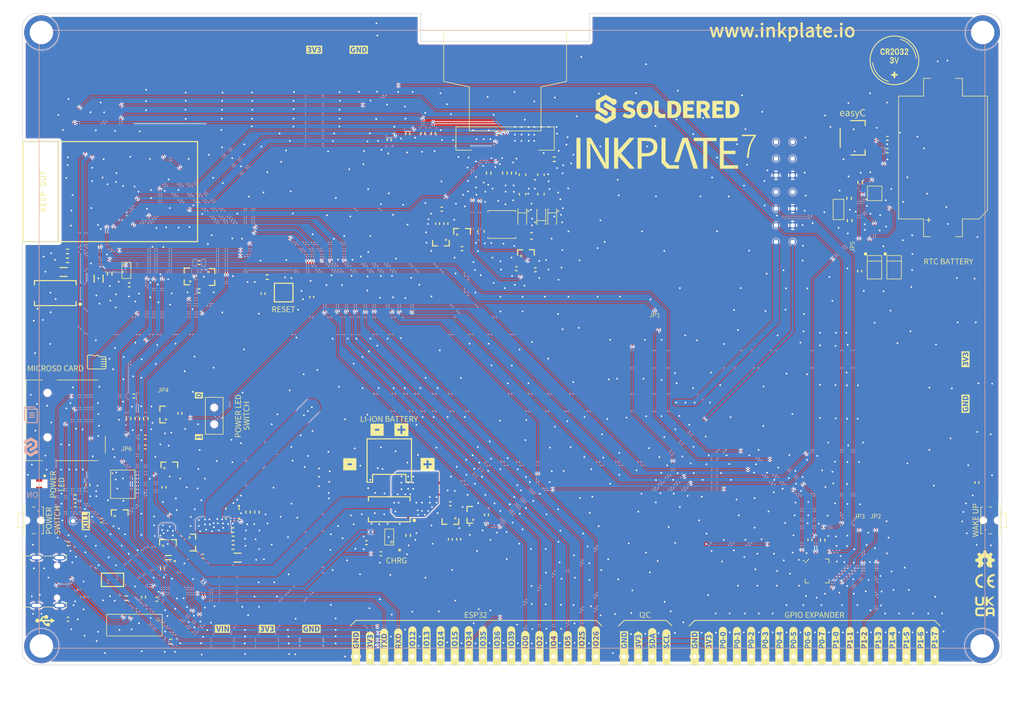
<source format=kicad_pcb>
(kicad_pcb (version 20211014) (generator pcbnew)
  (title_block (title "Soldered Inkplate 7") (date "2023-11-02") (rev "V1.1.0.") (company "SOLDERED") (comment 1 "333259"))
  (layers (0 "F.Cu" signal) (31 "B.Cu" signal) (34 "B.Paste" user) (35 "F.Paste" user) (36 "B.SilkS" user "B.Silkscreen") (37 "F.SilkS" user "F.Silkscreen") (38 "B.Mask" user) (39 "F.Mask" user) (44 "Edge.Cuts" user))
  (net 0 "")
  (net 1 "GND")
  (net 2 "VCOM")
  (net 3 "VSL")
  (net 4 "VSH")
  (net 5 "VDD")
  (net 6 "3V3_EINK")
  (net 7 "VGH")
  (net 8 "PREVGL")
  (net 9 "Net-(C8-Pad1)")
  (net 10 "Net-(C8-Pad2)")
  (net 11 "PREVGH")
  (net 12 "3V3")
  (net 13 "VUSB")
  (net 14 "Net-(C18-Pad2)")
  (net 15 "VBAT")
  (net 16 "MANUAL_RST")
  (net 17 "VIN")
  (net 18 "Net-(C28-Pad2)")
  (net 19 "/SD & RTC/X1")
  (net 20 "/SD & RTC/X2")
  (net 21 "3V3_RTC")
  (net 22 "3V3_MICROSD")
  (net 23 "Net-(D4-Pad1)")
  (net 24 "Net-(D4-Pad2)")
  (net 25 "Net-(D5-Pad1)")
  (net 26 "SW_IN")
  (net 27 "Net-(D8-Pad1)")
  (net 28 "Net-(F1-Pad2)")
  (net 29 "/MCU/INT")
  (net 30 "IO34")
  (net 31 "SD_ENABLE")
  (net 32 "Net-(JP2-Pad2)")
  (net 33 "Net-(JP2-Pad3)")
  (net 34 "V_BAT_MOS")
  (net 35 "Net-(JP3-Pad2)")
  (net 36 "Net-(JP3-Pad3)")
  (net 37 "Net-(JP5-Pad1)")
  (net 38 "GPIO_39")
  (net 39 "/SD & RTC/CLKOUT_RTC")
  (net 40 "Net-(JP6-Pad1)")
  (net 41 "SPI_CS")
  (net 42 "GPIO15")
  (net 44 "SDI")
  (net 45 "SCLK")
  (net 46 "CS")
  (net 47 "D{slash}C")
  (net 48 "EPD_RST")
  (net 49 "BUSY")
  (net 53 "RESE")
  (net 54 "GDR")
  (net 56 "Net-(K11-Pad1)")
  (net 57 "Net-(K12-Pad1)")
  (net 58 "Net-(K13-Pad1)")
  (net 59 "Net-(K18-Pad1)")
  (net 60 "Net-(K7-Pad1)")
  (net 61 "Net-(K8-Pad1)")
  (net 62 "Net-(K9-Pad1)")
  (net 63 "Net-(K10-Pad1)")
  (net 64 "V_BAT")
  (net 65 "TXD")
  (net 66 "RXD")
  (net 67 "Net-(K14-Pad1)")
  (net 68 "Net-(K23-Pad1)")
  (net 69 "SPI_SCK")
  (net 70 "SPI_MISO")
  (net 71 "SPI_MOSI")
  (net 72 "Net-(K19-Pad1)")
  (net 73 "Net-(K24-Pad1)")
  (net 74 "GPIO_0")
  (net 75 "Net-(K32-Pad1)")
  (net 76 "GPIO_36")
  (net 77 "Net-(K26-Pad1)")
  (net 78 "Net-(K33-Pad1)")
  (net 79 "Net-(K34-Pad1)")
  (net 80 "Net-(K35-Pad1)")
  (net 81 "Net-(K30-Pad1)")
  (net 82 "Net-(K31-Pad1)")
  (net 86 "I2C_SDA")
  (net 87 "I2C_SCL")
  (net 91 "Net-(K39-PadA5)")
  (net 92 "D+")
  (net 93 "D-")
  (net 95 "Net-(K39-PadB5)")
  (net 97 "Net-(K46-Pad1)")
  (net 100 "Net-(Q1-Pad1)")
  (net 101 "Net-(Q1-Pad3)")
  (net 102 "Net-(Q4-Pad1)")
  (net 103 "/CTRL & COMS/RTS")
  (net 104 "Net-(Q5-Pad1)")
  (net 105 "/CTRL & COMS/DTR")
  (net 106 "Net-(Q6-Pad3)")
  (net 107 "Net-(Q7-Pad3)")
  (net 108 "SW_OUT_D")
  (net 109 "Net-(Q8-Pad2)")
  (net 110 "Net-(Q8-Pad3)")
  (net 111 "Net-(Q10-Pad1)")
  (net 112 "Net-(Q10-Pad3)")
  (net 113 "/CTRL & COMS/CH_RXD")
  (net 114 "/CTRL & COMS/CH_TXD")
  (net 115 "Net-(R28-Pad1)")
  (net 116 "Net-(R27-Pad1)")
  (net 117 "Net-(R33-Pad1)")
  (net 119 "RST")
  (net 136 "Net-(JP1-Pad3)")
  (footprint "e-radionica.com footprinti:0805C" (layer "F.Cu") (at 147.85 66.34 90)
    (fp_text reference "C10")
    (fp_text value "UMK212BBJ475KG-T-4u7-50V")
  )
  (footprint "e-radionica.com footprinti:0603R" (layer "F.Cu") (at 86.17 105.78 -90)
    (fp_text reference "R35")
    (fp_text value "100k")
  )
  (footprint "e-radionica.com footprinti:ESP32-WROVER" (layer "F.Cu") (at 73.65 69.04)
    (fp_text reference "U3")
    (fp_text value "ESP32-WROVER")
  )
  (footprint "e-radionica.com footprinti:0603R" (layer "F.Cu") (at 69.625 118.64 -90)
    (fp_text reference "R30")
    (fp_text value "1k")
  )
  (footprint "e-radionica.com footprinti:M4_DIODA" (layer "F.Cu") (at 211.17 79.49 90)
    (fp_text reference "D7")
    (fp_text value "M4_DIODA")
  )
  (footprint "e-radionica.com footprinti:0603C" (layer "F.Cu") (at 65.95 78.24)
    (fp_text reference "C13")
    (fp_text value "2u2")
  )
  (footprint "e-radionica.com footprinti:SOT-23-3" (layer "F.Cu") (at 148.45 77.04 -90)
    (fp_text reference "Q3")
    (fp_text value "CJ2310")
  )
  (footprint "e-radionica.com footprinti:E075A01-A8" (layer "F.Cu") (at 145.95 92.44)
    (fp_text reference "U1")
    (fp_text value "E075A01-A8")
  )
  (footprint "e-radionica.com footprinti:HEADER_MALE_1X1_Inkplate" (layer "F.Cu") (at 168.65 149.54)
    (fp_text reference "K41")
    (fp_text value "HEADER_MALE_1X1_Inkplate")
  )
  (footprint "Soldered Graphics:Symbol-Front-USB" (layer "F.Cu") (at 61.9 143.08 -90)
    (fp_text reference "G***" hide)
    (fp_text value "LOGO" hide)
  )
  (footprint "e-radionica.com footprinti:0603R" (layer "F.Cu") (at 79.95 110.065)
    (fp_text reference "R39")
    (fp_text value "100k")
  )
  (footprint "e-radionica.com footprinti:ABS07AIG-32.768KHZ-7-D-T" (layer "F.Cu") (at 204.7 69.09 -90)
    (fp_text reference "X1")
    (fp_text value "7LC32768F12UC")
  )
  (footprint "kibuzzard-63FC5C93" (layer "F.Cu") (at 96.65 106.24 90)
    (fp_text reference "kibuzzard-63FC5C93" hide)
    (fp_text value "G***" hide)
  )
  (footprint "e-radionica.com footprinti:PAD_4x4" (layer "F.Cu") (at 130.75 118.29)
    (fp_text reference "PAD1")
    (fp_text value "PAD_4x4")
  )
  (footprint "kibuzzard-63FC5CBB" (layer "F.Cu") (at 118.35 40.34)
    (fp_text reference "kibuzzard-63FC5CBB" hide)
    (fp_text value "G***" hide)
  )
  (footprint "e-radionica.com footprinti:PCF85063A" (layer "F.Cu") (at 211.2 66.19 90)
    (fp_text reference "U9")
    (fp_text value "PCF85063A")
  )
  (footprint "e-radionica.com footprinti:HEADER_MALE_1X1_Inkplate" (layer "F.Cu") (at 214.37 149.54 -90)
    (fp_text reference "K32")
    (fp_text value "HEADER_MALE_1X1_Inkplate")
  )
  (footprint "e-radionica.com footprinti:0603R" (layer "F.Cu") (at 141.35 124.04 -90)
    (fp_text reference "R20")
    (fp_text value "100k")
  )
  (footprint "kibuzzard-63FC605A" (layer "F.Cu") (at 145.79 147.58 90)
    (fp_text reference "kibuzzard-63FC605A" hide)
    (fp_text value "G***" hide)
  )
  (footprint "e-radionica.com footprinti:SOT-23-3" (layer "F.Cu") (at 87.65 81.14)
    (fp_text reference "Q4")
    (fp_text value "NPN")
  )
  (footprint "e-radionica.com footprinti:0603R" (layer "F.Cu") (at 72.1 125.04 180)
    (fp_text reference "R32")
    (fp_text value "1k")
  )
  (footprint "e-radionica.com footprinti:0603R" (layer "F.Cu") (at 66.05 142.84)
    (fp_text reference "R13")
    (fp_text value "5k1")
  )
  (footprint "e-radionica.com footprinti:INKPLATE TEST HEADER" (layer "F.Cu") (at 194.95 65.94)
    (fp_text reference "K38")
    (fp_text value "Inkplate_TP")
  )
  (footprint "e-radionica.com footprinti:SOT-23-3" (layer "F.Cu") (at 75.35 123.84 -90)
    (fp_text reference "Q10")
    (fp_text value "NPN")
  )
  (footprint "e-radionica.com footprinti:0603R" (layer "F.Cu") (at 134.05 71.64 -90)
    (fp_text reference "R1")
    (fp_text value "100R")
  )
  (footprint "e-radionica.com footprinti:PAD_4x4" (layer "F.Cu") (at 109.85 148.04)
    (fp_text reference "PAD9")
    (fp_text value "PAD_4x4")
  )
  (footprint "kibuzzard-63FC5C40" (layer "F.Cu") (at 62.6 125.04 90)
    (fp_text reference "kibuzzard-63FC5C40" hide)
    (fp_text value "G***" hide)
  )
  (footprint "Soldered Graphics:Logo-Front-SolderedFULL-26mm" (layer "F.Cu") (at 173.85 51.04)
    (fp_text reference "REF**" hide)
    (fp_text value "Logo-Front-SolderedFULL-26mm" hide)
  )
  (footprint "e-radionica.com footprinti:HEADER_MALE_1X1_Inkplate" (layer "F.Cu") (at 140.71 149.54)
    (fp_text reference "K15")
    (fp_text value "HEADER_MALE_1X1_Inkplate")
  )
  (footprint "kibuzzard-63FC5C65" (layer "F.Cu") (at 101.85 144.54)
    (fp_text reference "kibuzzard-63FC5C65" hide)
    (fp_text value "G***" hide)
  )
  (footprint "kibuzzard-63FEEF2B" (layer "F.Cu") (at 191.51 147.64 90)
    (fp_text reference "kibuzzard-63FEEF2B" hide)
    (fp_text value "G***" hide)
  )
  (footprint "kibuzzard-63FEEF74" (layer "F.Cu") (at 204.21 147.63 90)
    (fp_text reference "kibuzzard-63FEEF74" hide)
    (fp_text value "G***" hide)
  )
  (footprint "e-radionica.com footprinti:SOT-23-3" (layer "F.Cu") (at 84.025 129.19 -90)
    (fp_text reference "Q9")
    (fp_text value "SSM3J358R,LF")
  )
  (footprint "e-radionica.com footprinti:HEADER_MALE_1X1_Inkplate" (layer "F.Cu") (at 117.85 149.54)
    (fp_text reference "K5")
    (fp_text value "HEADER_MALE_1X1_Inkplate")
  )
  (footprint "e-radionica.com footprinti:PAD_4x4" (layer "F.Cu") (at 100.53 148.07)
    (fp_text reference "PAD4")
    (fp_text value "PAD_4x4")
  )
  (footprint "e-radionica.com footprinti:0603R" (layer "F.Cu") (at 129.925 55.365 90)
    (fp_text reference "R8")
    (fp_text value "100k")
  )
  (footprint "Soldered Graphics:Logo-Front-CE-3.5mm" (layer "F.Cu") (at 231.05 135.94)
    (fp_text reference "REF**" hide)
    (fp_text value "Logo-Front-CE-3.5mm" hide)
  )
  (footprint "e-radionica.com footprinti:SOT-23-3" (layer "F.Cu") (at 138.55 124.04)
    (fp_text reference "Q6")
    (fp_text value "NMOS")
  )
  (footprint "e-radionica.com footprinti:SMD_JUMPER_3_PAD_CONNECTED_LEFT_TRACE" (layer "F.Cu") (at 208.4 75.79 90)
    (fp_text reference "JP5")
    (fp_text value "SMD_JUMPER_3_PAD_CONNECTED_LEFT_TRACE")
  )
  (footprint "e-radionica.com footprinti:HEADER_MALE_1X1_Inkplate" (layer "F.Cu") (at 196.59 149.54 -90)
    (fp_text reference "K12")
    (fp_text value "HEADER_MALE_1X1_Inkplate")
  )
  (footprint "e-radionica.com footprinti:HEADER_MALE_1X1_Inkplate" (layer "F.Cu") (at 173.73 149.54)
    (fp_text reference "K42")
    (fp_text value "HEADER_MALE_1X1_Inkplate")
  )
  (footprint "kibuzzard-63FC5CDA" (layer "F.Cu") (at 208.45 124.29)
    (fp_text reference "kibuzzard-63FC5CDA" hide)
    (fp_text value "G***" hide)
  )
  (footprint "e-radionica.com footprinti:Standoff_M3" (layer "F.Cu") (at 61.25 37.24)
    (fp_text reference "H4")
    (fp_text value "Standoff_M3")
  )
  (footprint "e-radionica.com footprinti:SRN5040TA-680K" (layer "F.Cu") (at 144.1 71.79 180)
    (fp_text reference "L1")
    (fp_text value "SRN5040TA-680K-68u")
  )
  (footprint "e-radionica.com footprinti:JST-2pin-SMD" (layer "F.Cu") (at 123.85 115.165)
    (fp_text reference "K45")
    (fp_text value "JST-2pin-SMD")
  )
  (footprint "e-radionica.com footprinti:0603C" (layer "F.Cu") (at 73.55 80.71 90)
    (fp_text reference "C19")
    (fp_text value "100n")
  )
  (footprint "kibuzzard-63FEEFB2" (layer "F.Cu") (at 219.45 147.62 90)
    (fp_text reference "kibuzzard-63FEEFB2" hide)
    (fp_text value "G***" hide)
  )
  (footprint "kibuzzard-63FEEF1F" (layer "F.Cu") (at 188.97 147.63 90)
    (fp_text reference "kibuzzard-63FEEF1F" hide)
    (fp_text value "G***" hide)
  )
  (footprint "e-radionica.com footprinti:HEADER_MALE_1X1_Inkplate" (layer "F.Cu") (at 183.89 149.54 -90)
    (fp_text reference "K7")
    (fp_text value "HEADER_MALE_1X1_Inkplate")
  )
  (footprint "kibuzzard-63FC5FF3" (layer "F.Cu") (at 161.03 147.58 90)
    (fp_text reference "kibuzzard-63FC5FF3" hide)
    (fp_text value "G***" hide)
  )
  (footprint "e-radionica.com footprinti:HEADER_MALE_1X1_Inkplate" (layer "F.Cu") (at 122.93 149.54)
    (fp_text reference "K16")
    (fp_text value "HEADER_MALE_1X1_Inkplate")
  )
  (footprint "Soldered Graphics:Logo-Front-UKCA-3.5mm" (layer "F.Cu") (at 231.05 140.54)
    (fp_text reference "REF**" hide)
    (fp_text value "Logo-Front-UKCA-3.5mm" hide)
  )
  (footprint "kibuzzard-63FC5CE4" (layer "F.Cu") (at 200.4 142.04)
    (fp_text reference "kibuzzard-63FC5CE4" hide)
    (fp_text value "G***" hide)
  )
  (footprint "e-radionica.com footprinti:SMD_JUMPER_3_PAD_CONNECTED_LEFT_TRACE" (layer "F.Cu") (at 211.375 125.49)
    (fp_text reference "JP2")
    (fp_text value "SMD_JUMPER_3_PAD_CONNECTED_LEFT_TRACE")
  )
  (footprint "e-radionica.com footprinti:0402LED" (layer "F.Cu") (at 125.15 131.04 180)
    (fp_text reference "D4")
    (fp_text value "RED")
  )
  (footprint "kibuzzard-63FEEF89" (layer "F.Cu") (at 209.29 147.63 90)
    (fp_text reference "kibuzzard-63FEEF89" hide)
    (fp_text value "G***" hide)
  )
  (footprint "e-radionica.com footprinti:SOD−123" (layer "F.Cu") (at 153.186 68.27 -90)
    (fp_text reference "D1")
    (fp_text value "MBR0530T1G")
  )
  (footprint "e-radionica.com footprinti:0603R" (layer "F.Cu") (at 90.28 131.49)
    (fp_text reference "R29")
    (fp_text value "DNP")
  )
  (footprint "e-radionica.com footprinti:0603R" (layer "F.Cu") (at 109.9 84.84 -90)
    (fp_text reference "R12")
    (fp_text value "10k")
  )
  (footprint "kibuzzard-63FC5CFE" (layer "F.Cu") (at 227.55 104.04 90)
    (fp_text reference "kibuzzard-63FC5CFE" hide)
    (fp_text value "G***" hide)
  )
  (footprint "e-radionica.com footprinti:YTSA007A0151803B" (layer "F.Cu") (at 104.85 84.04)
    (fp_text reference "SW1")
    (fp_text value "YTSA007A0151803B")
  )
  (footprint "e-radionica.com footprinti:HEADER_MALE_1X1_Inkplate" (layer "F.Cu") (at 199.13 149.54 -90)
    (fp_text reference "K13")
    (fp_text value "HEADER_MALE_1X1_Inkplate")
  )
  (footprint "Soldered Graphics:Version1.1.0" (layer "F.Cu") (at 230.55 143.34)
    (fp_text reference "Ref**" hide)
    (fp_text value "Val**" hide)
  )
  (footprint "e-radionica.com footprinti:HEADER_MALE_1X1_Inkplate" (layer "F.Cu") (at 130.55 149.54)
    (fp_text reference "K22")
    (fp_text value "HEADER_MALE_1X1_Inkplate")
  )
  (footprint "kibuzzard-63FC5D72" (layer "F.Cu") (at 121.66 108.73)
    (fp_text reference "kibuzzard-63FC5D72" hide)
    (fp_text value "G***" hide)
  )
  (footprint "e-radionica.com footprinti:0603R" (layer "F.Cu") (at 89.65 83.74)
    (fp_text reference "R21")
    (fp_text value "10k")
  )
  (footprint "e-radionica.com footprinti:1206C" (layer "F.Cu") (at 96.55 131.74 180)
    (fp_text reference "C23")
    (fp_text value "10u")
  )
  (footprint "kibuzzard-63FC5FCF" (layer "F.Cu") (at 166.11 148.03 90)
    (fp_text reference "kibuzzard-63FC5FCF" hide)
    (fp_text value "G***" hide)
  )
  (footprint "e-radionica.com footprinti:HEADER_MALE_1X1_Inkplate" (layer "F.Cu") (at 166.11 149.54)
    (fp_text reference "K44")
    (fp_text value "HEADER_MALE_1X1_Inkplate")
  )
  (footprint "kibuzzard-63FEEEE7" (layer "F.Cu") (at 178.81 148.04 90)
    (fp_text reference "kibuzzard-63FEEEE7" hide)
    (fp_text value "G***" hide)
  )
  (footprint "e-radionica.com footprinti:HEADER_MALE_1X1_Inkplate" (layer "F.Cu") (at 125.47 149.54)
    (fp_text reference "K17")
    (fp_text value "HEADER_MALE_1X1_Inkplate")
  )
  (footprint "e-radionica.com footprinti:SOD−123" (layer "F.Cu") (at 151.214 72.51 90)
    (fp_text reference "D2")
    (fp_text value "MBR0530T1G")
  )
  (footprint "e-radionica.com footprinti:SK-3296S-01-L1" (layer "F.Cu") (at 92.35 106.24 90)
    (fp_text reference "S1")
    (fp_text value "SK-3296S-01-L1")
  )
  (footprint "kibuzzard-63FC5C9A" (layer "F.Cu") (at 98.15 106.24 90)
    (fp_text reference "kibuzzard-63FC5C9A" hide)
    (fp_text value "G***" hide)
  )
  (footprint "e-radionica.com footprinti:SOD−123" (layer "F.Cu") (at 147.786 68.27 -90)
    (fp_text reference "D3")
    (fp_text value "MBR0530T1G")
  )
  (footprint "e-radionica.com footprinti:0603C" (layer "F.Cu") (at 101.875 81.265 180)
    (fp_text reference "C22")
    (fp_text value "2u2")
  )
  (footprint "e-radionica.com footprinti:HEADER_MALE_1X1_Inkplate" (layer "F.Cu") (at 150.87 149.54)
    (fp_text reference "K26")
    (fp_text value "HEADER_MALE_1X1_Inkplate")
  )
  (footprint "kibuzzard-63FC60D1" (layer "F.Cu") (at 128.01 147.59 90)
    (fp_text reference "kibuzzard-63FC60D1" hide)
    (fp_text value "G***" hide)
  )
  (footprint "kibuzzard-63FC5C4F" (layer "F.Cu") (at 69.25 125.14 90)
    (fp_text reference "kibuzzard-63FC5C4F" hide)
    (fp_text value "G***" hide)
  )
  (footprint "kibuzzard-63FC5D5D" (layer "F.Cu") (at 130.75 114.94)
    (fp_text reference "kibuzzard-63FC5D5D" hide)
    (fp_text value "G***" hide)
  )
  (footprint "e-radionica.com footprinti:SOT-23-3" (layer "F.Cu") (at 133.15 74.94 90)
    (fp_text reference "Q1")
    (fp_text value "NMOS")
  )
  (footprint "e-radionica.com footprinti:0603R" (layer "F.Cu") (at 213.5 58.49)
    (fp_text reference "R15")
    (fp_text value "10k")
  )
  (footprint "e-radionica.com footprinti:0603C" (layer "F.Cu") (at 206.7 71.09 90)
    (fp_text reference "C31")
    (fp_text value "DNP")
  )
  (footprint "e-radionica.com footprinti:0603R" (layer "F.Cu") (at 123.85 56.59 90)
    (fp_text reference "R5")
    (fp_text value "100k")
  )
  (footprint "e-radionica.com footprinti:0603R" (layer "F.Cu") (at 101.15 84.24 90)
    (fp_text reference "R28")
    (fp_text value "47R")
  )
  (footprint "kibuzzard-63FC5D43" (layer "F.Cu") (at 207.2 75.79 90)
    (fp_text reference "kibuzzard-63FC5D43" hide)
    (fp_text value "G***" hide)
  )
  (footprint "e-radionica.com footprinti:SMD_JUMPER_3_PAD_CONNECTED_LEFT_TRACE" (layer "F.Cu") (at 171.6 89.29 180)
    (fp_text reference "JP1")
    (fp_text value "SMD_JUMPER_3_PAD_CONNECTED_LEFT_TRACE")
  )
  (footprint "e-radionica.com footprinti:SOT-23-3" (layer "F.Cu") (at 88.31 129.03 180)
    (fp_text reference "Q11")
    (fp_text value "SSM3J358R,LF")
  )
  (footprint "e-radionica.com footprinti:0603C" (layer "F.Cu") (at 206.6 67.09 -90)
    (fp_text reference "C30")
    (fp_text value "DNP")
  )
  (footprint "e-radionica.com footprinti:HEADER_MALE_1X1_Inkplate" (layer "F.Cu") (at 145.79 149.54)
    (fp_text reference "K28")
    (fp_text value "HEADER_MALE_1X1_Inkplate")
  )
  (footprint "kibuzzard-63FC5D6B" (layer "F.Cu") (at 126.04 108.73)
    (fp_text reference "kibuzzard-63FC5D6B" hide)
    (fp_text value "G***" hide)
  )
  (footprint "e-radionica.com footprinti:0603R" (layer "F.Cu") (at 89.65 78.64 180)
    (fp_text reference "R22")
    (fp_text value "10k")
  )
  (footprint "e-radionica.com footprinti:TSSOP-14" (layer "F.Cu") (at 75.95 118.54 -90)
    (fp_text reference "U7")
    (fp_text value "MC14093BDTR2G")
  )
  (footprint "kibuzzard-63FC6033" (layer "F.Cu") (at 150.87 147.99 90)
    (fp_text reference "kibuzzard-63FC6033" hide)
    (fp_text value "G***" hide)
  )
  (footprint "kibuzzard-63FC6216" (layer "F.Cu") (at 125.15 132.24)
    (fp_text reference "kibuzzard-63FC6216" hide)
    (fp_text value "G***" hide)
  )
  (footprint "e-radionica.com footprinti:0805C" (layer "F.Cu") (at 147.85 62.84 90)
    (fp_text reference "C3")
    (fp_text value "UMK212BBJ475KG-T-4u7-50V")
  )
  (footprint "e-radionica.com footprinti:HEADER_MALE_1X1_Inkplate" (layer "F.Cu") (at 211.83 149.54 -90)
    (fp_text reference "K31")
    (fp_text value "HEADER_MALE_1X1_Inkplate")
  )
  (footprint "e-radionica.com footprinti:HEADER_MALE_1X1_Inkplate" (layer "F.Cu") (at 161.03 149.54)
    (fp_text reference "K19")
    (fp_text value "HEADER_MALE_1X1_Inkplate")
  )
  (footprint "kibuzzard-63FC5D13" (layer "F.Cu") (at 224.55 78.44)
    (fp_text reference "kibuzzard-63FC5D13" hide)
    (fp_text value "G***" hide)
  )
  (footprint "e-radionica.com footprinti:2917C" (layer "F.Cu") (at 123.85 123.04 180)
    (fp_text reference "C20")
    (fp_text value "DNP")
  )
  (footprint "kibuzzard-63FC5C1D" (layer "F.Cu") (at 64.85 118.54 90)
    (fp_text reference "kibuzzard-63FC5C1D" hide)
    (fp_text value "G***" hide)
  )
  (footprint "kibuzzard-63FEEF07" (layer "F.Cu") (at 183.89 147.64 90)
    (fp_text reference "kibuzzard-63FEEF07" hide)
    (fp_text value "G***" hide)
  )
  (footprint "Soldered Graphics:Logo-Front-OSH-3.5mm" (layer "F.Cu") (at 231.05 132.04)
    (fp_text reference "G***" hide)
    (fp_text value "LOGO" hide)
  )
  (footprint "kibuzzard-63FC5D84" (layer "F.Cu") (at 123.88 106.79)
    (fp_text reference "kibuzzard-63FC5D84" hide)
    (fp_text value "G***" hide)
  )
  (footprint "e-radionica.com footprinti:SOT-23-3" (layer "F.Cu") (at 91.75 81.24 180)
    (fp_text reference "Q5")
    (fp_text value "NPN")
  )
  (footprint "kibuzzard-63FC5C5F" (layer "F.Cu") (at 109.85 144.54)
    (fp_text reference "kibuzzard-63FC5C5F" hide)
    (fp_text value "G***" hide)
  )
  (footprint "e-radionica.com footprinti:0603C" (layer "F.Cu") (at 201.85 128.59 -90)
    (fp_text reference "C15")
    (fp_text value "100n")
  )
  (footprint "e-radionica.com footprinti:HEADER_MALE_1X1_Inkplate" (layer "F.Cu") (at 204.21 149.54 -90)
    (fp_text reference "K30")
    (fp_text value "HEADER_MALE_1X1_Inkplate")
  )
  (footprint "e-radionica.com footprinti:0603R" (layer "F.Cu") (at 77.875 102.665)
    (fp_text reference "R40")
    (fp_text value "100k")
  )
  (footprint "e-radionica.com footprinti:HEADER_MALE_1X1_Inkplate" (layer "F.Cu") (at 138.17 149.54)
    (fp_text reference "K6")
    (fp_text value "HEADER_MALE_1X1_Inkplate")
  )
  (footprint "e-radionica.com footprinti:LTST-S270GKT" (layer "F.Cu") (at 60.85 118.54 90)
    (fp_text reference "D5")
    (fp_text value "0603LED_SIDE")
  )
  (footprint "kibuzzard-63FC5FB3" (layer "F.Cu") (at 171.19 147.74 90)
    (fp_text reference "kibuzzard-63FC5FB3" hide)
    (fp_text value "G***" hide)
  )
  (footprint "e-radionica.com footprinti:CR2032-BS-6-1" (layer "F.Cu") (at 223.5 59.74 -90)
    (fp_text reference "K48")
    (fp_text value "CR2032_BS-6-1")
  )
  (footprint "e-radionica.com footprinti:0603C" (layer "F.Cu") (at 144.65 62.54 90)
    (fp_text reference "C5")
    (fp_text value "GMK107BJ105KAHT-1u-35V")
  )
  (footprint "Soldered Graphics:Symbol-Front-SDcard" (layer "F.Cu") (at 71.2 96.54 -90)
    (fp_text reference "G***" hide)
    (fp_text value "LOGO" hide)
  )
  (footprint "kibuzzard-63FEEEF4" (layer "F.Cu") (at 181.35 148.03 90)
    (fp_text reference "kibuzzard-63FEEEF4" hide)
    (fp_text value "G***" hide)
  )
  (footprint "e-radionica.com footprinti:PAD_4x4" (layer "F.Cu") (at 118.35 36.94)
    (fp_text reference "PAD8")
    (fp_text value "PAD_4x4")
  )
  (footprint "e-radionica.com footprinti:0805C" (layer "F.Cu") (at 149.45 73.84 180)
    (fp_text reference "C8")
    (fp_text value "UMK212BBJ475KG-T-4u7-50V")
  )
  (footprint "e-radionica.com footprinti:0603R" (layer "F.Cu") (at 122.35 131.04)
    (fp_text reference "R23")
    (fp_text value "1k")
  )
  (footprint "e-radionica.com footprinti:SFV24R-2STBE1HLF" (layer "F.Cu") (at 144.7 58.42 180)
    (fp_text reference "K1")
    (fp_text value "SFV24R-2STBE1HLF")
  )
  (footprint "e-radionica.com footprinti:Standoff_M3" (layer "F.Cu") (at 61.25 147.64)
    (fp_text reference "H2")
    (fp_text value "Standoff_M3")
  )
  (footprint "e-radionica.com footprinti:PAD_4x4" (layer "F.Cu") (at 93.85 148.04)
    (fp_text reference "PAD3")
    (fp_text value "PAD_4x4")
  )
  (footprint "e-radionica.com footprinti:SOT-23-5" (layer "F.Cu") (at 123.85 128.04)
    (fp_text reference "U6")
    (fp_text value "MCP73831T")
  )
  (footprint "e-radionica.com footprinti:PCAL6416AHF,128" (layer "F.Cu") (at 200.85 134.14)
    (fp_text reference "U2")
    (fp_text value "PCAL6416AHF,128")
  )
  (footprint "e-radionica.com footprinti:FIDUCIAL_23" (layer "F.Cu") (at 225.95 143.29)
    (fp_text reference "FD2")
    (fp_text value "FIDUCIAL")
  )
  (footprint "kibuzzard-63FC5CCD" (layer "F.Cu") (at 171.6 88.09)
    (fp_text reference "kibuzzard-63FC5CCD" hide)
    (fp_text value "G***" hide)
  )
  (footprint "e-radionica.com footprinti:0603C" (layer "F.Cu") (at 153.55 60.04 180)
    (fp_text reference "C1")
    (fp_text value "GMK107BJ105KAHT-1u-35V")
  )
  (footprint "e-radionica.com footprinti:TPS7A2633DRVR" (layer "F.Cu") (at 95.65 123.84 -90)
    (fp_text reference "U8")
    (fp_text value "TPS7A2633DRVR")
  )
  (footprint "kibuzzard-63FC5D64" (layer "F.Cu") (at 116.75 114.94)
    (fp_text reference "kibuzzard-63FC5D64" hide)
    (fp_text value "G***" hide)
  )
  (footprint "kibuzzard-63FC5CD4" (layer "F.Cu") (at 211.375 124.29)
    (fp_text reference "kibuzzard-63FC5CD4" hide)
    (fp_text value "G***" hide)
  )
  (footprint "e-radionica.com footprinti:Standoff_M3" (layer "F.Cu") (at 230.55 147.64)
    (fp_text reference "H3")
    (fp_text value "Standoff_M3")
  )
  (footprint "Soldered Graphics:Logo-Front-easyC-NewFont" (layer "F.Cu") (at 207.25 51.84)
    (fp_text reference "G***" hide)
    (fp_text value "LOGO" hide)
  )
  (footprint "e-radionica.com footprinti:0603R" (layer "F.Cu") (at 79.95 111.84)
    (fp_text reference "R38")
    (fp_text value "100k")
  )
  (footprint "e-radionica.com footprinti:0603R" (layer "F.Cu") (at 67.35 122.24)
    (fp_text reference "R34")
    (fp_text value "100k")
  )
  (footprint "kibuzzard-63FC6015" (layer "F.Cu") (at 155.95 148 90)
    (fp_text reference "kibuzzard-63FC6015" hide)
    (fp_text value "G***" hide)
  )
  (footprint "e-radionica.com footprinti:0603C" (layer "F.Cu") (at 127.25 127.74 90)
    (fp_text reference "C21")
    (fp_text value "2u2")
  )
  (footprint "kibuzzard-63FC5FC1" (layer "F.Cu") (at 168.65 148.02 90)
    (fp_text reference "kibuzzard-63FC5FC1" hide)
    (fp_text value "G***" hide)
  )
  (footprint "kibuzzard-63FC609F" (layer "F.Cu") (at 135.63 147.6 90)
    (fp_text reference "kibuzzard-63FC609F" hide)
    (fp_text value "G***" hide)
  )
  (footprint "e-radionica.com footprinti:0805C" (layer "F.Cu") (at 151.15 66.34 -90)
    (fp_text reference "C7")
    (fp_text value "UMK212BBJ475KG-T-4u7-50V")
  )
  (footprint "e-radionica.com footprinti:0603R" (layer "F.Cu") (at 208.5 80.19 -90)
    (fp_text reference "R37")
    (fp_text value "10k")
  )
  (footprint "kibuzzard-63FC5CB5" (layer "F.Cu") (at 110.35 40.34)
    (fp_text reference "kibuzzard-63FC5CB5" hide)
    (fp_text value "G***" hide)
  )
  (footprint "kibuzzard-63FEEF5E" (layer "F.Cu") (at 201.67 147.63 90)
    (fp_text reference "kibuzzard-63FEEF5E" hide)
    (fp_text value "G***" hide)
  )
  (footprint "e-radionica.com footprinti:0603R" (layer "F.Cu") (at 119.75 129.04 180)
    (fp_text reference "R27")
    (fp_text value "2k49")
  )
  (footprint "kibuzzard-63FC5C04" (layer "F.Cu") (at 83.17 101.58)
    (fp_text reference "kibuzzard-63FC5C04" hide)
    (fp_text value "G***" hide)
  )
  (footprint "e-radionica.com footprinti:0603R" (layer "F.Cu") (at 229.6 118.24 90)
    (fp_text reference "R36")
    (fp_text value "100k")
  )
  (footprint "kibuzzard-63FEEF39" (layer "F.Cu") (at 194.05 147.61 90)
    (fp_text reference "kibuzzard-63FEEF39" hide)
    (fp_text value "G***" hide)
  )
  (footprint "e-radionica.com footprinti:U262-161N-4BVC11" (layer "F.Cu") (at 60.85 136.04 90)
    (fp_text reference "K39")
    (fp_text value "U262-161N-4BVC11")
  )
  (footprint "kibuzzard-63FC6069" (layer "F.Cu") (at 143.25 147.58 90)
    (fp_text reference "kibuzzard-63FC6069" hide)
    (fp_text value "G***" hide)
  )
  (footprint "e-radionica.com footprinti:0603R" (layer "F.Cu") (at 199.55 128.54 90)
    (fp_text reference "R11")
    (fp_text value "10k")
  )
  (footprint "e-radionica.com footprinti:0603C" (layer "F.Cu") (at 146.25 62.54 90)
    (fp_text reference "C4")
    (fp_text value "GMK107BJ105KAHT-1u-35V")
  )
  (footprint "e-radionica.com footprinti:HEADER_MALE_1X1_Inkplate" (layer "F.Cu") (at 209.29 149.54 -90)
    (fp_text reference "K37")
    (fp_text value "HEADER_MALE_1X1_Inkplate")
  )
  (footprint "e-radionica.com footprinti:HEADER_MALE_1X1_Inkplate" (layer "F.Cu") (at 155.95 149.54)
    (fp_text reference "K23")
    (fp_text value "HEADER_MALE_1X1_Inkplate")
  )
  (footprint "e-radionica.com footprinti:0603R" (layer "F.Cu") (at 136.35 128.44 -90)
    (fp_text reference "R26")
    (fp_text value "100k")
  )
  (footprint "e-radionica.com footprinti:FIDUCIAL_23" (layer "F.Cu") (at 63.35 42.54)
    (fp_text reference "FD1")
    (fp_text value "FIDUCIAL")
  )
  (footprint "e-radionica.com footprinti:0603R" (layer "F.Cu") (at 83.05 133.64 90)
    (fp_text reference "R31")
    (fp_text value "100k")
  )
  (footprint "Soldered Graphics:Logo-Front-Inkplate-7-new" (layer "F.Cu") (at 173.85 58.04)
    (fp_text reference "REF**" hide)
    (fp_text value "Logo-Front-Inkplate-7-new" hide)
  )
  (footprint "e-radionica.com footprinti:HEADER_MALE_1X1_Inkplate" (layer "F.Cu") (at 153.41 149.54)
    (fp_text reference "K24")
    (fp_text value "HEADER_MALE_1X1_Inkplate")
  )
  (footprint "e-radionica.com footprinti:SMD_JUMPER_3_PAD_CONNECTED_LEFT_TRACE" (layer "F.Cu") (at 76.55 113.34 180)
    (fp_text reference "JP6")
    (fp_text value "SMD_JUMPER_3_PAD_CONNECTED_LEFT_TRACE")
  )
  (footprint "e-radionica.com footprinti:HEADER_MALE_1X1_Inkplate" (layer "F.Cu") (at 133.09 149.54)
    (fp_text reference "K20")
    (fp_text value "HEADER_MALE_1X1_Inkplate")
  )
  (footprint "kibuzzard-63FC6004" (layer "F.Cu") (at 158.49 147.59 90)
    (fp_text reference "kibuzzard-63FC6004" hide)
    (fp_text value "G***" hide)
  )
  (footprint "kibuzzard-63FEEFA7" (layer "F.Cu") (at 216.91 147.64 90)
    (fp_text reference "kibuzzard-63FEEFA7" hide)
    (fp_text value "G***" hide)
  )
  (footprint "kibuzzard-63FC5C84" (layer "F.Cu") (at 89.6 102.54 90)
    (fp_text reference "kibuzzard-63FC5C84" hide)
    (fp_text value "G***" hide)
  )
  (footprint "e-radionica.com footprinti:K2-1114SA-A4SW-06" (layer "F.Cu") (at 59.85 125.04 -90)
    (fp_text reference "SW2")
    (fp_text value "K2-1114SA-A4SW-06")
  )
  (footprint "e-radionica.com footprinti:0603C" (layer "F.Cu") (at 76.95 106.715 90)
    (fp_text reference "C35")
    (fp_text value "100n")
  )
  (footprint "kibuzzard-63FC5C46" (layer "F.Cu") (at 64.1 125.04 90)
    (fp_text reference "kibuzzard-63FC5C46" hide)
    (fp_text value "G***" hide)
  )
  (footprint "kibuzzard-63FC60DF" (layer "F.Cu") (at 125.47 147.78 90)
    (fp_text reference "kibuzzard-63FC60DF" hide)
    (fp_text value "G***" hide)
  )
  (footprint "e-radionica.com footprinti:HEADER_MALE_1X1_Inkplate" (layer "F.Cu") (at 221.99 149.54 -90)
    (fp_text reference "K35")
    (fp_text value "HEADER_MALE_1X1_Inkplate")
  )
  (footprint "kibuzzard-63FEEF93" (layer "F.Cu") (at 211.83 147.65 90)
    (fp_text reference "kibuzzard-63FEEF93" hide)
    (fp_text value "G***" hide)
  )
  (footprint "e-radionica.com footprinti:SOT-23-3" (layer "F.Cu") (at 83.27 105.98)
    (fp_text reference "Q12")
    (fp_text value "PMOS")
  )
  (footprint "kibuzzard-63FC5BF8" (layer "F.Cu") (at 63.81 97.66)
    (fp_text reference "kibuzzard-63FC5BF8" hide)
    (fp_text value "G***" hide)
  )
  (footprint "e-radionica.com footprinti:SOP-16" (layer "F.Cu") (at 78 143.89 -90)
    (fp_text reference "U5")
    (fp_text value "CH340C")
  )
  (footprint "e-radionica.com footprinti:0603C" (layer "F.Cu") (at 98.45 123.54 90)
    (fp_text reference "C29")
    (fp_text value "100n")
  )
  (footprint "e-radionica.com footprinti:0603R" (layer "F.Cu") (at 134.85 128.44 90)
    (fp_text reference "R25")
    (fp_text value "100k")
  )
  (footprint "e-radionica.com footprinti:HEADER_MALE_1X1_Inkplate" (layer "F.Cu") (at 181.35 149.54 -90)
    (fp_text reference "K2")
    (fp_text value "HEADER_MALE_1X1_Inkplate")
  )
  (footprint "e-radionica.com footprinti:1206C" (layer "F.Cu") (at 65.25 80.34)
    (fp_text reference "C11")
    (fp_text value "10u")
  )
  (footprint "kibuzzard-63FC6091" (layer "F.Cu") (at 138.17 147.57 90)
    (fp_text reference "kibuzzard-63FC6091" hide)
    (fp_text value "G***" hide)
  )
  (footprint "e-radionica.com footprinti:0603R" (layer "F.Cu") (at 132.55 71.64 -90)
    (fp_text reference "R2")
    (fp_text value "10k")
  )
  (footprint "e-radionica.com footprinti:HEADER_MALE_1X1_Inkplate" (layer "F.Cu") (at 194.05 149.54 -90)
    (fp_text reference "K11")
    (fp_text value "HEADER_MALE_1X1_Inkplate")
  )
  (footprint "kibuzzard-63FC5FEC" (layer "F.Cu") (at 139.44 142.04)
    (fp_text reference "kibuzzard-63FC5FEC" hide)
    (fp_text value "G***" hide)
  )
  (footprint "e-radionica.com footprinti:PAD_4x4" (layer "F.Cu") (at 231.08 102.63 90)
    (fp_text reference "PAD7")
    (fp_text value "PAD_4x4")
  )
  (footprint "e-radionica.com footprinti:HYC77-TF09-200" (layer "F.Cu") (at 67.85 107.04 -90)
    (fp_text reference "K47")
    (fp_text value "HYC77-TF09-200")
  )
  (footprint "e-radionica.com footprinti:0805C" (layer "F.Cu") (at 140.35 73.04 90)
    (fp_text reference "C9")
    (fp_text value "UMK212BBJ475KG-T-4u7-50V")
  )
  (footprint "kibuzzard-63FC5F93" (layer "F.Cu") (at 169.92 142.04)
    (fp_text reference "kibuzzard-63FC5F93" hide)
    (fp_text value "G***" hide)
  )
  (footprint "e-radionica.com footprinti:HEADER_MALE_1X1_Inkplate" (layer "F.Cu") (at 188.97 149.54 -90)
    (fp_text reference "K9")
    (fp_text value "HEADER_MALE_1X1_Inkplate")
  )
  (footprint "e-radionica.com footprinti:2917C" (layer "F.Cu") (at 63.75 84.14 180)
    (fp_text reference "C12")
    (fp_text value "DNP")
  )
  (footprint "e-radionica.com footprinti:0603C" (layer "F.Cu") (at 80.025 106.715 90)
    (fp_text reference "C33")
    (fp_text value "2u2")
  )
  (footprint "kibuzzard-63FC5C17" (layer "F.Cu") (at 63.35 118.54 90)
    (fp_text reference "kibuzzard-63FC5C17" hide)
    (fp_text value "G***" hide)
  )
  (footprint "kibuzzard-63FC60AD" (layer "F.Cu") (at 133.09 147.57 90)
    (fp_text reference "kibuzzard-63FC60AD" hide)
    (fp_text value "G***" hide)
  )
  (footprint "kibuzzard-63FC607B" (layer "F.Cu") (at 140.71 147.6 90)
    (fp_text reference "kibuzzard-63FC607B" hide)
    (fp_text value "G***" hide)
  )
  (footprint "Soldered Graphics:Symbol-Front-CR2032" (layer "F.Cu") (at 214.75 42.24)
    (fp_text reference "REF**" hide)
    (fp_text value "Symbol-Front-CR2032" hide)
  )
  (footprint "e-radionica.com footprinti:Standoff_M3" (layer "F.Cu") (at 230.65 37.24)
    (fp_text reference "H1")
    (fp_text value "Standoff_M3")
  )
  (footprint "e-radionica.com footprinti:HEADER_MALE_1X1_Inkplate" (layer "F.Cu") (at 143.25 149.54)
    (fp_text reference "K29")
    (fp_text value "HEADER_MALE_1X1_Inkplate")
  )
  (footprint "Soldered Graphics:Logo-Front-InkplateWebPage" (layer "F.Cu") (at 194.55 37.14)
    (fp_text reference "REF**" hide)
    (fp_text value "Logo-Front-InkplateWebPage" hide)
  )
  (footprint "e-radionica.com footprinti:M4_DIODA" (layer "F.Cu") (at 214.7 79.49 90)
    (fp_text reference "D8")
    (fp_text value "M4_DIODA")
  )
  (footprint "Soldered Graphics:Logo-Back-Soldered-3.5mm" (layer "F.Cu") (at 59.35 111.84)
    (fp_text reference "G***" hide)
    (fp_text value "LOGO" hide)
  )
  (footprint "e-radionica.com footprinti:0603C" (layer "F.Cu") (at 65.95 76.64)
    (fp_text reference "C14")
    (fp_text value "100n")
  )
  (footprint "e-radionica.com footprinti:SMD_JUMPER_3_PAD_CONNECTED_LEFT_TRACE" (layer "F.Cu") (at 208.45 125.49)
    (fp_text reference "JP3")
    (fp_text value "SMD_JUMPER_3_PAD_CONNECTED_LEFT_TRACE")
  )
  (footprint "e-radionica.com footprinti:PAD_4x4" (layer "F.Cu") (at 116.75 118.29)
    (fp_text reference "PAD2")
    (fp_text value "PAD_4x4")
  )
  (footprint "e-radionica.com footprinti:SOT-23-5" (layer "F.Cu") (at 76.55 80.04 180)
    (fp_text reference "U4")
    (fp_text value "TPS3840PL27DBVR")
  )
  (footprint "e-radionica.com footprinti:0603R" (layer "F.Cu") (at 213.5 56.29)
    (fp_text reference "R16")
    (fp_text value "10k")
  )
  (footprint "e-radionica.com footprinti:SOT-23-3" (layer "F.Cu") (at 136.95 73.215 -90)
    (fp_text reference "Q2")
    (fp_text value "PMOS")
  )
  (footprint "kibuzzard-63FEEF46" (layer "F.Cu") (at 196.59 147.64 90)
    (fp_text reference "kibuzzard-63FEEF46" hide)
    (fp_text value "G***" hide)
  )
  (footprint "e-radionica.com footprinti:HEADER_MALE_1X1_Inkplate" (layer "F.Cu") (at 186.43 149.54 -90)
    (fp_text reference "K8")
    (fp_text value "HEADER_MALE_1X1_Inkplate")
  )
  (footprint "e-radionica.com footprinti:SOD-323" (layer "F.Cu") (at 84.125 131.7405 180)
    (fp_text reference "D6")
    (fp_text value "BAT20J")
  )
  (footprint "kibuzzard-63FEEF51" (layer "F.Cu") (at 199.13 147.63 90)
    (fp_text reference "kibuzzard-63FEEF51" hide)
    (fp_text value "G***" hide)
  )
  (footprint "e-radionica.com footprinti:0603C" (layer "F.Cu") (at 84.5 146.84 180)
    (fp_text reference "C16")
    (fp_text value "100n")
  )
  (footprint "e-radionica.com footprinti:K2-1114SA-A4SW-06" (layer "F.Cu") (at 232.05 125.04 90)
    (fp_text reference "SW3")
    (fp_text value "K2-1114SA-A4SW-06")
  )
  (footprint "e-radionica.com footprinti:HEADER_MALE_1X1_Inkplate" (layer "F.Cu") (at 219.45 149.54 -90)
    (fp_text reference "K34")
    (fp_text value "HEADER_MALE_1X1_Inkplate")
  )
  (footprint "e-radionica.com footprinti:0603C" (layer "F.Cu") (at 141.75 62.54 90)
    (fp_text reference "C6")
    (fp_text value "GMK107BJ105KAHT-1u-35V")
  )
  (footprint "e-radionica.com footprinti:0603R" (layer "F.Cu") (at 150.15 79.94 180)
    (fp_text reference "R10")
    (fp_text value "0R47")
  )
  (footprint "e-radionica.com footprinti:SOT-23-3" (layer "F.Cu") (at 84.275 115.24 -90)
    (fp_text reference "Q8")
    (fp_text value "PMOS")
  )
  (footprint "e-radionica.com footprinti:HEADER_MALE_1X1_Inkplate" (layer "F.Cu") (at 206.75 149.54 -90)
    (fp_text reference "K36")
    (fp_text value "HEADER_MALE_1X1_Inkplate")
  )
  (footprint "e-radionica.com footprinti:0603R" (layer "F.Cu") (at 146.725 79.74)
    (fp_text reference "R9")
    (fp_text value "10k")
  )
  (footprint "e-radionica.com footprinti:0603C" (layer "F.Cu") (at 95.75 128.29 180)
    (fp_text reference "C25")
    (fp_text value "100n")
  )
  (footprint "e-radionica.com footprinti:HEADER_MALE_1X1_Inkplate" (layer "F.Cu") (at 178.81 149.54 -90)
    (fp_text reference "K3")
    (fp_text value "HEADER_MALE_1X1_Inkplate")
  )
  (footprint "e-radionica.com footprinti:0603C" (layer "F.Cu") (at 67.35 120.84 180)
    (fp_text reference "C28")
    (fp_text value "100n")
  )
  (footprint "e-radionica.com footprinti:0603C" (layer "F.Cu") (at 78.5 106.715 90)
    (fp_text reference "C34")
    (fp_text value "100n")
  )
  (footprint "e-radionica.com footprinti:HEADER_MALE_1X1_Inkplate" (layer "F.Cu") (at 201.67 149.54 -90)
    (fp_text reference "K14")
    (fp_text value "HEADER_MALE_1X1_Inkplate")
  )
  (footprint "e-radionica.com footprinti:SMD_JUMPER" (layer "F.Cu") (at 83.17 102.78)
    (fp_text reference "JP4")
    (fp_text value "SMD_JUMPER")
  )
  (footprint "kibuzzard-63FC5F9D" (layer "F.Cu") (at 173.73 147.85 90)
    (fp_text reference "kibuzzard-63FC5F9D" hide)
    (fp_text value "G***" hide)
  )
  (footprint "e-radionica.com footprinti:easyC-connector" (layer "F.Cu") (at 207.8 56.19 90)
    (fp_text reference "K40")
    (fp_text value "easyC-SMD")
  )
  (footprint "e-radionica.com footprinti:0603C" (layer "F.Cu") (at 95.75 129.84 180)
    (fp_text reference "C24")
    (fp_text value "2u2")
  )
  (footprint "e-radionica.com footprinti:0603C" (layer "F.Cu") (at 208.6 64.19 -90)
    (fp_text reference "C32")
    (fp_text value "100n")
  )
  (footprint "kibuzzard-63FC5CA4" (layer "F.Cu") (at 104.85 87.04)
    (fp_text reference "kibuzzard-63FC5CA4" hide)
    (fp_text value "G***" hide)
  )
  (footprint "kibuzzard-63FEEF7E" (layer "F.Cu") (at 206.75 147.65 90)
    (fp_text reference "kibuzzard-63FEEF7E" hide)
    (fp_text value "G***" hide)
  )
  (footprint "e-radionica.com footprinti:HEADER_MALE_1X1_Inkplate" (layer "F.Cu") (at 128.01 149.54)
    (fp_text reference "K21")
    (fp_text value "HEADER_MALE_1X1_Inkplate")
  )
  (footprint "e-radionica.com footprinti:PAD_4x4" (layer "F.Cu") (at 231.27 96.09 90)
    (fp_text reference "PAD6")
    (fp_text value "PAD_4x4")
  )
  (footprint "kibuzzard-63FC6024" (layer "F.Cu") (at 153.41 147.98 90)
    (fp_text reference "kibuzzard-63FC6024" hide)
    (fp_text value "G***" hide)
  )
  (footprint "e-radionica.com footprinti:SOT-23-3" (layer "F.Cu") (at 134.85 125.04 90)
    (fp_text reference "Q7")
    (fp_text value "PMOS")
  )
  (footprint "e-radionica.com footprinti:0603R" (layer "F.Cu") (at 83.325 119.09 90)
    (fp_text reference "R33")
    (fp_text value "100k")
  )
  (footprint "e-radionica.com footprinti:HEADER_MALE_1X1_Inkplate" (layer "F.Cu") (at 216.91 149.54 -90)
    (fp_text reference "K33")
    (fp_text value "HEADER_MALE_1X1_Inkplate")
  )
  (footprint "kibuzzard-63FC5C7E" (layer "F.Cu") (at 89.6 110.04 90)
    (fp_text reference "kibuzzard-63FC5C7E" hide)
    (fp_text value "G***" hide)
  )
  (footprint "e-radionica.com footprinti:1206C" (layer "F.Cu") (at 71.55 81.54 90)
    (fp_text reference "C17")
    (fp_text value "10u")
  )
  (footprint "e-radionica.com footprinti:PAD_4x4" (layer "F.Cu") (at 108.85 36.74)
    (fp_text reference "PAD5")
    (fp_text value "PAD_4x4")
  )
  (footprint "kibuzzard-63FC610B" (layer "F.Cu") (at 117.85 148.03 90)
    (fp_text reference "kibuzzard-63FC610B" hide)
    (fp_text value "G***" hide)
  )
  (footprint "e-radionica.com footprinti:HEADER_MALE_1X1_Inkplate" (layer "F.Cu") (at 158.49 149.54)
    (fp_text reference "K18")
    (fp_text value "HEADER_MALE_1X1_Inkplate")
  )
  (footprint "e-radionica.com footprinti:0603C" (layer "F.Cu") (at 76.55 139.04)
    (fp_text reference "C18")
    (fp_text value "100n")
  )
  (footprint "e-radionica.com footprinti:HEADER_MALE_1X1_Inkplate" (layer "F.Cu") (at 148.33 149.54)
    (fp_text reference "K25")
    (fp_text value "HEADER_MALE_1X1_Inkplate")
  )
  (footprint "kibuzzard-63FC604C" (layer "F.Cu") (at 148.33 147.99 90)
    (fp_text reference "kibuzzard-63FC604C" hide)
    (fp_text value "G***" hide)
  )
  (footprint "e-radionica.com footprinti:0603R" (layer "F.Cu") (at 133.3 69.04)
    (fp_text reference "R4")
    (fp_text value "DNP")
  )
  (footprint "e-radionica.com footprinti:HEADER_MALE_1X1_Inkplate" (layer "F.Cu") (at 120.39 149.54)
    (fp_text reference "K4")
    (fp_text value "HEADER_MALE_1X1_Inkplate")
  )
  (footprint "kibuzzard-63FEEF9D" (layer "F.Cu") (at 214.37 147.62 90)
    (fp_text reference "kibuzzard-63FEEF9D" hide)
    (fp_text value "G***" hide)
  )
  (footprint "kibuzzard-63FC60BC" (layer "F.Cu") (at 130.55 147.59 90)
    (fp_text reference "kibuzzard-63FC60BC" hide)
    (fp_text value "G***" hide)
  )
  (footprint "e-radionica.com footprinti:HEADER_MALE_1X1_Inkplate" (layer "F.Cu") (at 66.95 125.14)
    (fp_text reference "K46")
    (fp_text value "HEADER_MALE_1X1_Inkplate")
  )
  (footprint "e-radionica.com footprinti:HEADER_MALE_1X1_Inkplate" (layer "F.Cu") (at 191.51 149.54 -90)
    (fp_text reference "K10")
    (fp_text value "HEADER_MALE_1X1_Inkplate")
  )
  (footprint "e-radionica.com footprinti:0603R" (layer "F.Cu") (at 136.95 76.14 180)
    (fp_text reference "R3")
    (fp_text value "10k")
  )
  (footprint "kibuzzard-63FC5D09" (layer "F.Cu") (at 229.35 125.04 90)
    (fp_text reference "kibuzzard-63FC5D09" hide)
    (fp_text value "G***" hide)
  )
  (footprint "kibuzzard-63FC60EF" (layer "F.Cu") (at 122.93 147.79 90)
    (fp_text reference "kibuzzard-63FC60EF" hide)
    (fp_text value "G***" hide)
  )
  (footprint "kibuzzard-63FC60FE" (layer "F.Cu") (at 120.39 148.01 90)
    (fp_text reference "kibuzzard-63FC60FE" hide)
    (fp_text value "G***" hide)
  )
  (footprint "kibuzzard-63FEEF14" (layer "F.Cu") (at 186.43 147.65 90)
    (fp_text reference "kibuzzard-63FEEF14" hide)
    (fp_text value "G***" hide)
  )
  (footprint "e-radionica.com footprinti:0603R" (layer "F.Cu") (at 131.775 55.34 90)
    (fp_text reference "R7")
    (fp_text value "100k")
  )
  (footprint "kibuzzard-63FC5C6B" (layer "F.Cu") (at 93.85 144.54)
    (fp_text reference "kibuzzard-63FC5C6B" hide)
    (fp_text value "G***" hide)
  )
  (footprint "e-radionica.com footprinti:1206FUSE" (layer "F.Cu") (at 74.05 135.74 180)
    (fp_text reference "F1")
    (fp_text value "1206FUSE-500mA")
  )
  (footprint "kibuzzard-63FEEFBC" (layer "F.Cu") (at 221.99 147.62 90)
    (fp_text reference "kibuzzard-63FEEFBC" hide)
    (fp_text value "G***" hide)
  )
  (footprint "e-radionica.com footprinti:0603R" (layer "F.Cu") (at 66.05 129.24)
    (fp_text reference "R14")
    (fp_text value "5k1")
  )
  (footprint "e-radionica.com footprinti:0603R" (layer "F.Cu") (at 127.175 55.44 90)
    (fp_text reference "R6")
    (fp_text value "100k")
  )
  (footprint "kibuzzard-63FC5CF6" (layer "F.Cu") (at 227.55 96.04 90)
    (fp_text reference "kibuzzard-63FC5CF6" hide)
    (fp_text value "G***" hide)
  )
  (footprint "e-radionica.com footprinti:0603R" (layer "F.Cu") (at 77.05 82.64 180)
    (fp_text reference "R17")
    (fp_text value "47k")
  )
  (footprint "e-radionica.com footprinti:HEADER_MALE_1X1_Inkplate" (layer "F.Cu") (at 171.19 149.54)
    (fp_text reference "K43")
    (fp_text value "HEADER_MALE_1X1_Inkplate")
  )
  (footprint "e-radionica.com footprinti:HEADER_MALE_1X1_Inkplate" (layer "F.Cu") (at 135.63 149.54)
    (fp_text reference "K27")
    (fp_text value "HEADER_MALE_1X1_Inkplate")
  )
  (footprint "e-radionica.com footprinti:0603C" (layer "F.Cu") (at 100.05 123.54 90)
    (fp_text reference "C27")
    (fp_text value "2u2")
  )
  (footprint "e-radionica.com footprinti:0805C" (layer "F.Cu") (at 151.15 62.84 90)
    (fp_text reference "C2")
    (fp_text value "UMK212BBJ475KG-T-4u7-50V")
  )
  (footprint "e-radionica.com footprinti:0603R" (layer "F.Cu") (at 82 139.24)
    (fp_text reference "R19")
    (fp_text value "1k")
  )
  (footprint "e-radionica.com footprinti:0603R" (layer "F.Cu") (at 79.65 138.84 90)
    (fp_text reference "R18")
    (fp_text value "1k")
  )
  (footprint "kibuzzard-63FC5C0F" (layer "F.Cu") (at 76.55 112.14)
    (fp_text reference "kibuzzard-63FC5C0F" hide)
    (fp_text value "G***" hide)
  )
  (footprint "e-radionica.com footprinti:0603C" (layer "F.Cu") (at 95.7 126.79 180)
    (fp_text reference "C26")
    (fp_text value "100n")
  )
  (footprint "e-radionica.com footprinti:0603R" (layer "F.Cu") (at 134.85 122.04 180)
    (fp_text reference "R24")
    (fp_text value "510k")
  )
  (footprint "kibuzzard-63FC5D91" (layer "B.Cu") (at 59.65 120.44 180)
    (fp_text reference "kibuzzard-63FC5D91" hide)
    (fp_text value "G***" hide)
  )
  (footprint "Soldered Graphics:Symbol-Front-EPD" (layer "B.Cu") (at 59.35 106.04 180)
    (fp_text reference "G***" hide)
    (fp_text value "LOGO" hide)
  )
  (gr_line (start 161.1 143.04) (end 162.1 144.04) (layer "F.SilkS") (width 0.15))
  (gr_line (start 166.11 143.04) (end 173.73 143.04) (layer "F.SilkS") (width 0.15))
  (gr_line (start 177.81 144.04) (end 178.81 143.04) (layer "F.SilkS") (width 0.15))
  (gr_line (start 222.99 144.04) (end 221.99 143.04) (layer "F.SilkS") (width 0.15))
  (gr_line (start 166.11 143.04) (end 165.11 144.04) (layer "F.SilkS") (width 0.15))
  (gr_line (start 117.85 143.04) (end 161.03 143.04) (layer "F.SilkS") (width 0.15))
  (gr_line (start 221.99 143.04) (end 178.81 143.04) (layer "F.SilkS") (width 0.15))
  (gr_line (start 173.73 143.04) (end 174.73 144.04) (layer "F.SilkS") (width 0.15))
  (gr_line (start 117.85 143.04) (end 116.85 144.04) (layer "F.SilkS") (width 0.15))
  (gr_line (start 129.55 33.84) (end 60.35 33.84) (layer "Edge.Cuts") (width 0.1))
  (gr_line (start 64.3 74.89) (end 64.3 56.865) (layer "Edge.Cuts") (width 0.1))
  (gr_line (start 60.35 151.04) (end 231.55 151.04) (layer "Edge.Cuts") (width 0.1))
  (gr_line (start 57.85 148.54) (end 57.8 74.89) (layer "Edge.Cuts") (width 0.1))
  (gr_arc (start 60.35 151.04) (mid 58.582233 150.307767) (end 57.85 148.54) (layer "Edge.Cuts") (width 0.1))
  (gr_line (start 64.3 56.865) (end 57.85 56.865) (layer "Edge.Cuts") (width 0.1))
  (gr_line (start 231.55 33.84) (end 159.85 33.84) (layer "Edge.Cuts") (width 0.1))
  (gr_arc (start 231.55 33.84) (mid 233.317767 34.572233) (end 234.05 36.34) (layer "Edge.Cuts") (width 0.1))
  (gr_line (start 234.05 148.54) (end 234.05 36.34) (layer "Edge.Cuts") (width 0.1))
  (gr_arc (start 57.85 36.34) (mid 58.582233 34.572233) (end 60.35 33.84) (layer "Edge.Cuts") (width 0.1))
  (gr_line (start 57.85 56.865) (end 57.85 36.34) (layer "Edge.Cuts") (width 0.1))
  (gr_line (start 129.55 38.84) (end 129.55 33.84) (layer "Edge.Cuts") (width 0.1))
  (gr_line (start 57.8 74.89) (end 64.3 74.89) (layer "Edge.Cuts") (width 0.1))
  (gr_line (start 159.85 38.84) (end 129.55 38.84) (layer "Edge.Cuts") (width 0.1))
  (gr_line (start 159.85 33.84) (end 159.85 38.84) (layer "Edge.Cuts") (width 0.1))
  (gr_arc (start 234.05 148.54) (mid 233.317767 150.307767) (end 231.55 151.04) (layer "Edge.Cuts") (width 0.1))
  (via (at 196.95 121.84) (size 0.5) (drill 0.3) (layers "F.Cu" "B.Cu") (net 1))
  (via (at 149.35 69.14) (size 0.5) (drill 0.3) (layers "F.Cu" "B.Cu") (net 1))
  (via (at 118.75 77.54) (size 0.5) (drill 0.3) (layers "F.Cu" "B.Cu") (net 1))
  (via (at 146.15 60.64) (size 0.5) (drill 0.3) (layers "F.Cu" "B.Cu") (net 1))
  (via (at 191.78 80.64) (size 0.5) (drill 0.3) (layers "F.Cu" "B.Cu") (net 1))
  (via (at 193.05 119.99) (size 0.5) (drill 0.3) (layers "F.Cu" "B.Cu") (net 1))
  (via (at 181.25 138.49) (size 0.5) (drill 0.3) (layers "F.Cu" "B.Cu") (net 1))
  (via (at 76 121.52) (size 0.5) (drill 0.3) (layers "F.Cu" "B.Cu") (net 1))
  (via (at 79.25 127.64) (size 0.5) (drill 0.3) (layers "F.Cu" "B.Cu") (net 1))
  (via (at 100.84 57.78) (size 0.5) (drill 0.3) (layers "F.Cu" "B.Cu") (net 1))
  (via (at 215.75 55.28) (size 0.5) (drill 0.3) (layers "F.Cu" "B.Cu") (net 1))
  (via (at 97.9 145.94) (size 0.5) (drill 0.3) (layers "F.Cu" "B.Cu") (net 1))
  (via (at 113.65 92.34) (size 0.5) (drill 0.3) (layers "F.Cu" "B.Cu") (net 1))
  (via (at 81.24 75.81) (size 0.5) (drill 0.3) (layers "F.Cu" "B.Cu") (net 1))
  (via (at 106.11 65.82) (size 0.5) (drill 0.3) (layers "F.Cu" "B.Cu") (net 1))
  (via (at 141.9 147.09) (size 0.5) (drill 0.3) (layers "F.Cu" "B.Cu") (net 1))
  (via (at 110.075 73.54) (size 0.5) (drill 0.3) (layers "F.Cu" "B.Cu") (net 1))
  (via (at 155.15 61.14) (size 0.5) (drill 0.3) (layers "F.Cu" "B.Cu") (net 1))
  (via (at 90.03 121.41) (size 0.5) (drill 0.3) (layers "F.Cu" "B.Cu") (net 1))
  (via (at 197.55 132.14) (size 0.5) (drill 0.3) (layers "F.Cu" "B.Cu") (net 1))
  (via (at 208.4 114.54) (size 0.5) (drill 0.3) (layers "F.Cu" "B.Cu") (net 1))
  (via (at 139.95 141.015) (size 0.5) (drill 0.3) (layers "F.Cu" "B.Cu") (net 1))
  (via (at 213.43 49.84) (size 0.5) (drill 0.3) (layers "F.Cu" "B.Cu") (net 1))
  (via (at 228.85 120.54) (size 0.5) (drill 0.3) (layers "F.Cu" "B.Cu") (net 1))
  (via (at 81.53 125.92) (size 0.5) (drill 0.3) (layers "F.Cu" "B.Cu") (net 1))
  (via (at 134.95 117.14) (size 0.5) (drill 0.3) (layers "F.Cu" "B.Cu") (net 1))
  (via (at 77.5 144.64) (size 0.5) (drill 0.3) (layers "F.Cu" "B.Cu") (net 1))
  (via (at 154.5 132.59) (size 0.5) (drill 0.3) (layers "F.Cu" "B.Cu") (net 1))
  (via (at 135.55 70.94) (size 0.5) (drill 0.3) (layers "F.Cu" "B.Cu") (net 1))
  (via (at 123.45 50.2) (size 0.5) (drill 0.3) (layers "F.Cu" "B.Cu") (net 1))
  (via (at 172.85 92.54) (size 0.5) (drill 0.3) (layers "F.Cu" "B.Cu") (net 1))
  (via (at 204.05 114.49) (size 0.5) (drill 0.3) (layers "F.Cu" "B.Cu") (net 1))
  (via (at 124.55 84.89) (size 0.5) (drill 0.3) (layers "F.Cu" "B.Cu") (net 1))
  (via (at 60.44 104.1) (size 0.5) (drill 0.3) (layers "F.Cu" "B.Cu") (net 1))
  (via (at 142.95 61.44) (size 0.5) (drill 0.3) (layers "F.Cu" "B.Cu") (net 1))
  (via (at 84.35 117.14) (size 0.5) (drill 0.3) (layers "F.Cu" "B.Cu") (net 1))
  (via (at 121.66 47.89) (size 0.5) (drill 0.3) (layers "F.Cu" "B.Cu") (net 1))
  (via (at 75.92 117.49) (size 0.5) (drill 0.3) (layers "F.Cu" "B.Cu") (net 1))
  (via (at 89.37 119.29) (size 0.5) (drill 0.3) (layers "F.Cu" "B.Cu") (net 1))
  (via (at 123.55 92.34) (size 0.5) (drill 0.3) (layers "F.Cu" "B.Cu") (net 1))
  (via (at 197.95 119.74) (size 0.5) (drill 0.3) (layers "F.Cu" "B.Cu") (net 1))
  (via (at 93.85 48.06) (size 0.5) (drill 0.3) (layers "F.Cu" "B.Cu") (net 1))
  (via (at 143.25 127.24) (size 0.5) (drill 0.3) (layers "F.Cu" "B.Cu") (net 1))
  (via (at 155.95 56.08) (size 0.5) (drill 0.3) (layers "F.Cu" "B.Cu") (net 1))
  (via (at 121.25 123.74) (size 0.5) (drill 0.3) (layers "F.Cu" "B.Cu") (net 1))
  (via (at 116.35 92.34) (size 0.5) (drill 0.3) (layers "F.Cu" "B.Cu") (net 1))
  (via (at 86.25 147.14) (size 0.5) (drill 0.3) (layers "F.Cu" "B.Cu") (net 1))
  (via (at 152.69 65.43) (size 0.5) (drill 0.3) (layers "F.Cu" "B.Cu") (net 1))
  (via (at 85.95 72.34) (size 0.5) (drill 0.3) (layers "F.Cu" "B.Cu") (net 1))
  (via (at 70.4 63.99) (size 0.5) (drill 0.3) (layers "F.Cu" "B.Cu") (net 1))
  (via (at 122.2 84.99) (size 0.5) (drill 0.3) (layers "F.Cu" "B.Cu") (net 1))
  (via (at 112.65 70.14) (size 0.5) (drill 0.3) (layers "F.Cu" "B.Cu") (net 1))
  (via (at 206.1 91.29) (size 0.5) (drill 0.3) (layers "F.Cu" "B.Cu") (net 1))
  (via (at 154.8 144.54) (size 0.5) (drill 0.3) (layers "F.Cu" "B.Cu") (net 1))
  (via (at 84.625 109.24) (size 0.5) (drill 0.3) (layers "F.Cu" "B.Cu") (net 1))
  (via (at 198.5 87.89) (size 0.5) (drill 0.3) (layers "F.Cu" "B.Cu") (net 1))
  (via (at 132.01 58.59) (size 0.5) (drill 0.3) (layers "F.Cu" "B.Cu") (net 1))
  (via (at 105.625 128.065) (size 0.5) (drill 0.3) (layers "F.Cu" "B.Cu") (net 1))
  (via (at 152.1 147.09) (size 0.5) (drill 0.3) (layers "F.Cu" "B.Cu") (net 1))
  (via (at 187.7 64.79) (size 0.5) (drill 0.3) (layers "F.Cu" "B.Cu") (net 1))
  (via (at 146.45 82.64) (size 0.5) (drill 0.3) (layers "F.Cu" "B.Cu") (net 1))
  (via (at 75.19 106.93) (size 0.5) (drill 0.3) (layers "F.Cu" "B.Cu") (net 1))
  (via (at 59.52 138.7) (size 0.5) (drill 0.3) (layers "F.Cu" "B.Cu") (net 1))
  (via (at 66.12 49.21) (size 0.5) (drill 0.3) (layers "F.Cu" "B.Cu") (net 1))
  (via (at 103.73 105.96) (size 0.5) (drill 0.3) (layers "F.Cu" "B.Cu") (net 1))
  (via (at 143.99 79.89) (size 0.5) (drill 0.3) (layers "F.Cu" "B.Cu") (net 1))
  (via (at 138.05 65.84) (size 0.5) (drill 0.3) (layers "F.Cu" "B.Cu") (net 1))
  (via (at 198.8 66.59) (size 0.5) (drill 0.3) (layers "F.Cu" "B.Cu") (net 1))
  (via (at 119.93 56.83) (size 0.5) (drill 0.3) (layers "F.Cu" "B.Cu") (net 1))
  (via (at 206.75 69.14) (size 0.5) (drill 0.3) (layers "F.Cu" "B.Cu") (net 1))
  (via (at 167.6 137.64) (size 0.5) (drill 0.3) (layers "F.Cu" "B.Cu") (net 1))
  (via (at 71.61 108.01) (size 0.5) (drill 0.3) (layers "F.Cu" "B.Cu") (net 1))
  (via (at 189.6 126.34) (size 0.5) (drill 0.3) (layers "F.Cu" "B.Cu") (net 1))
  (via (at 232.08 109.54) (size 0.5) (drill 0.3) (layers "F.Cu" "B.Cu") (net 1))
  (via (at 227.64 121.98) (size 0.5) (drill 0.3) (layers "F.Cu" "B.Cu") (net 1))
  (via (at 63.81 85.2) (size 0.5) (drill 0.3) (layers "F.Cu" "B.Cu") (net 1))
  (via (at 161.9 142.14) (size 0.5) (drill 0.3) (layers "F.Cu" "B.Cu") (net 1))
  (via (at 62.29 104.42) (size 0.5) (drill 0.3) (layers "F.Cu" "B.Cu") (net 1))
  (via (at 208.1 140.29) (size 0.5) (drill 0.3) (layers "F.Cu" "B.Cu") (net 1))
  (via (at 74.5 54.96) (size 0.5) (drill 0.3) (layers "F.Cu" "B.Cu") (net 1))
  (via (at 71.35 118.79) (size 0.5) (drill 0.3) (layers "F.Cu" "B.Cu") (net 1))
  (via (at 99.11 54.12) (size 0.5) (drill 0.3) (layers "F.Cu" "B.Cu") (net 1))
  (via (at 141.75 54.84) (size 0.5) (drill 0.3) (layers "F.Cu" "B.Cu") (net 1))
  (via (at 129.1 147.59) (size 0.5) (drill 0.3) (layers "F.Cu" "B.Cu") (net 1))
  (via (at 120.45 73.84) (size 0.5) (drill 0.3) (layers "F.Cu" "B.Cu") (net 1))
  (via (at 212.76 75.72) (size 0.5) (drill 0.3) (layers "F.Cu" "B.Cu") (net 1))
  (via (at 139.45 60.44) (size 0.5) (drill 0.3) (layers "F.Cu" "B.Cu") (net 1))
  (via (at 115.01 49.51) (size 0.5) (drill 0.3) (layers "F.Cu" "B.Cu") (net 1))
  (via (at 149.35 130.19) (size 0.5) (drill 0.3) (layers "F.Cu" "B.Cu") (net 1))
  (via (at 108.35 85.24) (size 0.5) (drill 0.3) (layers "F.Cu" "B.Cu") (net 1))
  (via (at 107.9 109.74) (size 0.5) (drill 0.3) (layers "F.Cu" "B.Cu") (net 1))
  (via (at 130.325 51.715) (size 0.5) (drill 0.3) (layers "F.Cu" "B.Cu") (net 1))
  (via (at 186.6 90.79) (size 0.5) (drill 0.3) (layers "F.Cu" "B.Cu") (net 1))
  (via (at 139.45 75.09) (size 0.5) (drill 0.3) (layers "F.Cu" "B.Cu") (net 1))
  (via (at 186.45 57.34) (size 0.5) (drill 0.3) (layers "F.Cu" "B.Cu") (net 1))
  (via (at 97.92 128.36) (size 0.5) (drill 0.3) (layers "F.Cu" "B.Cu") (net 1))
  (via (at 78.15 93.04) (size 0.5) (drill 0.3) (layers "F.Cu" "B.Cu") (net 1))
  (via (at 157.1 131.34) (size 0.5) (drill 0.3) (layers "F.Cu" "B.Cu") (net 1))
  (via (at 153.65 48.94) (size 0.5) (drill 0.3) (layers "F.Cu" "B.Cu") (net 1))
  (via (at 109.25 113.44) (size 0.5) (drill 0.3) (layers "F.Cu" "B.Cu") (net 1))
  (via (at 66.48 103.96) (size 0.5) (drill 0.3) (layers "F.Cu" "B.Cu") (net 1))
  (via (at 147.25 129.24) (size 0.5) (drill 0.3) (layers "F.Cu" "B.Cu") (net 1))
  (via (at 155.9 107.19) (size 0.5) (drill 0.3) (layers "F.Cu" "B.Cu") (net 1))
  (via (at 131.65 129.24) (size 0.5) (drill 0.3) (layers "F.Cu" "B.Cu") (net 1))
  (via (at 154.96 71.41) (size 0.5) (drill 0.3) (layers "F.Cu" "B.Cu") (net 1))
  (via (at 198.62 62.47) (size 0.5) (drill 0.3) (layers "F.Cu" "B.Cu") (net 1))
  (via (at 207.45 132.64) (size 0.5) (drill 0.3) (layers "F.Cu" "B.Cu") (net 1))
  (via (at 87.22 49.52) (size 0.5) (drill 0.3) (layers "F.Cu" "B.Cu") (net 1))
  (via (at 70.25 68.84) (size 0.5) (drill 0.3) (layers "F.Cu" "B.Cu") (net 1))
  (via (at 154.85 79.54) (size 0.5) (drill 0.3) (layers "F.Cu" "B.Cu") (net 1))
  (via (at 103.65 138.74) (size 0.5) (drill 0.3) (layers "F.Cu" "B.Cu") (net 1))
  (via (at 127.15 71.8) (size 0.5) (drill 0.3) (layers "F.Cu" "B.Cu") (net 1))
  (via (at 127.35 129.54) (size 0.5) (drill 0.3) (layers "F.Cu" "B.Cu") (net 1))
  (via (at 143.85 84.79) (size 0.5) (drill 0.3) (layers "F.Cu" "B.Cu") (net 1))
  (via (at 191.9 62.05) (size 0.5) (drill 0.3) (layers "F.Cu" "B.Cu") (net 1))
  (via (at 138.975 78.565) (size 0.5) (drill 0.3) (layers "F.Cu" "B.Cu") (net 1))
  (via (at 183.75 132.44) (size 0.5) (drill 0.3) (layers "F.Cu" "B.Cu") (net 1))
  (via (at 87.9 72.24) (size 0.5) (drill 0.3) (layers "F.Cu" "B.Cu") (net 1))
  (via (at 140.85 64.24) (size 0.5) (drill 0.3) (layers "F.Cu" "B.Cu") (net 1))
  (via (at 79.29 96.05) (size 0.5) (drill 0.3) (layers "F.Cu" "B.Cu") (net 1))
  (via (at 207.8 69.49) (size 0.5) (drill 0.3) (layers "F.Cu" "B.Cu") (net 1))
  (via (at 143.85 123.34) (size 0.5) (drill 0.3) (layers "F.Cu" "B.Cu") (net 1))
  (via (at 66.91 101.12) (size 0.5) (drill 0.3) (layers "F.Cu" "B.Cu") (net 1))
  (via (at 182.85 59.74) (size 0.5) (drill 0.3) (layers "F.Cu" "B.Cu") (net 1))
  (via (at 228.04 115.11) (size 0.5) (drill 0.3) (layers "F.Cu" "B.Cu") (net 1))
  (via (at 71.7 86.04) (size 0.5) (drill 0.3) (layers "F.Cu" "B.Cu") (net 1))
  (via (at 175.57 100.37) (size 0.5) (drill 0.3) (layers "F.Cu" "B.Cu") (net 1))
  (via (at 80.1 47.54) (size 0.5) (drill 0.3) (layers "F.Cu" "B.Cu") (net 1))
  (via (at 156.58 60.79) (size 0.5) (drill 0.3) (layers "F.Cu" "B.Cu") (net 1))
  (via (at 150.95 120.24) (size 0.5) (drill 0.3) (layers "F.Cu" "B.Cu") (net 1))
  (via (at 93.71 52.75) (size 0.5) (drill 0.3) (layers "F.Cu" "B.Cu") (net 1))
  (via (at 212.1 72.87) (size 0.5) (drill 0.3) (layers "F.Cu" "B.Cu") (net 1))
  (via (at 113.65 133.99) (size 0.5) (drill 0.3) (layers "F.Cu" "B.Cu") (net 1))
  (via (at 159.55 129.74) (size 0.5) (drill 0.3) (layers "F.Cu" "B.Cu") (net 1))
  (via (at 119.32 58.57) (size 0.5) (drill 0.3) (layers "F.Cu" "B.Cu") (net 1))
  (via (at 202.29 52.18) (size 0.5) (drill 0.3) (layers "F.Cu" "B.Cu") (net 1))
  (via (at 153.1 116.19) (size 0.5) (drill 0.3) (layers "F.Cu" "B.Cu") (net 1))
  (via (at 143.85 87.44) (size 0.5) (drill 0.3) (layers "F.Cu" "B.Cu") (net 1))
  (via (at 134.95 51.94) (size 0.5) (drill 0.3) (layers "F.Cu" "B.Cu") (net 1))
  (via (at 87 132.79) (size 0.5) (drill 0.3) (layers "F.Cu" "B.Cu") (net 1))
  (via (at 106.71 47.96) (size 0.5) (drill 0.3) (layers "F.Cu" "B.Cu") (net 1))
  (via (at 122.15 139.24) (size 0.5) (drill 0.3) (layers "F.Cu" "B.Cu") (net 1))
  (via (at 215.3 93.14) (size 0.5) (drill 0.3) (layers "F.Cu" "B.Cu") (net 1))
  (via (at 90.5 81.19) (size 0.5) (drill 0.3) (layers "F.Cu" "B.Cu") (net 1))
  (via (at 197.6 136.79) (size 0.5) (drill 0.3) (layers "F.Cu" "B.Cu") (net 1))
  (via (at 122.95 123.94) (size 0.5) (drill 0.3) (layers "F.Cu" "B.Cu") (net 1))
  (via (at 77.24 59.61) (size 0.5) (drill 0.3) (layers "F.Cu" "B.Cu") (net 1))
  (via (at 157.2 143.59) (size 0.5) (drill 0.3) (layers "F.Cu" "B.Cu") (net 1))
  (via (at 100.39 87.84) (size 0.5) (drill 0.3) (layers "F.Cu" "B.Cu") (net 1))
  (via (at 195.25 83.29) (size 0.5) (drill 0.3) (layers "F.Cu" "B.Cu") (net 1))
  (via (at 114.91 51.14) (size 0.5) (drill 0.3) (layers "F.Cu" "B.Cu") (net 1))
  (via (at 104.3 124.39) (size 0.5) (drill 0.3) (layers "F.Cu" "B.Cu") (net 1))
  (via (at 66.65 144.64) (size 0.5) (drill 0.3) (layers "F.Cu" "B.Cu") (net 1))
  (via (at 232.32 116.92) (size 0.5) (drill 0.3) (layers "F.Cu" "B.Cu") (net 1))
  (via (at 111.2 118.89) (size 0.5) (drill 0.3) (layers "F.Cu" "B.Cu") (net 1))
  (via (at 77.55 104.59) (size 0.5) (drill 0.3) (layers "F.Cu" "B.Cu") (net 1))
  (via (at 229.875 100.365) (size 0.5) (drill 0.3) (layers "F.Cu" "B.Cu") (net 1))
  (via (at 213.26 72.17) (size 0.5) (drill 0.3) (layers "F.Cu" "B.Cu") (net 1))
  (via (at 113.35 127.54) (size 0.5) (drill 0.3) (layers "F.Cu" "B.Cu") (net 1))
  (via (at 146.45 56.74) (size 0.5) (drill 0.3) (layers "F.Cu" "B.Cu") (net 1))
  (via (at 163.6 118.44) (size 0.5) (drill 0.3) (layers "F.Cu" "B.Cu") (net 1))
  (via (at 84.42 86.2) (size 0.5) (drill 0.3) (layers "F.Cu" "B.Cu") (net 1))
  (via (at 146.85 143.79) (size 0.5) (drill 0.3) (layers "F.Cu" "B.Cu") (net 1))
  (via (at 195.35 140.29) (size 0.5) (drill 0.3) (layers "F.Cu" "B.Cu") (net 1))
  (via (at 193.73 91.76) (size 0.5) (drill 0.3) (layers "F.Cu" "B.Cu") (net 1))
  (via (at 90.7 140.74) (size 0.5) (drill 0.3) (layers "F.Cu" "B.Cu") (net 1))
  (via (at 74.65 64.14) (size 0.5) (drill 0.3) (layers "F.Cu" "B.Cu") (net 1))
  (via (at 91.1 144.79) (size 0.5) (drill 0.3) (layers "F.Cu" "B.Cu") (net 1))
  (via (at 101.92 62.38) (size 0.5) (drill 0.3) (layers "F.Cu" "B.Cu") (net 1))
  (via (at 195.35 145.19) (size 0.5) (drill 0.3) (layers "F.Cu" "B.Cu") (net 1))
  (via (at 138.12 59.72) (size 0.5) (drill 0.3) (layers "F.Cu" "B.Cu") (net 1))
  (via (at 148.17 82.82) (size 0.5) (drill 0.3) (layers "F.Cu" "B.Cu") (net 1))
  (via (at 86.24 117.51) (size 0.5) (drill 0.3) (layers "F.Cu" "B.Cu") (net 1))
  (via (at 60.55 86.98) (size 0.5) (drill 0.3) (layers "F.Cu" "B.Cu") (net 1))
  (via (at 206.2 100.74) (size 0.5) (drill 0.3) (layers "F.Cu" "B.Cu") (net 1))
  (via (at 165.25 112.89) (size 0.5) (drill 0.3) (layers "F.Cu" "B.Cu") (net 1))
  (via (at 190.85 128.44) (size 0.5) (drill 0.3) (layers "F.Cu" "B.Cu") (net 1))
  (via (at 85.45 121.09) (size 0.5) (drill 0.3) (layers "F.Cu" "B.Cu") (net 1))
  (via (at 93.9 64.34) (size 0.5) (drill 0.3) (layers "F.Cu" "B.Cu") (net 1))
  (via (at 83.2 75.85) (size 0.5) (drill 0.3) (layers "F.Cu" "B.Cu") (net 1))
  (via (at 61.96 113.38) (size 0.5) (drill 0.3) (layers "F.Cu" "B.Cu") (net 1))
  (via (at 204.35 129.64) (size 0.5) (drill 0.3) (layers "F.Cu" "B.Cu") (net 1))
  (via (at 117.25 78.14) (size 0.5) (drill 0.3) (layers "F.Cu" "B.Cu") (net 1))
  (via (at 204.7 72.39) (size 0.5) (drill 0.3) (layers "F.Cu" "B.Cu") (net 1))
  (via (at 207.42 54.65) (size 0.5) (drill 0.3) (layers "F.Cu" "B.Cu") (net 1))
  (via (at 99.2 49.55) (size 0.5) (drill 0.3) (layers "F.Cu" "B.Cu") (net 1))
  (via (at 220.6 145.19) (size 0.5) (drill 0.3) (layers "F.Cu" "B.Cu") (net 1))
  (via (at 199.05 98.74) (size 0.5) (drill 0.3) (layers "F.Cu" "B.Cu") (net 1))
  (via (at 80.75 117.54) (size 0.5) (drill 0.3) (layers "F.Cu" "B.Cu") (net 1))
  (via (at 156.99 59.22) (size 0.5) (drill 0.3) (layers "F.Cu" "B.Cu") (net 1))
  (via (at 139.25 118.44) (size 0.5) (drill 0.3) (layers "F.Cu" "B.Cu") (net 1))
  (via (at 218.03 145.19) (size 0.5) (drill 0.3) (layers "F.Cu" "B.Cu") (net 1))
  (via (at 83.11 121.72) (size 0.5) (drill 0.3) (layers "F.Cu" "B.Cu") (net 1))
  (via (at 156.96 100.17) (size 0.5) (drill 0.3) (layers "F.Cu" "B.Cu") (net 1))
  (via (at 163.36 99.66) (size 0.5) (drill 0.3) (layers "F.Cu" "B.Cu") (net 1))
  (via (at 190.1 131.04) (size 0.5) (drill 0.3) (layers "F.Cu" "B.Cu") (net 1))
  (via (at 199.05 114.14) (size 0.5) (drill 0.3) (layers "F.Cu" "B.Cu") (net 1))
  (via (at 85.3 148.69) (size 0.5) (drill 0.3) (layers "F.Cu" "B.Cu") (net 1))
  (via (at 213.45 57.34) (size 0.5) (drill 0.3) (layers "F.Cu" "B.Cu") (net 1))
  (via (at 165.35 84.79) (size 0.5) (drill 0.3) (layers "F.Cu" "B.Cu") (net 1))
  (via (at 192.85 141.79) (size 0.5) (drill 0.3) (layers "F.Cu" "B.Cu") (net 1))
  (via (at 204.9 65.69) (size 0.5) (drill 0.3) (layers "F.Cu" "B.Cu") (net 1))
  (via (at 199.15 125.54) (size 0.5) (drill 0.3) (layers "F.Cu" "B.Cu") (net 1))
  (via (at 118.9 123.94) (size 0.5) (drill 0.3) (layers "F.Cu" "B.Cu") (net 1))
  (via (at 205.75 132.54) (size 0.5) (drill 0.3) (layers "F.Cu" "B.Cu") (net 1))
  (via (at 180.1 120.79) (size 0.5) (drill 0.3) (layers "F.Cu" "B.Cu") (net 1))
  (via (at 175.25 98.54) (size 0.5) (drill 0.3) (layers "F.Cu" "B.Cu") (net 1))
  (via (at 222.1 138.79) (size 0.5) (drill 0.3) (layers "F.Cu" "B.Cu") (net 1))
  (via (at 80.1 51.24) (size 0.5) (drill 0.3) (layers "F.Cu" "B.Cu") (net 1))
  (via (at 181.85 130.54) (size 0.5) (drill 0.3) (layers "F.Cu" "B.Cu") (net 1))
  (via (at 191.55 87.365) (size 0.5) (drill 0.3) (layers "F.Cu" "B.Cu") (net 1))
  (via (at 136 115.39) (size 0.5) (drill 0.3) (layers "F.Cu" "B.Cu") (net 1))
  (via (at 97.4 140.59) (size 0.5) (drill 0.3) (layers "F.Cu" "B.Cu") (net 1))
  (via (at 175.25 145.29) (size 0.5) (drill 0.3) (layers "F.Cu" "B.Cu") (net 1))
  (via (at 198.29 75.62) (size 0.5) (drill 0.3) (layers "F.Cu" "B.Cu") (net 1))
  (via (at 139.05 143.54) (size 0.5) (drill 0.3) (layers "F.Cu" "B.Cu") (net 1))
  (via (at 93.75 51.14) (size 0.5) (drill 0.3) (layers "F.Cu" "B.Cu") (net 1))
  (via (at 155 76.39) (size 0.5) (drill 0.3) (layers "F.Cu" "B.Cu") (net 1))
  (via (at 83.45 148.69) (size 0.5) (drill 0.3) (layers "F.Cu" "B.Cu") (net 1))
  (via (at 195.15 87.115) (size 0.5) (drill 0.3) (layers "F.Cu" "B.Cu") (net 1))
  (via (at 98.3 125.74) (size 0.5) (drill 0.3) (layers "F.Cu" "B.Cu") (net 1))
  (via (at 208.14 145.19) (size 0.5) (drill 0.3) (layers "F.Cu" "B.Cu") (net 1))
  (via (at 192.85 145.19) (size 0.5) (drill 0.3) (layers "F.Cu" "B.Cu") (net 1))
  (via (at 175.78 47.7) (size 0.5) (drill 0.3) (layers "F.Cu" "B.Cu") (net 1))
  (via (at 90.2 69.89) (size 0.5) (drill 0.3) (layers "F.Cu" "B.Cu") (net 1))
  (via (at 175.32 108.65) (size 0.5) (drill 0.3) (layers "F.Cu" "B.Cu") (net 1))
  (via (at 187.35 48.54) (size 0.5) (drill 0.3) (layers "F.Cu" "B.Cu") (net 1))
  (via (at 117.75 130.14) (size 0.5) (drill 0.3) (layers "F.Cu" "B.Cu") (net 1))
  (via (at 201.35 100.64) (size 0.5) (drill 0.3) (layers "F.Cu" "B.Cu") (net 1))
  (via (at 87.21 48.05) (size 0.5) (drill 0.3) (layers "F.Cu" "B.Cu") (net 1))
  (via (at 172.85 106.29) (size 0.5) (drill 0.3) (layers "F.Cu" "B.Cu") (net 1))
  (via (at 97.15 111.14) (size 0.5) (drill 0.3) (layers "F.Cu" "B.Cu") (net 1))
  (via (at 59.35 102.44) (size 0.5) (drill 0.3) (layers "F.Cu" "B.Cu") (net 1))
  (via (at 99.13 48.04) (size 0.5) (drill 0.3) (layers "F.Cu" "B.Cu") (net 1))
  (via (at 227.18 123.52) (size 0.5) (drill 0.3) (layers "F.Cu" "B.Cu") (net 1))
  (via (at 99.6 138.74) (size 0.5) (drill 0.3) (layers "F.Cu" "B.Cu") (net 1))
  (via (at 191.85 116.44) (size 0.5) (drill 0.3) (layers "F.Cu" "B.Cu") (net 1))
  (via (at 198.85 138.64) (size 0.5) (drill 0.3) (layers "F.Cu" "B.Cu") (net 1))
  (via (at 224.85 110.29) (size 0.5) (drill 0.3) (layers "F.Cu" "B.Cu") (net 1))
  (via (at 75.3 144.74) (size 0.5) (drill 0.3) (layers "F.Cu" "B.Cu") (net 1))
  (via (at 153.65 108.19) (size 0.5) (drill 0.3) (layers "F.Cu" "B.Cu") (net 1))
  (via (at 191.15 108.04) (size 0.5) (drill 0.3) (layers "F.Cu" "B.Cu") (net 1))
  (via (at 88.7 142.19) (size 0.5) (drill 0.3) (layers "F.Cu" "B.Cu") (net 1))
  (via (at 82.32 85.81) (size 0.5) (drill 0.3) (layers "F.Cu" "B.Cu") (net 1))
  (via (at 139.8 76.59) (size 0.5) (drill 0.3) (layers "F.Cu" "B.Cu") (net 1))
  (via (at 204.25 127.94) (size 0.5) (drill 0.3) (layers "F.Cu" "B.Cu") (net 1))
  (via (at 156.5 111.84) (size 0.5) (drill 0.3) (layers "F.Cu" "B.Cu") (net 1))
  (via (at 209.4 71.75) (size 0.5) (drill 0.3) (layers "F.Cu" "B.Cu") (net 1))
  (via (at 80.09 49.59) (size 0.5) (drill 0.3) (layers "F.Cu" "B.Cu") (net 1))
  (via (at 159.85 135.79) (size 0.5) (drill 0.3) (layers "F.Cu" "B.Cu") (net 1))
  (via (at 64.86 122.04) (size 0.5) (drill 0.3) (layers "F.Cu" "B.Cu") (net 1))
  (via (at 138.05 63.94) (size 0.5) (drill 0.3) (layers "F.Cu" "B.Cu") (net 1))
  (via (at 71.2 146.74) (size 0.5) (drill 0.3) (layers "F.Cu" "B.Cu") (net 1))
  (via (at 63.72 78.15) (size 0.5) (drill 0.3) (layers "F.Cu" "B.Cu") (net 1))
  (via (at 69.16 130.78) (size 0.5) (drill 0.3) (layers "F.Cu" "B.Cu") (net 1))
  (via (at 114.91 52.75) (size 0.5) (drill 0.3) (layers "F.Cu" "B.Cu") (net 1))
  (via (at 76.06 95.66) (size 0.5) (drill 0.3) (layers "F.Cu" "B.Cu") (net 1))
  (via (at 186.35 121.29) (size 0.5) (drill 0.3) (layers "F.Cu" "B.Cu") (net 1))
  (via (at 59.89 133.67) (size 0.5) (drill 0.3) (layers "F.Cu" "B.Cu") (net 1))
  (via (at 144.65 83.24) (size 0.5) (drill 0.3) (layers "F.Cu" "B.Cu") (net 1))
  (via (at 148.95 54.24) (size 0.5) (drill 0.3) (layers "F.Cu" "B.Cu") (net 1))
  (via (at 221.05 112.34) (size 0.5) (drill 0.3) (layers "F.Cu" "B.Cu") (net 1))
  (via (at 212.25 135.04) (size 0.5) (drill 0.3) (layers "F.Cu" "B.Cu") (net 1))
  (via (at 115.9 149.54) (size 0.5) (drill 0.3) (layers "F.Cu" "B.Cu") (net 1))
  (via (at 199.25 121.74) (size 0.5) (drill 0.3) (layers "F.Cu" "B.Cu") (net 1))
  (via (at 181.95 63.34) (size 0.5) (drill 0.3) (layers "F.Cu" "B.Cu") (net 1))
  (via (at 146.23 64.75) (size 0.5) (drill 0.3) (layers "F.Cu" "B.Cu") (net 1))
  (via (at 97.175 61.34) (size 0.5) (drill 0.3) (layers "F.Cu" "B.Cu") (net 1))
  (via (at 187.65 145.19) (size 0.5) (drill 0.3) (layers "F.Cu" "B.Cu") (net 1))
  (via (at 205.49 145.19) (size 0.5) (drill 0.3) (layers "F.Cu" "B.Cu") (net 1))
  (via (at 164.1 148.94) (size 0.5) (drill 0.3) (layers "F.Cu" "B.Cu") (net 1))
  (via (at 126.35 68.24) (size 0.5) (drill 0.3) (layers "F.Cu" "B.Cu") (net 1))
  (via (at 187.1 83.24) (size 0.5) (drill 0.3) (layers "F.Cu" "B.Cu") (net 1))
  (via (at 148.9 100.34) (size 0.5) (drill 0.3) (layers "F.Cu" "B.Cu") (net 1))
  (via (at 85.4 93.24) (size 0.5) (drill 0.3) (layers "F.Cu" "B.Cu") (net 1))
  (via (at 139.45 65.14) (size 0.5) (drill 0.3) (layers "F.Cu" "B.Cu") (net 1))
  (via (at 152.52 64.01) (size 0.5) (drill 0.3) (layers "F.Cu" "B.Cu") (net 1))
  (via (at 144.15 59.84) (size 0.5) (drill 0.3) (layers "F.Cu" "B.Cu") (net 1))
  (via (at 108.45 98.74) (size 0.5) (drill 0.3) (layers "F.Cu" "B.Cu") (net 1))
  (via (at 161.57 48.23) (size 0.5) (drill 0.3) (layers "F.Cu" "B.Cu") (net 1))
  (via (at 101.21 66.03) (size 0.5) (drill 0.3) (layers "F.Cu" "B.Cu") (net 1))
  (via (at 99.65 82.14) (size 0.5) (drill 0.3) (layers "F.Cu" "B.Cu") (net 1))
  (via (at 138.25 125.94) (size 0.5) (drill 0.3) (layers "F.Cu" "B.Cu") (net 1))
  (via (at 73.575 82.84) (size 0.5) (drill 0.3) (layers "F.Cu" "B.Cu") (net 1))
  (via (at 164.95 63.74) (size 0.5) (drill 0.3) (layers "F.Cu" "B.Cu") (net 1))
  (via (at 97.85 147.19) (size 0.5) (drill 0.3) (layers "F.Cu" "B.Cu") (net 1))
  (via (at 184.05 128.54) (size 0.5) (drill 0.3) (layers "F.Cu" "B.Cu") (net 1))
  (via (at 71.05 129.59) (size 0.5) (drill 0.3) (layers "F.Cu" "B.Cu") (net 1))
  (via (at 150.85 81.44) (size 0.5) (drill 0.3) (layers "F.Cu" "B.Cu") (net 1))
  (via (at 193.65 134.14) (size 0.5) (drill 0.3) (layers "F.Cu" "B.Cu") (net 1))
  (via (at 104.11 55.41) (size 0.5) (drill 0.3) (layers "F.Cu" "B.Cu") (net 1))
  (via (at 89.74 112.37) (size 0.5) (drill 0.3) (layers "F.Cu" "B.Cu") (net 1))
  (via (at 207.35 135.64) (size 0.5) (drill 0.3) (layers "F.Cu" "B.Cu") (net 1))
  (via (at 222.55 42.44) (size 0.5) (drill 0.3) (layers "F.Cu" "B.Cu") (net 1))
  (via (at 117.95 92.34) (size 0.5) (drill 0.3) (layers "F.Cu" "B.Cu") (net 1))
  (via (at 117.05 81.04) (size 0.5) (drill 0.3) (layers "F.Cu" "B.Cu") (net 1))
  (via (at 87.75 59.99) (size 0.5) (drill 0.3) (layers "F.Cu" "B.Cu") (net 1))
  (via (at 114.2 145.89) (size 0.5) (drill 0.3) (layers "F.Cu" "B.Cu") (net 1))
  (via (at 215.61 145.19) (size 0.5) (drill 0.3) (layers "F.Cu" "B.Cu") (net 1))
  (via (at 186.6 136.79) (size 0.5) (drill 0.3) (layers "F.Cu" "B.Cu") (net 1))
  (via (at 116.25 132.24) (size 0.5) (drill 0.3) (layers "F.Cu" "B.Cu") (net 1))
  (via (at 136.75 99.39) (size 0.5) (drill 0.3) (layers "F.Cu" "B.Cu") (net 1))
  (via (at 212.35 140.34) (size 0.5) (drill 0.3) (layers "F.Cu" "B.Cu") (net 1))
  (via (at 154.55 147.09) (size 0.5) (drill 0.3) (layers "F.Cu" "B.Cu") (net 1))
  (via (at 75.175 82.09) (size 0.5) (drill 0.3) (layers "F.Cu" "B.Cu") (net 1))
  (via (at 172.65 120.14) (size 0.5) (drill 0.3) (layers "F.Cu" "B.Cu") (net 1))
  (via (at 97.45 102.04) (size 0.5) (drill 0.3) (layers "F.Cu" "B.Cu") (net 1))
  (via (at 206.15 98.44) (size 0.5) (drill 0.3) (layers "F.Cu" "B.Cu") (net 1))
  (via (at 154.05 61.64) (size 0.5) (drill 0.3) (layers "F.Cu" "B.Cu") (net 1))
  (via (at 195.95 134.64) (size 0.5) (drill 0.3) (layers "F.Cu" "B.Cu") (net 1))
  (via (at 90.35 145.99) (size 0.5) (drill 0.3) (layers "F.Cu" "B.Cu") (net 1))
  (via (at 220.85 141.79) (size 0.5) (drill 0.3) (layers "F.Cu" "B.Cu") (net 1))
  (via (at 221.05 101.14) (size 0.5) (drill 0.3) (layers "F.Cu" "B.Cu") (net 1))
  (via (at 85.65 139.09) (size 0.5) (drill 0.3) (layers "F.Cu" "B.Cu") (net 1))
  (via (at 106.25 81.44) (size 0.5) (drill 0.3) (layers "F.Cu" "B.Cu") (net 1))
  (via (at 59.73 129.42) (size 0.5) (drill 0.3) (layers "F.Cu" "B.Cu") (net 1))
  (via (at 157.2 147.09) (size 0.5) (drill 0.3) (layers "F.Cu" "B.Cu") (net 1))
  (via (at 130.4 99.39) (size 0.5) (drill 0.3) (layers "F.Cu" "B.Cu") (net 1))
  (via (at 61.65 77.58) (size 0.5) (drill 0.3) (layers "F.Cu" "B.Cu") (net 1))
  (via (at 193.85 115.54) (size 0.5) (drill 0.3) (layers "F.Cu" "B.Cu") (net 1))
  (via (at 96.5 121.31) (size 0.5) (drill 0.3) (layers "F.Cu" "B.Cu") (net 1))
  (via (at 74.72 116.41) (size 0.5) (drill 0.3) (layers "F.Cu" "B.Cu") (net 1))
  (via (at 126.68 50.58) (size 0.5) (drill 0.3) (layers "F.Cu" "B.Cu") (net 1))
  (via (at 159.95 123.69) (size 0.5) (drill 0.3) (layers "F.Cu" "B.Cu") (net 1))
  (via (at 83.49 109.39) (size 0.5) (drill 0.3) (layers "F.Cu" "B.Cu") (net 1))
  (via (at 205.35 140.29) (size 0.5) (drill 0.3) (layers "F.Cu" "B.Cu") (net 1))
  (via (at 150.05 65.34) (size 0.5) (drill 0.3) (layers "F.Cu" "B.Cu") (net 1))
  (via (at 141.1 67.715) (size 0.5) (drill 0.3) (layers "F.Cu" "B.Cu") (net 1))
  (via (at 153.55 70.34) (size 0.5) (drill 0.3) (layers "F.Cu" "B.Cu") (net 1))
  (via (at 182.65 145.24) (size 0.5) (drill 0.3) (layers "F.Cu" "B.Cu") (net 1))
  (via (at 196.4 105.89) (size 0.5) (drill 0.3) (layers "F.Cu" "B.Cu") (net 1))
  (via (at 143.8 107.09) (size 0.5) (drill 0.3) (layers "F.Cu" "B.Cu") (net 1))
  (via (at 103.025 119.14) (size 0.5) (drill 0.3) (layers "F.Cu" "B.Cu") (net 1))
  (via (at 101.59 123.97) (size 0.5) (drill 0.3) (layers "F.Cu" "B.Cu") (net 1))
  (via (at 205.1 131.44) (size 0.5) (drill 0.3) (layers "F.Cu" "B.Cu") (net 1))
  (via (at 148.35 110.59) (size 0.5) (drill 0.3) (layers "F.Cu" "B.Cu") (net 1))
  (via (at 133.25 64.04) (size 0.5) (drill 0.3) (layers "F.Cu" "B.Cu") (net 1))
  (via (at 82.1 93.48) (size 0.5) (drill 0.3) (layers "F.Cu" "B.Cu") (net 1))
  (via (at 124.05 134.84) (size 0.5) (drill 0.3) (layers "F.Cu" "B.Cu") (net 1))
  (via (at 79.22 99.37) (size 0.5) (drill 0.3) (layers "F.Cu" "B.Cu") (net 1))
  (via (at 144.76 68.16) (size 0.5) (drill 0.3) (layers "F.Cu" "B.Cu") (net 1))
  (via (at 78.1 136.94) (size 0.5) (drill 0.3) (layers "F.Cu" "B.Cu") (net 1))
  (via (at 73.05 77.19) (size 0.5) (drill 0.3) (layers "F.Cu" "B.Cu") (net 1))
  (via (at 208.55 122.14) (size 0.5) (drill 0.3) (layers "F.Cu" "B.Cu") (net 1))
  (via (at 62.85 93.29) (size 0.5) (drill 0.3) (layers "F.Cu" "B.Cu") (net 1))
  (via (at 147.85 126.64) (size 0.5) (drill 0.3) (layers "F.Cu" "B.Cu") (net 1))
  (via (at 158.75 127.39) (size 0.5) (drill 0.3) (layers "F.Cu" "B.Cu") (net 1))
  (via (at 220.1 58.09) (size 0.5) (drill 0.3) (layers "F.Cu" "B.Cu") (net 1))
  (via (at 154.35 58.54) (size 0.5) (drill 0.3) (layers "F.Cu" "B.Cu") (net 1))
  (via (at 121.7 93.59) (size 0.5) (drill 0.3) (layers "F.Cu" "B.Cu") (net 1))
  (via (at 229.4 89.39) (size 0.5) (drill 0.3) (layers "F.Cu" "B.Cu") (net 1))
  (via (at 137.7 114.14) (size 0.5) (drill 0.3) (layers "F.Cu" "B.Cu") (net 1))
  (via (at 83.5 141.19) (size 0.5) (drill 0.3) (layers "F.Cu" "B.Cu") (net 1))
  (via (at 120.65 125.64) (size 0.5) (drill 0.3) (layers "F.Cu" "B.Cu") (net 1))
  (via (at 146.45 54.24) (size 0.5) (drill 0.3) (layers "F.Cu" "B.Cu") (net 1))
  (via (at 127.1 114.64) (size 0.5) (drill 0.3) (layers "F.Cu" "B.Cu") (net 1))
  (via (at 185.05 114.89) (size 0.5) (drill 0.3) (layers "F.Cu" "B.Cu") (net 1))
  (via (at 145 131.99) (size 0.5) (drill 0.3) (layers "F.Cu" "B.Cu") (net 1))
  (via (at 84 129.29) (size 0.5) (drill 0.3) (layers "F.Cu" "B.Cu") (net 1))
  (via (at 141.65 116.14) (size 0.5) (drill 0.3) (layers "F.Cu" "B.Cu") (net 1))
  (via (at 160.4 120.79) (size 0.5) (drill 0.3) (layers "F.Cu" "B.Cu") (net 1))
  (via (at 177.85 107.84) (size 0.5) (drill 0.3) (layers "F.Cu" "B.Cu") (net 1))
  (via (at 152.45 62.74) (size 0.5) (drill 0.3) (layers "F.Cu" "B.Cu") (net 1))
  (via (at 113.45 80.94) (size 0.5) (drill 0.3) (layers "F.Cu" "B.Cu") (net 1))
  (via (at 97.69 94.27) (size 0.5) (drill 0.3) (layers "F.Cu" "B.Cu") (net 1))
  (via (at 108.05 83.74) (size 0.5) (drill 0.3) (layers "F.Cu" "B.Cu") (net 1))
  (via (at 133.35 56.6) (size 0.5) (drill 0.3) (layers "F.Cu" "B.Cu") (net 1))
  (via (at 113.72 56.77) (size 0.5) (drill 0.3) (layers "F.Cu" "B.Cu") (net 1))
  (via (at 64.82 111.37) (size 0.5) (drill 0.3) (layers "F.Cu" "B.Cu") (net 1))
  (via (at 210.05 127.24) (size 0.5) (drill 0.3) (layers "F.Cu" "B.Cu") (net 1))
  (via (at 66.14 127.74) (size 0.5) (drill 0.3) (layers "F.Cu" "B.Cu") (net 1))
  (via (at 141.15 120.44) (size 0.5) (drill 0.3) (layers "F.Cu" "B.Cu") (net 1))
  (via (at 124.35 81.04) (size 0.5) (drill 0.3) (layers "F.Cu" "B.Cu") (net 1))
  (via (at 171.77 54.07) (size 0.5) (drill 0.3) (layers "F.Cu" "B.Cu") (net 1))
  (via (at 207.55 130.24) (size 0.5) (drill 0.3) (layers "F.Cu" "B.Cu") (net 1))
  (via (at 161.85 71.04) (size 0.5) (drill 0.3) (layers "F.Cu" "B.Cu") (net 1))
  (via (at 173.4 139.69) (size 0.5) (drill 0.3) (layers "F.Cu" "B.Cu") (net 1))
  (via (at 204.2 106.69) (size 0.5) (drill 0.3) (layers "F.Cu" "B.Cu") (net 1))
  (via (at 90.1 149.19) (size 0.5) (drill 0.3) (layers "F.Cu" "B.Cu") (net 1))
  (via (at 127.05 131.14) (size 0.5) (drill 0.3) (layers "F.Cu" "B.Cu") (net 1))
  (via (at 114.65 126.04) (size 0.5) (drill 0.3) (layers "F.Cu" "B.Cu") (net 1))
  (via (at 72.54 51.61) (size 0.5) (drill 0.3) (layers "F.Cu" "B.Cu") (net 1))
  (via (at 129.77 58.71) (size 0.5) (drill 0.3) (layers "F.Cu" "B.Cu") (net 1))
  (via (at 73.24 121.42) (size 0.5) (drill 0.3) (layers "F.Cu" "B.Cu") (net 1))
  (via (at 206.3 127.79) (size 0.5) (drill 0.3) (layers "F.Cu" "B.Cu") (net 1))
  (via (at 125.95 56.33) (size 0.5) (drill 0.3) (layers "F.Cu" "B.Cu") (net 1))
  (via (at 202.15 69.59) (size 0.5) (drill 0.3) (layers "F.Cu" "B.Cu") (net 1))
  (via (at 173.35 76.54) (size 0.5) (drill 0.3) (layers "F.Cu" "B.Cu") (net 1))
  (via (at 180.25 117.74) (size 0.5) (drill 0.3) (layers "F.Cu" "B.Cu") (net 1))
  (via (at 70.49 113.5) (size 0.5) (drill 0.3) (layers "F.Cu" "B.Cu") (net 1))
  (via (at 189.5 116.44) (size 0.5) (drill 0.3) (layers "F.Cu" "B.Cu") (net 1))
  (via (at 72.25 63.34) (size 0.5) (drill 0.3) (layers "F.Cu" "B.Cu") (net 1))
  (via (at 221.85 118.79) (size 0.5) (drill 0.3) (layers "F.Cu" "B.Cu") (net 1))
  (via (at 225.1 101.29) (size 0.5) (drill 0.3) (layers "F.Cu" "B.Cu") (net 1))
  (via (at 130.375 135.365) (size 0.5) (drill 0.3) (layers "F.Cu" "B.Cu") (net 1))
  (via (at 142.05 141.24) (size 0.5) (drill 0.3) (layers "F.Cu" "B.Cu") (net 1))
  (via (at 204.1 121.99) (size 0.5) (drill 0.3) (layers "F.Cu" "B.Cu") (net 1))
  (via (at 149.75 121.54) (size 0.5) (drill 0.3) (layers "F.Cu" "B.Cu") (net 1))
  (via (at 122.35 68.14) (size 0.5) (drill 0.3) (layers "F.Cu" "B.Cu") (net 1))
  (via (at 111.2 117.19) (size 0.5) (drill 0.3) (layers "F.Cu" "B.Cu") (net 1))
  (via (at 138.3 93.24) (size 0.5) (drill 0.3) (layers "F.Cu" "B.Cu") (net 1))
  (via (at 97.18 123.77) (size 0.5) (drill 0.3) (layers "F.Cu" "B.Cu") (net 1))
  (via (at 154.3 128.89) (size 0.5) (drill 0.3) (layers "F.Cu" "B.Cu") (net 1))
  (via (at 113.9 74.365) (size 0.5) (drill 0.3) (layers "F.Cu" "B.Cu") (net 1))
  (via (at 173.35 110.04) (size 0.5) (drill 0.3) (layers "F.Cu" "B.Cu") (net 1))
  (via (at 193.1 131.04) (size 0.5) (drill 0.3) (layers "F.Cu" "B.Cu") (net 1))
  (via (at 71.96 72.61) (size 0.5) (drill 0.3) (layers "F.Cu" "B.Cu") (net 1))
  (via (at 137.15 66.44) (size 0.5) (drill 0.3) (layers "F.Cu" "B.Cu") (net 1))
  (via (at 62.19 115.93) (size 0.5) (drill 0.3) (layers "F.Cu" "B.Cu") (net 1))
  (via (at 115.9 106.84) (size 0.5) (drill 0.3) (layers "F.Cu" "B.Cu") (net 1))
  (via (at 132.35 111.94) (size 0.5) (drill 0.3) (layers "F.Cu" "B.Cu") (net 1))
  (via (at 149.5 140.09) (size 0.5) (drill 0.3) (layers "F.Cu" "B.Cu") (net 1))
  (via (at 183.55 116.54) (size 0.5) (drill 0.3) (layers "F.Cu" "B.Cu") (net 1))
  (via (at 114.2 144.74) (size 0.5) (drill 0.3) (layers "F.Cu" "B.Cu") (net 1))
  (via (at 201.15 125.64) (size 0.5) (drill 0.3) (layers "F.Cu" "B.Cu") (net 1))
  (via (at 146.9 118.69) (size 0.5) (drill 0.3) (layers "F.Cu" "B.Cu") (net 1))
  (via (at 129.25 82.64) (size 0.5) (drill 0.3) (layers "F.Cu" "B.Cu") (net 1))
  (via (at 66.82 132.62) (size 0.5) (drill 0.3) (layers "F.Cu" "B.Cu") (net 1))
  (via (at 143.75 60.94) (size 0.5) (drill 0.3) (layers "F.Cu" "B.Cu") (net 1))
  (via (at 155.09 68.86) (size 0.5) (drill 0.3) (layers "F.Cu" "B.Cu") (net 1))
  (via (at 154.05 55.44) (size 0.5) (drill 0.3) (layers "F.Cu" "B.Cu") (net 1))
  (via (at 91.9 73.71) (size 0.5) (drill 0.3) (layers "F.Cu" "B.Cu") (net 1))
  (via (at 146.75 59.94) (size 0.5) (drill 0.3) (layers "F.Cu" "B.Cu") (net 1))
  (via (at 117.45 125.74) (size 0.5) (drill 0.3) (layers "F.Cu" "B.Cu") (net 1))
  (via (at 120.3 140.84) (size 0.5) (drill 0.3) (layers "F.Cu" "B.Cu") (net 1))
  (via (at 187.95 128.54) (size 0.5) (drill 0.3) (layers "F.Cu" "B.Cu") (net 1))
  (via (at 133.075 48.165) (size 0.5) (drill 0.3) (layers "F.Cu" "B.Cu") (net 1))
  (via (at 163.25 132.04) (size 0.5) (drill 0.3) (layers "F.Cu" "B.Cu") (net 1))
  (via (at 154.64 67.24) (size 0.5) (drill 0.3) (layers "F.Cu" "B.Cu") (net 1))
  (via (at 152.05 134.44) (size 0.5) (drill 0.3) (layers "F.Cu" "B.Cu") (net 1))
  (via (at 137.95 120.44) (size 0.5) (drill 0.3) (layers "F.Cu" "B.Cu") (net 1))
  (via (at 71.45 145.09) (size 0.5) (drill 0.3) (layers "F.Cu" "B.Cu") (net 1))
  (via (at 111.2 115.69) (size 0.5) (drill 0.3) (layers "F.Cu" "B.Cu") (net 1))
  (via (at 146.35 120.84) (size 0.5) (drill 0.3) (layers "F.Cu" "B.Cu") (net 1))
  (via (at 131.45 125.94) (size 0.5) (drill 0.3) (layers "F.Cu" "B.Cu") (net 1))
  (via (at 197.85 145.19) (size 0.5) (drill 0.3) (layers "F.Cu" "B.Cu") (net 1))
  (via (at 176.15 122.64) (size 0.5) (drill 0.3) (layers "F.Cu" "B.Cu") (net 1))
  (via (at 148.5 106.99) (size 0.5) (drill 0.3) (layers "F.Cu" "B.Cu") (net 1))
  (via (at 74.45 139.49) (size 0.5) (drill 0.3) (layers "F.Cu" "B.Cu") (net 1))
  (via (at 95.63 114.57) (size 0.5) (drill 0.3) (layers "F.Cu" "B.Cu") (net 1))
  (via (at 117.65 112.09) (size 0.5) (drill 0.3) (layers "F.Cu" "B.Cu") (net 1))
  (via (at 195.1 125.49) (size 0.5) (drill 0.3) (layers "F.Cu" "B.Cu") (net 1))
  (via (at 79.23 104.5) (size 0.5) (drill 0.3) (layers "F.Cu" "B.Cu") (net 1))
  (via (at 158.1 78.24) (size 0.5) (drill 0.3) (layers "F.Cu" "B.Cu") (net 1))
  (via (at 162.15 109.54) (size 0.5) (drill 0.3) (layers "F.Cu" "B.Cu") (net 1))
  (via (at 211.57 54.4) (size 0.5) (drill 0.3) (layers "F.Cu" "B.Cu") (net 1))
  (via (at 128.51 56.17) (size 0.5) (drill 0.3) (layers "F.Cu" "B.Cu") (net 1))
  (via (at 105.29 58.47) (size 0.5) (drill 0.3) (layers "F.Cu" "B.Cu") (net 1))
  (via (at 172.45 113.64) (size 0.5) (drill 0.3) (layers "F.Cu" "B.Cu") (net 1))
  (via (at 147.35 123.84) (size 0.5) (drill 0.3) (layers "F.Cu" "B.Cu") (net 1))
  (via (at 119.9 83.69) (size 0.5) (drill 0.3) (layers "F.Cu" "B.Cu") (net 1))
  (via (at 152.49 79.89) (size 0.5) (drill 0.3) (layers "F.Cu" "B.Cu") (net 1))
  (via (at 206.25 118.49) (size 0.5) (drill 0.3) (layers "F.Cu" "B.Cu") (net 1))
  (via (at 163.1 106.79) (size 0.5) (drill 0.3) (layers "F.Cu" "B.Cu") (net 1))
  (via (at 179.6 125.04) (size 0.5) (drill 0.3) (layers "F.Cu" "B.Cu") (net 1))
  (via (at 213.4 130.99) (size 0.5) (drill 0.3) (layers "F.Cu" "B.Cu") (net 1))
  (via (at 214.6 137.54) (size 0.5) (drill 0.3) (layers "F.Cu" "B.Cu") (net 1))
  (via (at 195.75 117.44) (size 0.5) (drill 0.3) (layers "F.Cu" "B.Cu") (net 1))
  (via (at 130.82 71.7) (size 0.5) (drill 0.3) (layers "F.Cu" "B.Cu") (net 1))
  (via (at 226 81.44) (size 0.5) (drill 0.3) (layers "F.Cu" "B.Cu") (net 1))
  (via (at 115.45 128.24) (size 0.5) (drill 0.3) (layers "F.Cu" "B.Cu") (net 1))
  (via (at 137.45 68.54) (size 0.5) (drill 0.3) (layers "F.Cu" "B.Cu") (net 1))
  (via (at 124.65 101.24) (size 0.5) (drill 0.3) (layers "F.Cu" "B.Cu") (net 1))
  (via (at 175.75 116.54) (size 0.5) (drill 0.3) (layers "F.Cu" "B.Cu") (net 1))
  (via (at 158.41 41.64) (size 0.5) (drill 0.3) (layers "F.Cu" "B.Cu") (net 1))
  (via (at 200.85 113.44) (size 0.5) (drill 0.3) (layers "F.Cu" "B.Cu") (net 1))
  (via (at 211.2 89.49) (size 0.5) (drill 0.3) (layers "F.Cu" "B.Cu") (net 1))
  (via (at 120.45 92.34) (size 0.5) (drill 0.3) (layers "F.Cu" "B.Cu") (net 1))
  (via (at 110.92 97.96) (size 0.5) (drill 0.3) (layers "F.Cu" "B.Cu") (net 1))
  (via (at 211.25 130.04) (size 0.5) (drill 0.3) (layers "F.Cu" "B.Cu") (net 1))
  (via (at 73.7 127.54) (size 0.5) (drill 0.3) (layers "F.Cu" "B.Cu") (net 1))
  (via (at 99.2 51.14) (size 0.5) (drill 0.3) (layers "F.Cu" "B.Cu") (net 1))
  (via (at 64.8 115.89) (size 0.5) (drill 0.3) (layers "F.Cu" "B.Cu") (net 1))
  (via (at 118.38 47.91) (size 0.5) (drill 0.3) (layers "F.Cu" "B.Cu") (net 1))
  (via (at 156.05 65.29) (size 0.5) (drill 0.3) (layers "F.Cu" "B.Cu") (net 1))
  (via (at 81.64 127.85) (size 0.5) (drill 0.3) (layers "F.Cu" "B.Cu") (net 1))
  (via (at 128.05 47.94) (size 0.5) (drill 0.3) (layers "F.Cu" "B.Cu") (net 1))
  (via (at 126.65 101.24) (size 0.5) (drill 0.3) (layers "F.Cu" "B.Cu") (net 1))
  (via (at 95.45 110.54) (size 0.5) (drill 0.3) (layers "F.Cu" "B.Cu") (net 1))
  (via (at 185.85 130.44) (size 0.5) (drill 0.3) (layers "F.Cu" "B.Cu") (net 1))
  (via (at 213.7 128.14) (size 0.5) (drill 0.3) (layers "F.Cu" "B.Cu") (net 1))
  (via (at 79.25 123.84) (size 0.5) (drill 0.3) (layers "F.Cu" "B.Cu") (net 1))
  (via (at 196.45 130.84) (size 0.5) (drill 0.3) (layers "F.Cu" "B.Cu") (net 1))
  (via (at 188.25 61.04) (size 0.5) (drill 0.3) (layers "F.Cu" "B.Cu") (net 1))
  (via (at 59.875 89.115) (size 0.5) (drill 0.3) (layers "F.Cu" "B.Cu") (net 1))
  (via (at 100.49 126.87) (size 0.5) (drill 0.3) (layers "F.Cu" "B.Cu") (net 1))
  (via (at 232.35 100.44) (size 0.5) (drill 0.3) (layers "F.Cu" "B.Cu") (net 1))
  (via (at 188.65 113.34) (size 0.5) (drill 0.3) (layers "F.Cu" "B.Cu") (net 1))
  (via (at 184.1 93.29) (size 0.5) (drill 0.3) (layers "F.Cu" "B.Cu") (net 1))
  (via (at 121.7 37.79) (size 0.5) (drill 0.3) (layers "F.Cu" "B.Cu") (net 1))
  (via (at 84.75 135.54) (size 0.5) (drill 0.3) (layers "F.Cu" "B.Cu") (net 1))
  (via (at 150.85 78.34) (size 0.5) (drill 0.3) (layers "F.Cu" "B.Cu") (net 1))
  (via (at 139.45 63.24) (size 0.5) (drill 0.3) (layers "F.Cu" "B.Cu") (net 1))
  (via (at 119.25 127.94) (size 0.5) (drill 0.3) (layers "F.Cu" "B.Cu") (net 1))
  (via (at 66.65 69.29) (size 0.5) (drill 0.3) (layers "F.Cu" "B.Cu") (net 1))
  (via (at 139.15 115.74) (size 0.5) (drill 0.3) (layers "F.Cu" "B.Cu") (net 1))
  (via (at 198.75 56.14) (size 0.5) (drill 0.3) (layers "F.Cu" "B.Cu") (net 1))
  (via (at 106.45 114.29) (size 0.5) (drill 0.3) (layers "F.Cu" "B.Cu") (net 1))
  (via (at 95.81 121.93) (size 0.5) (drill 0.3) (layers "F.Cu" "B.Cu") (net 1))
  (via (at 80.78 59.99) (size 0.5) (drill 0.3) (layers "F.Cu" "B.Cu") (net 1))
  (via (at 69.25 127.89) (size 0.5) (drill 0.3) (layers "F.Cu" "B.Cu") (net 1))
  (via (at 142.25 59.84) (size 0.5) (drill 0.3) (layers "F.Cu" "B.Cu") (net 1))
  (via (at 172.3 145.34) (size 0.5) (drill 0.3) (layers "F.Cu" "B.Cu") (net 1))
  (via (at 232.12 129.54) (size 0.5) (drill 0.3) (layers "F.Cu" "B.Cu") (net 1))
  (via (at 77.01 84.74) (size 0.5) (drill 0.3) (layers "F.Cu" "B.Cu") (net 1))
  (via (at 185.1 141.79) (size 0.5) (drill 0.3) (layers "F.Cu" "B.Cu") (net 1))
  (via (at 202.85 127.84) (size 0.5) (drill 0.3) (layers "F.Cu" "B.Cu") (net 1))
  (via (at 72.7 148.89) (size 0.5) (drill 0.3) (layers "F.Cu" "B.Cu") (net 1))
  (via (at 201.75 116.04) (size 0.5) (drill 0.3) (layers "F.Cu" "B.Cu") (net 1))
  (via (at 71.43 103.93) (size 0.5) (drill 0.3) (layers "F.Cu" "B.Cu") (net 1))
  (via (at 67.8 142.84) (size 0.5) (drill 0.3) (layers "F.Cu" "B.Cu") (net 1))
  (via (at 70.05 120.71) (size 0.5) (drill 0.3) (layers "F.Cu" "B.Cu") (net 1))
  (via (at 81.45 135.34) (size 0.5) (drill 0.3) (layers "F.Cu" "B.Cu") (net 1))
  (via (at 128.75 107.84) (size 0.5) (drill 0.3) (layers "F.Cu" "B.Cu") (net 1))
  (via (at 202.75 124.19) (size 0.5) (drill 0.3) (layers "F.Cu" "B.Cu") (net 1))
  (via (at 212.45 137.84) (size 0.5) (drill 0.3) (layers "F.Cu" "B.Cu") (net 1))
  (via (at 149.55 71.94) (size 0.5) (drill 0.3) (layers "F.Cu" "B.Cu") (net 1))
  (via (at 145.85 77.74) (size 0.5) (drill 0.3) (layers "F.Cu" "B.Cu") (net 1))
  (via (at 162 133.99) (size 0.5) (drill 0.3) (layers "F.Cu" "B.Cu") (net 1))
  (via (at 83.7 72.29) (size 0.5) (drill 0.3) (layers "F.Cu" "B.Cu") (net 1))
  (via (at 171.83 121.8) (size 0.5) (drill 0.3) (layers "F.Cu" "B.Cu") (net 1))
  (via (at 189.85 114.94) (size 0.5) (drill 0.3) (layers "F.Cu" "B.Cu") (net 1))
  (via (at 159 106.44) (size 0.5) (drill 0.3) (layers "F.Cu" "B.Cu") (net 1))
  (via (at 144.4 75.24) (size 0.5) (drill 0.3) (layers "F.Cu" "B.Cu") (net 1))
  (via (at 181.75 98.44) (size 0.5) (drill 0.3) (layers "F.Cu" "B.Cu") (net 1))
  (via (at 88.52 101.9) (size 0.5) (drill 0.3) (layers "F.Cu" "B.Cu") (net 1))
  (via (at 130.54 75.06) (size 0.5) (drill 0.3) (layers "F.Cu" "B.Cu") (net 1))
  (via (at 201.6 140.29) (size 0.5) (drill 0.3) (layers "F.Cu" "B.Cu") (net 1))
  (via (at 142.64 82.31) (size 0.5) (drill 0.3) (layers "F.Cu" "B.Cu") (net 1))
  (via (at 187.95 54.64) (size 0.5) (drill 0.3) (layers "F.Cu" "B.Cu") (net 1))
  (via (at 175.55 52.89) (size 0.5) (drill 0.3) (layers "F.Cu" "B.Cu") (net 1))
  (via (at 202.25 138.24) (size 0.5) (drill 0.3) (layers "F.Cu" "B.Cu") (net 1))
  (via (at 68.67 108.67) (size 0.5) (drill 0.3) (layers "F.Cu" "B.Cu") (net 1))
  (via (at 220.65 66.24) (size 0.5) (drill 0.3) (layers "F.Cu" "B.Cu") (net 1))
  (via (at 119.05 101.24) (size 0.5) (drill 0.3) (layers "F.Cu" "B.Cu") (net 1))
  (via (at 107 142.74) (size 0.5) (drill 0.3) (layers "F.Cu" "B.Cu") (net 1))
  (via (at 197.05 118.44) (size 0.5) (drill 0.3) (layers "F.Cu" "B.Cu") (net 1))
  (via (at 217.65 90.99) (size 0.5) (drill 0.3) (layers "F.Cu" "B.Cu") (net 1))
  (via (at 127.06 58.83) (size 0.5) (drill 0.3) (layers "F.Cu" "B.Cu") (net 1))
  (via (at 162.61 74.91) (size 0.5) (drill 0.3) (layers "F.Cu" "B.Cu") (net 1))
  (via (at 154.65 126.89) (size 0.5) (drill 0.3) (layers "F.Cu" "B.Cu") (net 1))
  (via (at 184.95 66.74) (size 0.5) (drill 0.3) (layers "F.Cu" "B.Cu") (net 1))
  (via (at 125 112.59) (size 0.5) (drill 0.3) (layers "F.Cu" "B.Cu") (net 1))
  (via (at 204.25 91.29) (size 0.5) (drill 0.3) (layers "F.Cu" "B.Cu") (net 1))
  (via (at 181.55 103.84) (size 0.5) (drill 0.3) (layers "F.Cu" "B.Cu") (net 1))
  (via (at 144.8 65.89) (size 0.5) (drill 0.3) (layers "F.Cu" "B.Cu") (net 1))
  (via (at 146.05 125.44) (size 0.5) (drill 0.3) (layers "F.Cu" "B.Cu") (net 1))
  (via (at 137.45 106.44) (size 0.5) (drill 0.3) (layers "F.Cu" "B.Cu") (net 1))
  (via (at 155.73 57.43) (size 0.5) (drill 0.3) (layers "F.Cu" "B.Cu") (net 1))
  (via (at 99.54 125.72) (size 0.5) (drill 0.3) (layers "F.Cu" "B.Cu") (net 1))
  (via (at 200.05 71.54) (size 0.5) (drill 0.3) (layers "F.Cu" "B.Cu") (net 1))
  (via (at 146.29 65.91) (size 0.5) (drill 0.3) (layers "F.Cu" "B.Cu") (net 1))
  (via (at 210.45 141.24) (size 0.5) (drill 0.3) (layers "F.Cu" "B.Cu") (net 1))
  (via (at 87.21 52.78) (size 0.5) (drill 0.3) (layers "F.Cu" "B.Cu") (net 1))
  (via (at 166.93 129.19) (size 0.5) (drill 0.3) (layers "F.Cu" "B.Cu") (net 1))
  (via (at 209.45 72.75) (size 0.5) (drill 0.3) (layers "F.Cu" "B.Cu") (net 1))
  (via (at 126.77 52.75) (size 0.5) (drill 0.3) (layers "F.Cu" "B.Cu") (net 1))
  (via (at 74.42 113.64) (size 0.5) (drill 0.3) (layers "F.Cu" "B.Cu") (net 1))
  (via (at 138.35 127.64) (size 0.5) (drill 0.3) (layers "F.Cu" "B.Cu") (net 1))
  (via (at 148.25 52.94) (size 0.5) (drill 0.3) (layers "F.Cu" "B.Cu") (net 1))
  (via (at 123.66 59.02) (size 0.5) (drill 0.3) (layers "F.Cu" "B.Cu") (net 1))
  (via (at 78.56 130.4) (size 0.5) (drill 0.3) (layers "F.Cu" "B.Cu") (net 1))
  (via (at 190.1 136.79) (size 0.5) (drill 0.3) (layers "F.Cu" "B.Cu") (net 1))
  (via (at 143.45 67.54) (size 0.5) (drill 0.3) (layers "F.Cu" "B.Cu") (net 1))
  (via (at 149.95 49.64) (size 0.5) (drill 0.3) (layers "F.Cu" "B.Cu") (net 1))
  (via (at 159.85 132.74) (size 0.5) (drill 0.3) (layers "F.Cu" "B.Cu") (net 1))
  (via (at 149.45 68.04) (size 0.5) (drill 0.3) (layers "F.Cu" "B.Cu") (net 1))
  (via (at 119.92 106.02) (size 0.5) (drill 0.3) (layers "F.Cu" "B.Cu") (net 1))
  (via (at 178.6 111.79) (size 0.5) (drill 0.3) (layers "F.Cu" "B.Cu") (net 1))
  (via (at 103.15 136.19) (size 0.5) (drill 0.3) (layers "F.Cu" "B.Cu") (net 1))
  (via (at 183.41 100.7) (size 0.5) (drill 0.3) (layers "F.Cu" "B.Cu") (net 1))
  (via (at 187.75 131.64) (size 0.5) (drill 0.3) (layers "F.Cu" "B.Cu") (net 1))
  (via (at 73.15 64.54) (size 0.5) (drill 0.3) (layers "F.Cu" "B.Cu") (net 1))
  (via (at 136.3 59.64) (size 0.5) (drill 0.3) (layers "F.Cu" "B.Cu") (net 1))
  (via (at 116.85 70.34) (size 0.5) (drill 0.3) (layers "F.Cu" "B.Cu") (net 1))
  (via (at 218.9 55.99) (size 0.5) (drill 0.3) (layers "F.Cu" "B.Cu") (net 1))
  (via (at 81 67.04) (size 0.5) (drill 0.3) (layers "F.Cu" "B.Cu") (net 1))
  (via (at 185.275 106.465) (size 0.5) (drill 0.3) (layers "F.Cu" "B.Cu") (net 1))
  (via (at 169.6 99.54) (size 0.5) (drill 0.3) (layers "F.Cu" "B.Cu") (net 1))
  (via (at 120.45 117.74) (size 0.5) (drill 0.3) (layers "F.Cu" "B.Cu") (net 1))
  (via (at 97.76 57.37) (size 0.5) (drill 0.3) (layers "F.Cu" "B.Cu") (net 1))
  (via (at 147.3 94.29) (size 0.5) (drill 0.3) (layers "F.Cu" "B.Cu") (net 1))
  (via (at 77.76 99.13) (size 0.5) (drill 0.3) (layers "F.Cu" "B.Cu") (net 1))
  (via (at 209.75 129.44) (size 0.5) (drill 0.3) (layers "F.Cu" "B.Cu") (net 1))
  (via (at 134.35 119.64) (size 0.5) (drill 0.3) (layers "F.Cu" "B.Cu") (net 1))
  (via (at 194.65 119.34) (size 0.5) (drill 0.3) (layers "F.Cu" "B.Cu") (net 1))
  (via (at 154.23 87.9) (size 0.5) (drill 0.3) (layers "F.Cu" "B.Cu") (net 1))
  (via (at 65.73 63.42) (size 0.5) (drill 0.3) (layers "F.Cu" "B.Cu") (net 1))
  (via (at 71.5 81.49) (size 0.5) (drill 0.3) (layers "F.Cu" "B.Cu") (net 1))
  (via (at 114.24 67.02) (size 0.5) (drill 0.3) (layers "F.Cu" "B.Cu") (net 1))
  (via (at 152 130.19) (size 0.5) (drill 0.3) (layers "F.Cu" "B.Cu") (net 1))
  (via (at 200.45 145.19) (size 0.5) (drill 0.3) (layers "F.Cu" "B.Cu") (net 1))
  (via (at 217.35 137.54) (size 0.5) (drill 0.3) (layers "F.Cu" "B.Cu") (net 1))
  (via (at 149.55 92.94) (size 0.5) (drill 0.3) (layers "F.Cu" "B.Cu") (net 1))
  (via (at 107.15 92.14) (size 0.5) (drill 0.3) (layers "F.Cu" "B.Cu") (net 1))
  (via (at 192.1 123.44) (size 0.5) (drill 0.3) (layers "F.Cu" "B.Cu") (net 1))
  (via (at 184.55 113.34) (size 0.5) (drill 0.3) (layers "F.Cu" "B.Cu") (net 1))
  (via (at 83.95 142.24) (size 0.5) (drill 0.3) (layers "F.Cu" "B.Cu") (net 1))
  (via (at 112.55 82.69) (size 0.5) (drill 0.3) (layers "F.Cu" "B.Cu") (net 1))
  (via (at 64.18 128.14) (size 0.5) (drill 0.3) (layers "F.Cu" "B.Cu") (net 1))
  (via (at 127.99 141.47) (size 0.5) (drill 0.3) (layers "F.Cu" "B.Cu") (net 1))
  (via (at 114.2 147.19) (size 0.5) (drill 0.3) (layers "F.Cu" "B.Cu") (net 1))
  (via (at 208.15 106.74) (size 0.5) (drill 0.3) (layers "F.Cu" "B.Cu") (net 1))
  (via (at 146.45 55.64) (size 0.5) (drill 0.3) (layers "F.Cu" "B.Cu") (net 1))
  (via (at 151.25 54.24) (size 0.5) (drill 0.3) (layers "F.Cu" "B.Cu") (net 1))
  (via (at 203.75 118.39) (size 0.5) (drill 0.3) (layers "F.Cu" "B.Cu") (net 1))
  (via (at 156.1 84.79) (size 0.5) (drill 0.3) (layers "F.Cu" "B.Cu") (net 1))
  (via (at 68.85 136.04) (size 0.5) (drill 0.3) (layers "F.Cu" "B.Cu") (net 1))
  (via (at 207.6 58.64) (size 0.5) (drill 0.3) (layers "F.Cu" "B.Cu") (net 1))
  (via (at 199.25 124.14) (size 0.5) (drill 0.3) (layers "F.Cu" "B.Cu") (net 1))
  (via (at 119.95 81.14) (size 0.5) (drill 0.3) (layers "F.Cu" "B.Cu") (net 1))
  (via (at 84.7 84.19) (size 0.5) (drill 0.3) (layers "F.Cu" "B.Cu") (net 1))
  (via (at 189.6 121.04) (size 0.5) (drill 0.3) (layers "F.Cu" "B.Cu") (net 1))
  (via (at 62.5 135.34) (size 0.5) (drill 0.3) (layers "F.Cu" "B.Cu") (net 1))
  (via (at 105.85 149.09) (size 0.5) (drill 0.3) (layers "F.Cu" "B.Cu") (net 1))
  (via (at 71.47 109.84) (size 0.5) (drill 0.3) (layers "F.Cu" "B.Cu") (net 1))
  (via (at 191.36 63.96) (size 0.5) (drill 0.3) (layers "F.Cu" "B.Cu") (net 1))
  (via (at 66.01 59.69) (size 0.5) (drill 0.3) (layers "F.Cu" "B.Cu") (net 1))
  (via (at 178.1 114.79) (size 0.5) (drill 0.3) (layers "F.Cu" "B.Cu") (net 1))
  (via (at 89.85 143.24) (size 0.5) (drill 0.3) (layers "F.Cu" "B.Cu") (net 1))
  (via (at 160.2 115.84) (size 0.5) (drill 0.3) (layers "F.Cu" "B.Cu") (net 1))
  (via (at 126.7 144.69) (size 0.5) (drill 0.3) (layers "F.Cu" "B.Cu") (net 1))
  (via (at 141.75 93.24) (size 0.5) (drill 0.3) (layers "F.Cu" "B.Cu") (net 1))
  (via (at 224.35 71.69) (size 0.5) (drill 0.3) (layers "F.Cu" "B.Cu") (net 1))
  (via (at 146.95 115.84) (size 0.5) (drill 0.3) (layers "F.Cu" "B.Cu") (net 1))
  (via (at 140.55 117.19) (size 0.5) (drill 0.3) (layers "F.Cu" "B.Cu") (net 1))
  (via (at 198.35 140.29) (size 0.5) (drill 0.3) (layers "F.Cu" "B.Cu") (net 1))
  (via (at 135.78 80.61) (size 0.5) (drill 0.3) (layers "F.Cu" "B.Cu") (net 1))
  (via (at 141.55 48.84) (size 0.5) (drill 0.3) (layers "F.Cu" "B.Cu") (net 1))
  (via (at 119.2 60.94) (size 0.5) (drill 0.3) (layers "F.Cu" "B.Cu") (net 1))
  (via (at 129.01 113.26) (size 0.5) (drill 0.3) (layers "F.Cu" "B.Cu") (net 1))
  (via (at 148.95 56.74) (size 0.5) (drill 0.3) (layers "F.Cu" "B.Cu") (net 1))
  (via (at 145.55 122.14) (size 0.5) (drill 0.3) (layers "F.Cu" "B.Cu") (net 1))
  (via (at 114.2 142.69) (size 0.5) (drill 0.3) (layers "F.Cu" "B.Cu") (net 1))
  (via (at 124.3 141.99) (size 0.5) (drill 0.3) (layers "F.Cu" "B.Cu") (net 1))
  (via (at 170.05 130.84) (size 0.5) (drill 0.3) (layers "F.Cu" "B.Cu") (net 1))
  (via (at 174.95 117.74) (size 0.5) (drill 0.3) (layers "F.Cu" "B.Cu") (net 1))
  (via (at 155.25 116.14) (size 0.5) (drill 0.3) (layers "F.Cu" "B.Cu") (net 1))
  (via (at 190.975 51.515) (size 0.5) (drill 0.3) (layers "F.Cu" "B.Cu") (net 1))
  (via (at 204.4 132.44) (size 0.5) (drill 0.3) (layers "F.Cu" "B.Cu") (net 1))
  (via (at 102.7 107.74) (size 0.5) (drill 0.3) (layers "F.Cu" "B.Cu") (net 1))
  (via (at 132.77 141.43) (size 0.5) (drill 0.3) (layers "F.Cu" "B.Cu") (net 1))
  (via (at 191.21 100.95) (size 0.5) (drill 0.3) (layers "F.Cu" "B.Cu") (net 1))
  (via (at 140.3 80.92) (size 0.5) (drill 0.3) (layers "F.Cu" "B.Cu") (net 1))
  (via (at 198.25 78.27) (size 0.5) (drill 0.3) (layers "F.Cu" "B.Cu") (net 1))
  (via (at 135.65 119.74) (size 0.5) (drill 0.3) (layers "F.Cu" "B.Cu") (net 1))
  (via (at 197.85 93.04) (size 0.5) (drill 0.3) (layers "F.Cu" "B.Cu") (net 1))
  (via (at 59.76 141.87) (size 0.5) (drill 0.3) (layers "F.Cu" "B.Cu") (net 1))
  (via (at 91.21 75.29) (size 0.5) (drill 0.3) (layers "F.Cu" "B.Cu") (net 1))
  (via (at 154.85 135.54) (size 0.5) (drill 0.3) (layers "F.Cu" "B.Cu") (net 1))
  (via (at 100.4 140.59) (size 0.5) (drill 0.3) (layers "F.Cu" "B.Cu") (net 1))
  (via (at 78.95 55.04) (size 0.5) (drill 0.3) (layers "F.Cu" "B.Cu") (net 1))
  (via (at 154.25 66.04) (size 0.5) (drill 0.3) (layers "F.Cu" "B.Cu") (net 1))
  (via (at 97.35 74.34) (size 0.5) (drill 0.3) (layers "F.Cu" "B.Cu") (net 1))
  (via (at 105.75 134.74) (size 0.5) (drill 0.3) (layers "F.Cu" "B.Cu") (net 1))
  (via (at 113.05 118.09) (size 0.5) (drill 0.3) (layers "F.Cu" "B.Cu") (net 1))
  (via (at 123.78 66.19) (size 0.5) (drill 0.3) (layers "F.Cu" "B.Cu") (net 1))
  (via (at 98.06 126.86) (size 0.5) (drill 0.3) (layers "F.Cu" "B.Cu") (net 1))
  (via (at 137.05 122.64) (size 0.5) (drill 0.3) (layers "F.Cu" "B.Cu") (net 1))
  (via (at 198.95 130.94) (size 0.5) (drill 0.3) (layers "F.Cu" "B.Cu") (net 1))
  (via (at 138.95 54.84) (size 0.5) (drill 0.3) (layers "F.Cu" "B.Cu") (net 1))
  (via (at 118.6 134.74) (size 0.5) (drill 0.3) (layers "F.Cu" "B.Cu") (net 1))
  (via (at 185.9 87.17) (size 0.5) (drill 0.3) (layers "F.Cu" "B.Cu") (net 1))
  (via (at 158.95 113.64) (size 0.5) (drill 0.3) (layers "F.Cu" "B.Cu") (net 1))
  (via (at 125.05 77.94) (size 0.5) (drill 0.3) (layers "F.Cu" "B.Cu") (net 1))
  (via (at 178.55 101.24) (size 0.5) (drill 0.3) (layers "F.Cu" "B.Cu") (net 1))
  (via (at 101.3 132.03) (size 0.5) (drill 0.3) (layers "F.Cu" "B.Cu") (net 1))
  (via (at 63 76.965) (size 0.5) (drill 0.3) (layers "F.Cu" "B.Cu") (net 1))
  (via (at 67.49 108.54) (size 0.5) (drill 0.3) (layers "F.Cu" "B.Cu") (net 1))
  (via (at 65.02 125.05) (size 0.5) (drill 0.3) (layers "F.Cu" "B.Cu") (net 1))
  (via (at 167.35 145.49) (size 0.5) (drill 0.3) (layers "F.Cu" "B.Cu") (net 1))
  (via (at 59.54 115.02) (size 0.5) (drill 0.3) (layers "F.Cu" "B.Cu") (net 1))
  (via (at 195.85 113.29) (size 0.5) (drill 0.3) (layers "F.Cu" "B.Cu") (net 1))
  (via (at 109.7 81.94) (size 0.5) (drill 0.3) (layers "F.Cu" "B.Cu") (net 1))
  (via (at 142.45 65.34) (size 0.5) (drill 0.3) (layers "F.Cu" "B.Cu") (net 1))
  (via (at 212.19 70.1) (size 0.5) (drill 0.3) (layers "F.Cu" "B.Cu") (net 1))
  (via (at 147 147.14) (size 0.5) (drill 0.3) (layers "F.Cu" "B.Cu") (net 1))
  (via (at 138.85 113.34) (size 0.5) (drill 0.3) (layers "F.Cu" "B.Cu") (net 1))
  (via (at 139.55 56.44) (size 0.5) (drill 0.3) (layers "F.Cu" "B.Cu") (net 1))
  (via (at 74.15 112.24) (size 0.5) (drill 0.3) (layers "F.Cu" "B.Cu") (net 1))
  (via (at 71.05 54.84) (size 0.5) (drill 0.3) (layers "F.Cu" "B.Cu") (net 1))
  (via (at 87.05 98.2) (size 0.5) (drill 0.3) (layers "F.Cu" "B.Cu") (net 1))
  (via (at 70.175 78.815) (size 0.5) (drill 0.3) (layers "F.Cu" "B.Cu") (net 1))
  (via (at 91.4 59.24) (size 0.5) (drill 0.3) (layers "F.Cu" "B.Cu") (net 1))
  (via (at 206.3 79.69) (size 0.5) (drill 0.3) (layers "F.Cu" "B.Cu") (net 1))
  (via (at 132.55 123.74) (size 0.5) (drill 0.3) (layers "F.Cu" "B.Cu") (net 1))
  (via (at 80.9 142.59) (size 0.5) (drill 0.3) (layers "F.Cu" "B.Cu") (net 1))
  (via (at 65.75 104.89) (size 0.5) (drill 0.3) (layers "F.Cu" "B.Cu") (net 1))
  (via (at 95.6 59.84) (size 0.5) (drill 0.3) (layers "F.Cu" "B.Cu") (net 1))
  (via (at 141.95 110.84) (size 0.5) (drill 0.3) (layers "F.Cu" "B.Cu") (net 1))
  (via (at 149.6 144.59) (size 0.5) (drill 0.3) (layers "F.Cu" "B.Cu") (net 1))
  (via (at 216.6 133.54) (size 0.5) (drill 0.3) (layers "F.Cu" "B.Cu") (net 1))
  (via (at 83.45 65.74) (size 0.5) (drill 0.3) (layers "F.Cu" "B.Cu") (net 1))
  (via (at 154.25 123.04) (size 0.5) (drill 0.3) (layers "F.Cu" "B.Cu") (net 1))
  (via (at 151.65 58.94) (size 0.5) (drill 0.3) (layers "F.Cu" "B.Cu") (net 1))
  (via (at 129.85 106.44) (size 0.5) (drill 0.3) (layers "F.Cu" "B.Cu") (net 1))
  (via (at 124.55 70.04) (size 0.5) (drill 0.3) (layers "F.Cu" "B.Cu") (net 1))
  (via (at 121.55 35.59) (size 0.5) (drill 0.3) (layers "F.Cu" "B.Cu") (net 1))
  (via (at 218 77.09) (size 0.5) (drill 0.3) (layers "F.Cu" "B.Cu") (net 1))
  (via (at 209.81 68.43) (size 0.5) (drill 0.3) (layers "F.Cu" "B.Cu") (net 1))
  (via (at 142.8 121.99) (size 0.5) (drill 0.3) (layers "F.Cu" "B.Cu") (net 1))
  (via (at 132.95 94.44) (size 0.5) (drill 0.3) (layers "F.Cu" "B.Cu") (net 1))
  (via (at 180.8 109.94) (size 0.5) (drill 0.3) (layers "F.Cu" "B.Cu") (net 1))
  (via (at 209.6 137.79) (size 0.5) (drill 0.3) (layers "F.Cu" "B.Cu") (net 1))
  (via (at 206.35 93.44) (size 0.5) (drill 0.3) (layers "F.Cu" "B.Cu") (net 1))
  (via (at 87.55 83.99) (size 0.5) (drill 0.3) (layers "F.Cu" "B.Cu") (net 1))
  (via (at 119.25 130.24) (size 0.5) (drill 0.3) (layers "F.Cu" "B.Cu") (net 1))
  (via (at 82.35 137.89) (size 0.5) (drill 0.3) (layers "F.Cu" "B.Cu") (net 1))
  (via (at 98.45 142.09) (size 0.5) (drill 0.3) (layers "F.Cu" "B.Cu") (net 1))
  (via (at 112.95 120.09) (size 0.5) (drill 0.3) (layers "F.Cu" "B.Cu") (net 1))
  (via (at 87.13 108.58) (size 0.5) (drill 0.3) (layers "F.Cu" "B.Cu") (net 1))
  (via (at 206.25 129.64) (size 0.5) (drill 0.3) (layers "F.Cu" "B.Cu") (net 1))
  (via (at 130.91 70.84) (size 0.5) (drill 0.3) (layers "F.Cu" "B.Cu") (net 1))
  (via (at 217.8 83.04) (size 0.5) (drill 0.3) (layers "F.Cu" "B.Cu") (net 1))
  (via (at 71.15 84.565) (size 0.5) (drill 0.3) (layers "F.Cu" "B.Cu") (net 1))
  (via (at 149.95 55.64) (size 0.5) (drill 0.3) (layers "F.Cu" "B.Cu") (net 1))
  (via (at 147.85 84.79) (size 0.5) (drill 0.3) (layers "F.Cu" "B.Cu") (net 1))
  (via (at 74.22 126.11) (size 0.5) (drill 0.3) (layers "F.Cu" "B.Cu") (net 1))
  (via (at 122.65 115.79) (size 0.5) (drill 0.3) (layers "F.Cu" "B.Cu") (net 1))
  (via (at 105.6 144.74) (size 0.5) (drill 0.3) (layers "F.Cu" "B.Cu") (net 1))
  (via (at 170.6 112.04) (size 0.5) (drill 0.3) (layers "F.Cu" "B.Cu") (net 1))
  (via (at 91.75 143.44) (size 0.5) (drill 0.3) (layers "F.Cu" "B.Cu") (net 1))
  (via (at 108.65 115.44) (size 0.5) (drill 0.3) (layers "F.Cu" "B.Cu") (net 1))
  (via (at 152.75 111.94) (size 0.5) (drill 0.3) (layers "F.Cu" "B.Cu") (net 1))
  (via (at 206.25 106.74) (size 0.5) (drill 0.3) (layers "F.Cu" "B.Cu") (net 1))
  (via (at 105.75 147.19) (size 0.5) (drill 0.3) (layers "F.Cu" "B.Cu") (net 1))
  (via (at 209.1 111.04) (size 0.5) (drill 0.3) (layers "F.Cu" "B.Cu") (net 1))
  (via (at 99.16 52.76) (size 0.5) (drill 0.3) (layers "F.Cu" "B.Cu") (net 1))
  (via (at 76 99.63) (size 0.5) (drill 0.3) (layers "F.Cu" "B.Cu") (net 1))
  (via (at 102.7 129.39) (size 0.5) (drill 0.3) (layers "F.Cu" "B.Cu") (net 1))
  (via (at 229.7 74.04) (size 0.5) (drill 0.3) (layers "F.Cu" "B.Cu") (net 1))
  (via (at 131.35 69.84) (size 0.5) (drill 0.3) (layers "F.Cu" "B.Cu") (net 1))
  (via (at 130.49 73.21) (size 0.5) (drill 0.3) (layers "F.Cu" "B.Cu") (net 1))
  (via (at 78.73 65.89) (size 0.5) (drill 0.3) (layers "F.Cu" "B.Cu") (net 1))
  (via (at 179.24 92.63) (size 0.5) (drill 0.3) (layers "F.Cu" "B.Cu") (net 1))
  (via (at 152 140.14) (size 0.5) (drill 0.3) (layers "F.Cu" "B.Cu") (net 1))
  (via (at 185.12 145.19) (size 0.5) (drill 0.3) (layers "F.Cu" "B.Cu") (net 1))
  (via (at 153.06 74.34) (size 0.5) (drill 0.3) (layers "F.Cu" "B.Cu") (net 1))
  (via (at 147.65 54.24) (size 0.5) (drill 0.3) (layers "F.Cu" "B.Cu") (net 1))
  (via (at 142.4 77.74) (size 0.5) (drill 0.3) (layers "F.Cu" "B.Cu") (net 1))
  (via (at 125.75 125.64) (size 0.5) (drill 0.3) (layers "F.Cu" "B.Cu") (net 1))
  (via (at 160.15 140.49) (size 0.5) (drill 0.3) (layers "F.Cu" "B.Cu") (net 1))
  (via (at 208.7 62.49) (size 0.5) (drill 0.3) (layers "F.Cu" "B.Cu") (net 1))
  (via (at 78.02 64.97) (size 0.5) (drill 0.3) (layers "F.Cu" "B.Cu") (net 1))
  (via (at 193.6 70.19) (size 0.5) (drill 0.3) (layers "F.Cu" "B.Cu") (net 1))
  (via (at 179.85 66.74) (size 0.5) (drill 0.3) (layers "F.Cu" "B.Cu") (net 1))
  (via (at 157 140.29) (size 0.5) (drill 0.3) (layers "F.Cu" "B.Cu") (net 1))
  (via (at 124.15 145.94) (size 0.5) (drill 0.3) (layers "F.Cu" "B.Cu") (net 1))
  (via (at 120.07 76.75) (size 0.5) (drill 0.3) (layers "F.Cu" "B.Cu") (net 1))
  (via (at 181.35 113.34) (size 0.5) (drill 0.3) (layers "F.Cu" "B.Cu") (net 1))
  (via (at 206.49 49.95) (size 0.5) (drill 0.3) (layers "F.Cu" "B.Cu") (net 1))
  (via (at 157.6 52.32) (size 0.5) (drill 0.3) (layers "F.Cu" "B.Cu") (net 1))
  (via (at 153.95 54.24) (size 0.5) (drill 0.3) (layers "F.Cu" "B.Cu") (net 1))
  (via (at 134.3 146.99) (size 0.5) (drill 0.3) (layers "F.Cu" "B.Cu") (net 1))
  (via (at 73.6 138.69) (size 0.5) (drill 0.3) (layers "F.Cu" "B.Cu") (net 1))
  (via (at 93.79 49.55) (size 0.5) (drill 0.3) (layers "F.Cu" "B.Cu") (net 1))
  (via (at 227.79 127.37) (size 0.5) (drill 0.3) (layers "F.Cu" "B.Cu") (net 1))
  (via (at 206.5 63.14) (size 0.5) (drill 0.3) (layers "F.Cu" "B.Cu") (net 1))
  (via (at 115.35 82.69) (size 0.5) (drill 0.3) (layers "F.Cu" "B.Cu") (net 1))
  (via (at 178.55 55.54) (size 0.5) (drill 0.3) (layers "F.Cu" "B.Cu") (net 1))
  (via (at 152.55 54.24) (size 0.5) (drill 0.3) (layers "F.Cu" "B.Cu") (net 1))
  (via (at 135.61 77.75) (size 0.5) (drill 0.3) (layers "F.Cu" "B.Cu") (net 1))
  (via (at 180.05 145.24) (size 0.5) (drill 0.3) (layers "F.Cu" "B.Cu") (net 1))
  (via (at 100.43 130.2) (size 0.5) (drill 0.3) (layers "F.Cu" "B.Cu") (net 1))
  (via (at 99.79 128.45) (size 0.5) (drill 0.3) (layers "F.Cu" "B.Cu") (net 1))
  (via (at 87.41 119.1) (size 0.5) (drill 0.3) (layers "F.Cu" "B.Cu") (net 1))
  (via (at 71.5 105.91) (size 0.5) (drill 0.3) (layers "F.Cu" "B.Cu") (net 1))
  (via (at 203.25 54.24) (size 0.5) (drill 0.3) (layers "F.Cu" "B.Cu") (net 1))
  (via (at 174.5 141.39) (size 0.5) (drill 0.3) (layers "F.Cu" "B.Cu") (net 1))
  (via (at 61.97 80.28) (size 0.5) (drill 0.3) (layers "F.Cu" "B.Cu") (net 1))
  (via (at 147.65 56.74) (size 0.5) (drill 0.3) (layers "F.Cu" "B.Cu") (net 1))
  (via (at 210.4 62.39) (size 0.5) (drill 0.3) (layers "F.Cu" "B.Cu") (net 1))
  (via (at 78.15 85.64) (size 0.5) (drill 0.3) (layers "F.Cu" "B.Cu") (net 1))
  (via (at 140.05 114.64) (size 0.5) (drill 0.3) (layers "F.Cu" "B.Cu") (net 1))
  (via (at 222.25 93.39) (size 0.5) (drill 0.3) (layers "F.Cu" "B.Cu") (net 1))
  (via (at 105.96 56.75) (size 0.5) (drill 0.3) (layers "F.Cu" "B.Cu") (net 1))
  (via (at 204.15 93.64) (size 0.5) (drill 0.3) (layers "F.Cu" "B.Cu") (net 1))
  (via (at 62.92 87.58) (size 0.5) (drill 0.3) (layers "F.Cu" "B.Cu") (net 1))
  (via (at 58.82 116.85) (size 0.5) (drill 0.3) (layers "F.Cu" "B.Cu") (net 1))
  (via (at 67.05 140.29) (size 0.5) (drill 0.3) (layers "F.Cu" "B.Cu") (net 1))
  (via (at 67.53 115.89) (size 0.5) (drill 0.3) (layers "F.Cu" "B.Cu") (net 1))
  (via (at 212.8 83.79) (size 0.5) (drill 0.3) (layers "F.Cu" "B.Cu") (net 1))
  (via (at 142.65 52.04) (size 0.5) (drill 0.3) (layers "F.Cu" "B.Cu") (net 1))
  (via (at 149.5 147.19) (size 0.5) (drill 0.3) (layers "F.Cu" "B.Cu") (net 1))
  (via (at 99.91 132.14) (size 0.5) (drill 0.3) (layers "F.Cu" "B.Cu") (net 1))
  (via (at 142.25 97.14) (size 0.5) (drill 0.3) (layers "F.Cu" "B.Cu") (net 1))
  (via (at 142.15 113.94) (size 0.5) (drill 0.3) (layers "F.Cu" "B.Cu") (net 1))
  (via (at 79.25 114.24) (size 0.5) (drill 0.3) (layers "F.Cu" "B.Cu") (net 1))
  (via (at 85.6 123.19) (size 0.5) (drill 0.3) (layers "F.Cu" "B.Cu") (net 1))
  (via (at 180.95 114.94) (size 0.5) (drill 0.3) (layers "F.Cu" "B.Cu") (net 1))
  (via (at 167.4 141.69) (size 0.5) (drill 0.3) (layers "F.Cu" "B.Cu") (net 1))
  (via (at 169.35 73.04) (size 0.5) (drill 0.3) (layers "F.Cu" "B.Cu") (net 1))
  (via (at 69.025 145.79) (size 0.5) (drill 0.3) (layers "F.Cu" "B.Cu") (net 1))
  (via (at 203.6 85.54) (size 0.5) (drill 0.3) (layers "F.Cu" "B.Cu") (net 1))
  (via (at 72.35 139.44) (size 0.5) (drill 0.3) (layers "F.Cu" "B.Cu") (net 1))
  (via (at 118.65 115.19) (size 0.5) (drill 0.3) (layers "F.Cu" "B.Cu") (net 1))
  (via (at 146.35 75.64) (size 0.5) (drill 0.3) (layers "F.Cu" "B.Cu") (net 1))
  (via (at 60.18 108.89) (size 0.5) (drill 0.3) (layers "F.Cu" "B.Cu") (net 1))
  (via (at 144.4 147.09) (size 0.5) (drill 0.3) (layers "F.Cu" "B.Cu") (net 1))
  (via (at 204.85 138.04) (size 0.5) (drill 0.3) (layers "F.Cu" "B.Cu") (net 1))
  (via (at 139.28 79.96) (size 0.5) (drill 0.3) (layers "F.Cu" "B.Cu") (net 1))
  (via (at 210.46 69.86) (size 0.5) (drill 0.3) (layers "F.Cu" "B.Cu") (net 1))
  (via (at 92.4 140.49) (size 0.5) (drill 0.3) (layers "F.Cu" "B.Cu") (net 1))
  (via (at 148.45 122.84) (size 0.5) (drill 0.3) (layers "F.Cu" "B.Cu") (net 1))
  (via (at 213.16 145.19) (size 0.5) (drill 0.3) (layers "F.Cu" "B.Cu") (net 1))
  (via (at 203.6 116.29) (size 0.5) (drill 0.3) (layers "F.Cu" "B.Cu") (net 1))
  (via (at 161.35 84.79) (size 0.5) (drill 0.3) (layers "F.Cu" "B.Cu") (net 1))
  (via (at 154.3 81.74) (size 0.5) (drill 0.3) (layers "F.Cu" "B.Cu") (net 1))
  (via (at 204.15 100.69) (size 0.5) (drill 0.3) (layers "F.Cu" "B.Cu") (net 1))
  (via (at 75.7 129.59) (size 0.5) (drill 0.3) (layers "F.Cu" "B.Cu") (net 1))
  (via (at 66.55 71.99) (size 0.5) (drill 0.3) (layers "F.Cu" "B.Cu") (net 1))
  (via (at 81.95 72.44) (size 0.5) (drill 0.3) (layers "F.Cu" "B.Cu") (net 1))
  (via (at 88.55 135.59) (size 0.5) (drill 0.3) (layers "F.Cu" "B.Cu") (net 1))
  (via (at 140.65 126.84) (size 0.5) (drill 0.3) (layers "F.Cu" "B.Cu") (net 1))
  (via (at 148.95 55.64) (size 0.5) (drill 0.3) (layers "F.Cu" "B.Cu") (net 1))
  (via (at 152.08 78.19) (size 0.5) (drill 0.3) (layers "F.Cu" "B.Cu") (net 1))
  (via (at 161.55 126.09) (size 0.5) (drill 0.3) (layers "F.Cu" "B.Cu") (net 1))
  (via (at 63.02 107.42) (size 0.5) (drill 0.3) (layers "F.Cu" "B.Cu") (net 1))
  (via (at 226.15 89.39) (size 0.5) (drill 0.3) (layers "F.Cu" "B.Cu") (net 1))
  (via (at 216.34 67.71) (size 0.5) (drill 0.3) (layers "F.Cu" "B.Cu") (net 1))
  (via (at 196.8 124.14) (size 0.5) (drill 0.3) (layers "F.Cu" "B.Cu") (net 1))
  (via (at 229.55 129.45) (size 0.5) (drill 0.3) (layers "F.Cu" "B.Cu") (net 1))
  (via (at 72.45 60.04) (size 0.5) (drill 0.3) (layers "F.Cu" "B.Cu") (net 1))
  (via (at 148.95 65.34) (size 0.5) (drill 0.3) (layers "F.Cu" "B.Cu") (net 1))
  (via (at 135.36 56.62) (size 0.5) (drill 0.3) (layers "F.Cu" "B.Cu") (net 1))
  (via (at 145.2 100.39) (size 0.5) (drill 0.3) (layers "F.Cu" "B.Cu") (net 1))
  (via (at 148.85 66.24) (size 0.5) (drill 0.3) (layers "F.Cu" "B.Cu") (net 1))
  (via (at 88.85 123.04) (size 0.5) (drill 0.3) (layers "F.Cu" "B.Cu") (net 1))
  (via (at 84.15 111.59) (size 0.5) (drill 0.3) (layers "F.Cu" "B.Cu") (net 1))
  (via (at 139.65 130.54) (size 0.5) (drill 0.3) (layers "F.Cu" "B.Cu") (net 1))
  (via (at 67.49 131.59) (size 0.5) (drill 0.3) (layers "F.Cu" "B.Cu") (net 1))
  (via (at 178.65 116.54) (size 0.5) (drill 0.3) (layers "F.Cu" "B.Cu") (net 1))
  (via (at 162.35 113.74) (size 0.5) (drill 0.3) (layers "F.Cu" "B.Cu") (net 1))
  (via (at 146.39 47.96) (size 0.5) (drill 0.3) (layers "F.Cu" "B.Cu") (net 1))
  (via (at 80.25 68.965) (size 0.5) (drill 0.3) (layers "F.Cu" "B.Cu") (net 1))
  (via (at 172.85 99.79) (size 0.5) (drill 0.3) (layers "F.Cu" "B.Cu") (net 1))
  (via (at 224.1 68.64) (size 0.5) (drill 0.3) (layers "F.Cu" "B.Cu") (net 1))
  (via (at 88.15 124.415) (size 0.5) (drill 0.3) (layers "F.Cu" "B.Cu") (net 1))
  (via (at 149.15 118.14) (size 0.5) (drill 0.3) (layers "F.Cu" "B.Cu") (net 1))
  (via (at 76.3 127.54) (size 0.5) (drill 0.3) (layers "F.Cu" "B.Cu") (net 1))
  (via (at 164.85 99.54) (size 0.5) (drill 0.3) (layers "F.Cu" "B.Cu") (net 1))
  (via (at 129.35 145.94) (size 0.5) (drill 0.3) (layers "F.Cu" "B.Cu") (net 1))
  (via (at 113.25 130.34) (size 0.5) (drill 0.3) (layers "F.Cu" "B.Cu") (net 1))
  (via (at 169.95 145.44) (size 0.5) (drill 0.3) (layers "F.Cu" "B.Cu") (net 1))
  (via (at 123 120.19) (size 0.5) (drill 0.3) (layers "F.Cu" "B.Cu") (net 1))
  (via (at 165.25 116.84) (size 0.5) (drill 0.3) (layers "F.Cu" "B.Cu") (net 1))
  (via (at 176.05 106.24) (size 0.5) (drill 0.3) (layers "F.Cu" "B.Cu") (net 1))
  (via (at 131.4 76.54) (size 0.5) (drill 0.3) (layers "F.Cu" "B.Cu") (net 1))
  (via (at 105.31 78.18) (size 0.5) (drill 0.3) (layers "F.Cu" "B.Cu") (net 1))
  (via (at 93.81 87.62) (size 0.5) (drill 0.3) (layers "F.Cu" "B.Cu") (net 1))
  (via (at 190.35 145.19) (size 0.5) (drill 0.3) (layers "F.Cu" "B.Cu") (net 1))
  (via (at 206.25 136.84) (size 0.5) (drill 0.3) (layers "F.Cu" "B.Cu") (net 1))
  (via (at 134.25 50.14) (size 0.5) (drill 0.3) (layers "F.Cu" "B.Cu") (net 1))
  (via (at 93.75 57.915) (size 0.5) (drill 0.3) (layers "F.Cu" "B.Cu") (net 1))
  (via (at 199.1 83.29) (size 0.5) (drill 0.3) (layers "F.Cu" "B.Cu") (net 1))
  (via (at 170.25 57.74) (size 0.5) (drill 0.3) (layers "F.Cu" "B.Cu") (net 1))
  (via (at 139.55 66.44) (size 0.5) (drill 0.3) (layers "F.Cu" "B.Cu") (net 1))
  (via (at 166.55 106.54) (size 0.5) (drill 0.3) (layers "F.Cu" "B.Cu") (net 1))
  (via (at 75.95 64.84) (size 0.5) (drill 0.3) (layers "F.Cu" "B.Cu") (net 1))
  (via (at 169.85 92.54) (size 0.5) (drill 0.3) (layers "F.Cu" "B.Cu") (net 1))
  (via (at 156.1 73.05) (size 0.5) (drill 0.3) (layers "F.Cu" "B.Cu") (net 1))
  (via (at 90.68 117.52) (size 0.5) (drill 0.3) (layers "F.Cu" "B.Cu") (net 1))
  (via (at 105.7 145.94) (size 0.5) (drill 0.3) (layers "F.Cu" "B.Cu") (net 1))
  (via (at 121.85 56.74) (size 0.5) (drill 0.3) (layers "F.Cu" "B.Cu") (net 1))
  (via (at 194.8 80.02) (size 0.5) (drill 0.3) (layers "F.Cu" "B.Cu") (net 1))
  (via (at 136.85 147.14) (size 0.5) (drill 0.3) (layers "F.Cu" "B.Cu") (net 1))
  (via (at 120.05 119.24) (size 0.5) (drill 0.3) (layers "F.Cu" "B.Cu") (net 1))
  (via (at 120.2 94.64) (size 0.5) (drill 0.3) (layers "F.Cu" "B.Cu") (net 1))
  (via (at 70.1 51.59) (size 0.5) (drill 0.3) (layers "F.Cu" "B.Cu") (net 1))
  (via (at 142.2 75.14) (size 0.5) (drill 0.3) (layers "F.Cu" "B.Cu") (net 1))
  (via (at 74.15 97.84) (size 0.5) (drill 0.3) (layers "F.Cu" "B.Cu") (net 1))
  (via (at 146.15 67.44) (size 0.5) (drill 0.3) (layers "F.Cu" "B.Cu") (net 1))
  (via (at 149.95 56.74) (size 0.5) (drill 0.3) (layers "F.Cu" "B.Cu") (net 1))
  (via (at 189.75 133.84) (size 0.5) (drill 0.3) (layers "F.Cu" "B.Cu") (net 1))
  (via (at 114.91 47.97) (size 0.5) (drill 0.3) (layers "F.Cu" "B.Cu") (net 1))
  (via (at 82.19 82.59) (size 0.5) (drill 0.3) (layers "F.Cu" "B.Cu") (net 1))
  (via (at 202.35 119.04) (size 0.5) (drill 0.3) (layers "F.Cu" "B.Cu") (net 1))
  (via (at 218.1 141.79) (size 0.5) (drill 0.3) (layers "F.Cu" "B.Cu") (net 1))
  (via (at 180.35 52.64) (size 0.5) (drill 0.3) (layers "F.Cu" "B.Cu") (net 1))
  (via (at 88.6 68.34) (size 0.5) (drill 0.3) (layers "F.Cu" "B.Cu") (net 1))
  (via (at 88.81 95.55) (size 0.5) (drill 0.3) (layers "F.Cu" "B.Cu") (net 1))
  (via (at 131.45 84.74) (size 0.5) (drill 0.3) (layers "F.Cu" "B.Cu") (net 1))
  (via (at 185.35 117.74) (size 0.5) (drill 0.3) (layers "F.Cu" "B.Cu") (net 1))
  (via (at 214.05 87.29) (size 0.5) (drill 0.3) (layers "F.Cu" "B.Cu") (net 1))
  (via (at 68.7 115.89) (size 0.5) (drill 0.3) (layers "F.Cu" "B.Cu") (net 1))
  (via (at 201.35 93.54) (size 0.5) (drill 0.3) (layers "F.Cu" "B.Cu") (net 1))
  (via (at 194.85 132.24) (size 0.5) (drill 0.3) (layers "F.Cu" "B.Cu") (net 1))
  (via (at 97.14 120.58) (size 0.5) (drill 0.3) (layers "F.Cu" "B.Cu") (net 1))
  (via (at 190.3 112.34) (size 0.5) (drill 0.3) (layers "F.Cu" "B.Cu") (net 1))
  (via (at 147.85 87.44) (size 0.5) (drill 0.3) (layers "F.Cu" "B.Cu") (net 1))
  (via (at 61.76 133.67) (size 0.5) (drill 0.3) (layers "F.Cu" "B.Cu") (net 1))
  (via (at 226.95 125.24) (size 0.5) (drill 0.3) (layers "F.Cu" "B.Cu") (net 1))
  (via (at 174.15 126.24) (size 0.5) (drill 0.3) (layers "F.Cu" "B.Cu") (net 1))
  (via (at 121.5 52.8) (size 0.5) (drill 0.3) (layers "F.Cu" "B.Cu") (net 1))
  (via (at 75.94 103.66) (size 0.5) (drill 0.3) (layers "F.Cu" "B.Cu") (net 1))
  (via (at 68.85 141.04) (size 0.5) (drill 0.3) (layers "F.Cu" "B.Cu") (net 1))
  (via (at 81.84 96.9) (size 0.5) (drill 0.3) (layers "F.Cu" "B.Cu") (net 1))
  (via (at 141.05 75.19) (size 0.5) (drill 0.3) (layers "F.Cu" "B.Cu") (net 1))
  (via (at 115.75 73.84) (size 0.5) (drill 0.3) (layers "F.Cu" "B.Cu") (net 1))
  (via (at 81.05 108.64) (size 0.5) (drill 0.3) (layers "F.Cu" "B.Cu") (net 1))
  (via (at 107.3 124.565) (size 0.5) (drill 0.3) (layers "F.Cu" "B.Cu") (net 1))
  (via (at 201.35 91.29) (size 0.5) (drill 0.3) (layers "F.Cu" "B.Cu") (net 1))
  (via (at 193.15 117.74) (size 0.5) (drill 0.3) (layers "F.Cu" "B.Cu") (net 1))
  (via (at 210.37 48.19) (size 0.5) (drill 0.3) (layers "F.Cu" "B.Cu") (net 1))
  (via (at 123.75 128.04) (size 0.5) (drill 0.3) (layers "F.Cu" "B.Cu") (net 1))
  (via (at 182.85 73.01) (size 0.5) (drill 0.3) (layers "F.Cu" "B.Cu") (net 1))
  (via (at 206.38 73.41) (size 0.5) (drill 0.3) (layers "F.Cu" "B.Cu") (net 1))
  (via (at 201.35 106.59) (size 0.5) (drill 0.3) (layers "F.Cu" "B.Cu") (net 1))
  (via (at 71.7 100.99) (size 0.5) (drill 0.3) (layers "F.Cu" "B.Cu") (net 1))
  (via (at 135.725 139.465) (size 0.5) (drill 0.3) (layers "F.Cu" "B.Cu") (net 1))
  (via (at 142.05 56.44) (size 0.5) (drill 0.3) (layers "F.Cu" "B.Cu") (net 1))
  (via (at 92.26 84) (size 0.5) (drill 0.3) (layers "F.Cu" "B.Cu") (net 1))
  (via (at 106.65 51.03) (size 0.5) (drill 0.3) (layers "F.Cu" "B.Cu") (net 1))
  (via (at 229.67 109.12) (size 0.5) (drill 0.3) (layers "F.Cu" "B.Cu") (net 1))
  (via (at 106.63 49.53) (size 0.5) (drill 0.3) (layers "F.Cu" "B.Cu") (net 1))
  (via (at 196.95 116.14) (size 0.5) (drill 0.3) (layers "F.Cu" "B.Cu") (net 1))
  (via (at 120.48 49.49) (size 0.5) (drill 0.3) (layers "F.Cu" "B.Cu") (net 1))
  (via (at 141.66 64.64) (size 0.5) (drill 0.3) (layers "F.Cu" "B.Cu") (net 1))
  (via (at 89.5 115.79) (size 0.5) (drill 0.3) (layers "F.Cu" "B.Cu") (net 1))
  (via (at 202.85 111.04) (size 0.5) (drill 0.3) (layers "F.Cu" "B.Cu") (net 1))
  (via (at 229.2 81.54) (size 0.5) (drill 0.3) (layers "F.Cu" "B.Cu") (net 1))
  (via (at 139.35 84.04) (size 0.5) (drill 0.3) (layers "F.Cu" "B.Cu") (net 1))
  (via (at 145.9 97.19) (size 0.5) (drill 0.3) (layers "F.Cu" "B.Cu") (net 1))
  (via (at 128.55 128.54) (size 0.5) (drill 0.3) (layers "F.Cu" "B.Cu") (net 1))
  (via (at 98.6 66.765) (size 0.5) (drill 0.3) (layers "F.Cu" "B.Cu") (net 1))
  (via (at 139.85 121.94) (size 0.5) (drill 0.3) (layers "F.Cu" "B.Cu") (net 1))
  (via (at 92.15 63.39) (size 0.5) (drill 0.3) (layers "F.Cu" "B.Cu") (net 1))
  (via (at 195.35 98.64) (size 0.5) (drill 0.3) (layers "F.Cu" "B.Cu") (net 1))
  (via (at 213.5 60.09) (size 0.5) (drill 0.3) (layers "F.Cu" "B.Cu") (net 1))
  (via (at 122.35 111.89) (size 0.5) (drill 0.3) (layers "F.Cu" "B.Cu") (net 1))
  (via (at 113 121.09) (size 0.5) (drill 0.3) (layers "F.Cu" "B.Cu") (net 1))
  (via (at 86.85 139.04) (size 0.5) (drill 0.3) (layers "F.Cu" "B.Cu") (net 1))
  (via (at 65.13 54.77) (size 0.5) (drill 0.3) (layers "F.Cu" "B.Cu") (net 1))
  (via (at 76.95 131.04) (size 0.5) (drill 0.3) (layers "F.Cu" "B.Cu") (net 1))
  (via (at 71.93 49.83) (size 0.5) (drill 0.3) (layers "F.Cu" "B.Cu") (net 1))
  (via (at 152.45 95.94) (size 0.5) (drill 0.3) (layers "F.Cu" "B.Cu") (net 1))
  (via (at 123.55 125.64) (size 0.5) (drill 0.3) (layers "F.Cu" "B.Cu") (net 1))
  (via (at 193.6 136.79) (size 0.5) (drill 0.3) (layers "F.Cu" "B.Cu") (net 1))
  (via (at 191.4 68.36) (size 0.5) (drill 0.3) (layers "F.Cu" "B.Cu") (net 1))
  (via (at 74.65 133.14) (size 0.5) (drill 0.3) (layers "F.Cu" "B.Cu") (net 1))
  (via (at 171.85 66.74) (size 0.5) (drill 0.3) (layers "F.Cu" "B.Cu") (net 1))
  (via (at 71.05 92.64) (size 0.5) (drill 0.3) (layers "F.Cu" "B.Cu") (net 1))
  (via (at 147.55 119.64) (size 0.5) (drill 0.3) (layers "F.Cu" "B.Cu") (net 1))
  (via (at 170.08 42.94) (size 0.5) (drill 0.3) (layers "F.Cu" "B.Cu") (net 1))
  (via (at 121.95 101.24) (size 0.5) (drill 0.3) (layers "F.Cu" "B.Cu") (net 1))
  (via (at 128.75 127.34) (size 0.5) (drill 0.3) (layers "F.Cu" "B.Cu") (net 1))
  (via (at 134.35 106.44) (size 0.5) (drill 0.3) (layers "F.Cu" "B.Cu") (net 1))
  (via (at 92.25 97.55) (size 0.5) (drill 0.3) (layers "F.Cu" "B.Cu") (net 1))
  (via (at 149.95 54.24) (size 0.5) (drill 0.3) (layers "F.Cu" "B.Cu") (net 1))
  (via (at 170.1 106.29) (size 0.5) (drill 0.3) (layers "F.Cu" "B.Cu") (net 1))
  (via (at 165.15 66.54) (size 0.5) (drill 0.3) (layers "F.Cu" "B.Cu") (net 1))
  (via (at 106.95 149.14) (size 0.5) (drill 0.3) (layers "F.Cu" "B.Cu") (net 1))
  (via (at 97.97 129.61) (size 0.5) (drill 0.3) (layers "F.Cu" "B.Cu") (net 1))
  (via (at 137.75 116.84) (size 0.5) (drill 0.3) (layers "F.Cu" "B.Cu") (net 1))
  (via (at 213.2 67.44) (size 0.5) (drill 0.3) (layers "F.Cu" "B.Cu") (net 1))
  (via (at 188.62 76.49) (size 0.5) (drill 0.3) (layers "F.Cu" "B.Cu") (net 1))
  (via (at 217.95 79.99) (size 0.5) (drill 0.3) (layers "F.Cu" "B.Cu") (net 1))
  (via (at 88.45 87.04) (size 0.5) (drill 0.3) (layers "F.Cu" "B.Cu") (net 1))
  (via (at 61.24 141.85) (size 0.5) (drill 0.3) (layers "F.Cu" "B.Cu") (net 1))
  (via (at 88.8 144.29) (size 0.5) (drill 0.3) (layers "F.Cu" "B.Cu") (net 1))
  (via (at 140.75 61.24) (size 0.5) (drill 0.3) (layers "F.Cu" "B.Cu") (net 1))
  (via (at 198.62 69.31) (size 0.5) (drill 0.3) (layers "F.Cu" "B.Cu") (net 1))
  (via (at 106.5 69.79) (size 0.5) (drill 0.3) (layers "F.Cu" "B.Cu") (net 1))
  (via (at 74.64 117.68) (size 0.5) (drill 0.3) (layers "F.Cu" "B.Cu") (net 1))
  (via (at 175.05 120.24) (size 0.5) (drill 0.3) (layers "F.Cu" "B.Cu") (net 1))
  (via (at 65.98 61.1) (size 0.5) (drill 0.3) (layers "F.Cu" "B.Cu") (net 1))
  (via (at 81 65.59) (size 0.5) (drill 0.3) (layers "F.Cu" "B.Cu") (net 1))
  (via (at 125.45 47.94) (size 0.5) (drill 0.3) (layers "F.Cu" "B.Cu") (net 1))
  (via (at 106.22 111.81) (size 0.5) (drill 0.3) (layers "F.Cu" "B.Cu") (net 1))
  (via (at 78.81 84.24) (size 0.5) (drill 0.3) (layers "F.Cu" "B.Cu") (net 1))
  (via (at 77.68 108.81) (size 0.5) (drill 0.3) (layers "F.Cu" "B.Cu") (net 1))
  (via (at 83.5 145.04) (size 0.5) (drill 0.3) (layers "F.Cu" "B.Cu") (net 1))
  (via (at 210.1 135.79) (size 0.5) (drill 0.3) (layers "F.Cu" "B.Cu") (net 1))
  (via (at 87.75 143.34) (size 0.5) (drill 0.3) (layers "F.Cu" "B.Cu") (net 1))
  (via (at 217.1 114.79) (size 0.5) (drill 0.3) (layers "F.Cu" "B.Cu") (net 1))
  (via (at 85.9 65.59) (size 0.5) (drill 0.3) (layers "F.Cu" "B.Cu") (net 1))
  (via (at 203.05 81.24) (size 0.5) (drill 0.3) (layers "F.Cu" "B.Cu") (net 1))
  (via (at 97.9 144.74) (size 0.5) (drill 0.3) (layers "F.Cu" "B.Cu") (net 1))
  (via (at 73.35 131.69) (size 0.5) (drill 0.3) (layers "F.Cu" "B.Cu") (net 1))
  (via (at 106.25 122.04) (size 0.5) (drill 0.3) (layers "F.Cu" "B.Cu") (net 1))
  (via (at 81.25 107.49) (size 0.5) (drill 0.3) (layers "F.Cu" "B.Cu") (net 1))
  (via (at 169.25 120.24) (size 0.5) (drill 0.3) (layers "F.Cu" "B.Cu") (net 1))
  (via (at 186.75 124.14) (size 0.5) (drill 0.3) (layers "F.Cu" "B.Cu") (net 1))
  (via (at 139.4 147.19) (size 0.5) (drill 0.3) (layers "F.Cu" "B.Cu") (net 1))
  (via (at 71.57 133.11) (size 0.5) (drill 0.3) (layers "F.Cu" "B.Cu") (net 1))
  (via (at 66.48 130.55) (size 0.5) (drill 0.3) (layers "F.Cu" "B.Cu") (net 1))
  (via (at 149.45 136.84) (size 0.5) (drill 0.3) (layers "F.Cu" "B.Cu") (net 1))
  (via (at 142.05 128.54) (size 0.5) (drill 0.3) (layers "F.Cu" "B.Cu") (net 1))
  (via (at 177.1 91.76) (size 0.5) (drill 0.3) (layers "F.Cu" "B.Cu") (net 1))
  (via (at 104.41 60.51) (size 0.5) (drill 0.3) (layers "F.Cu" "B.Cu") (net 1))
  (via (at 210.35 132.54) (size 0.5) (drill 0.3) (layers "F.Cu" "B.Cu") (net 1))
  (via (at 122.05 125.74) (size 0.5) (drill 0.3) (layers "F.Cu" "B.Cu") (net 1))
  (via (at 74.69 84.37) (size 0.5) (drill 0.3) (layers "F.Cu" "B.Cu") (net 1))
  (via (at 208.2 100.74) (size 0.5) (drill 0.3) (layers "F.Cu" "B.Cu") (net 1))
  (via (at 143.85 115.84) (size 0.5) (drill 0.3) (layers "F.Cu" "B.Cu") (net 1))
  (via (at 172.8 116.49) (size 0.5) (drill 0.3) (layers "F.Cu" "B.Cu") (net 1))
  (via (at 122.15 132.64) (size 0.5) (drill 0.3) (layers "F.Cu" "B.Cu") (net 1))
  (via (at 79.3 148.59) (size 0.5) (drill 0.3) (layers "F.Cu" "B.Cu") (net 1))
  (via (at 121.8 115.64) (size 0.5) (drill 0.3) (layers "F.Cu" "B.Cu") (net 1))
  (via (at 114.88 54.14) (size 0.5) (drill 0.3) (layers "F.Cu" "B.Cu") (net 1))
  (via (at 187.85 141.79) (size 0.5) (drill 0.3) (layers "F.Cu" "B.Cu") (net 1))
  (via (at 113.15 116.19) (size 0.5) (drill 0.3) (layers "F.Cu" "B.Cu") (net 1))
  (via (at 119.05 95.64) (size 0.5) (drill 0.3) (layers "F.Cu" "B.Cu") (net 1))
  (via (at 106.59 54.16) (size 0.5) (drill 0.3) (layers "F.Cu" "B.Cu") (net 1))
  (via (at 114.8 100.99) (size 0.5) (drill 0.3) (layers "F.Cu" "B.Cu") (net 1))
  (via (at 116.65 61.84) (size 0.5) (drill 0.3) (layers "F.Cu" "B.Cu") (net 1))
  (via (at 74.5 94.02) (size 0.5) (drill 0.3) (layers "F.Cu" "B.Cu") (net 1))
  (via (at 157.95 90.39) (size 0.5) (drill 0.3) (layers "F.Cu" "B.Cu") (net 1))
  (via (at 122.35 81.04) (size 0.5) (drill 0.3) (layers "F.Cu" "B.Cu") (net 1))
  (via (at 217.1 63.29) (size 0.5) (drill 0.3) (layers "F.Cu" "B.Cu") (net 1))
  (via (at 168.67 123.47) (size 0.5) (drill 0.3) (layers "F.Cu" "B.Cu") (net 1))
  (via (at 223.6 145.04) (size 0.5) (drill 0.3) (layers "F.Cu" "B.Cu") (net 1))
  (via (at 81.54 124.34) (size 0.5) (drill 0.3) (layers "F.Cu" "B.Cu") (net 1))
  (via (at 100.67 78.29) (size 0.5) (drill 0.3) (layers "F.Cu" "B.Cu") (net 1))
  (via (at 110.05 108.96) (size 0.5) (drill 0.3) (layers "F.Cu" "B.Cu") (net 1))
  (via (at 105.94 101.65) (size 0.5) (drill 0.3) (layers "F.Cu" "B.Cu") (net 1))
  (via (at 176.6 113.54) (size 0.5) (drill 0.3) (layers "F.Cu" "B.Cu") (net 1))
  (via (at 150.05 63.74) (size 0.5) (drill 0.3) (layers "F.Cu" "B.Cu") (net 1))
  (via (at 66.85 66.49) (size 0.5) (drill 0.3) (layers "F.Cu" "B.Cu") (net 1))
  (via (at 62.88 84.07) (size 0.5) (drill 0.3) (layers "F.Cu" "B.Cu") (net 1))
  (via (at 75.18 126.5) (size 0.5) (drill 0.3) (layers "F.Cu" "B.Cu") (net 1))
  (via (at 74.91 119.32) (size 0.5) (drill 0.3) (layers "F.Cu" "B.Cu") (net 1))
  (via (at 98.35 82.14) (size 0.5) (drill 0.3) (layers "F.Cu" "B.Cu") (net 1))
  (via (at 129.45 101.24) (size 0.5) (drill 0.3) (layers "F.Cu" "B.Cu") (net 1))
  (via (at 161.85 57.74) (size 0.5) (drill 0.3) (layers "F.Cu" "B.Cu") (net 1))
  (via (at 157.25 135.34) (size 0.5) (drill 0.3) (layers "F.Cu" "B.Cu") (net 1))
  (via (at 139.8 111.84) (size 0.5) (drill 0.3) (layers "F.Cu" "B.Cu") (net 1))
  (via (at 172.15 132.34) (size 0.5) (drill 0.3) (layers "F.Cu" "B.Cu") (net 1))
  (via (at 213.1 141.79) (size 0.5) (drill 0.3) (layers "F.Cu" "B.Cu") (net 1))
  (via (at 80.85 84.9) (size 0.5) (drill 0.3) (layers "F.Cu" "B.Cu") (net 1))
  (via (at 136.45 126.44) (size 0.5) (drill 0.3) (layers "F.Cu" "B.Cu") (net 1))
  (via (at 71.12 119.78) (size 0.5) (drill 0.3) (layers "F.Cu" "B.Cu") (net 1))
  (via (at 95.6 74.3) (size 0.5) (drill 0.3) (layers "F.Cu" "B.Cu") (net 1))
  (via (at 165.05 135.64) (size 0.5) (drill 0.3) (layers "F.Cu" "B.Cu") (net 1))
  (via (at 198.4 91.015) (size 0.5) (drill 0.3) (layers "F.Cu" "B.Cu") (net 1))
  (via (at 224.3 42.29) (size 0.5) (drill 0.3) (layers "F.Cu" "B.Cu") (net 1))
  (via (at 210.55 145.19) (size 0.5) (drill 0.3) (layers "F.Cu" "B.Cu") (net 1))
  (via (at 122.45 58.34) (size 0.5) (drill 0.3) (layers "F.Cu" "B.Cu") (net 1))
  (via (at 81.76 113.61) (size 0.5) (drill 0.3) (layers "F.Cu" "B.Cu") (net 1))
  (via (at 80.86 82.25) (size 0.5) (drill 0.3) (layers "F.Cu" "B.Cu") (net 1))
  (via (at 200.75 138.94) (size 0.5) (drill 0.3) (layers "F.Cu" "B.Cu") (net 1))
  (via (at 155.05 62.59) (size 0.5) (drill 0.3) (layers "F.Cu" "B.Cu") (net 1))
  (via (at 149.55 70.74) (size 0.5) (drill 0.3) (layers "F.Cu" "B.Cu") (net 1))
  (via (at 112.9 112.69) (size 0.5) (drill 0.3) (layers "F.Cu" "B.Cu") (net 1))
  (via (at 151.85 84.79) (size 0.5) (drill 0.3) (layers "F.Cu" "B.Cu") (net 1))
  (via (at 152.1 144.54) (size 0.5) (drill 0.3) (layers "F.Cu" "B.Cu") (net 1))
  (via (at 67.31 139.62) (size 0.5) (drill 0.3) (layers "F.Cu" "B.Cu") (net 1))
  (via (at 84.15 63.69) (size 0.5) (drill 0.3) (layers "F.Cu" "B.Cu") (net 1))
  (via (at 112.85 58.64) (size 0.5) (drill 0.3) (layers "F.Cu" "B.Cu") (net 1))
  (via (at 141.15 65.89) (size 0.5) (drill 0.3) (layers "F.Cu" "B.Cu") (net 1))
  (via (at 60.1 94.94) (size 0.5) (drill 0.3) (layers "F.Cu" "B.Cu") (net 1))
  (via (at 66.27 111.45) (size 0.5) (drill 0.3) (layers "F.Cu" "B.Cu") (net 1))
  (via (at 205.6 60.04) (size 0.5) (drill 0.3) (layers "F.Cu" "B.Cu") (net 1))
  (via (at 85.35 140.94) (size 0.5) (drill 0.3) (layers "F.Cu" "B.Cu") (net 1))
  (via (at 82.65 111.365) (size 0.5) (drill 0.3) (layers "F.Cu" "B.Cu") (net 1))
  (via (at 145.15 113.84) (size 0.5) (drill 0.3) (layers "F.Cu" "B.Cu") (net 1))
  (via (at 217.95 73.74) (size 0.5) (drill 0.3) (layers "F.Cu" "B.Cu") (net 1))
  (via (at 84.35 68.84) (size 0.5) (drill 0.3) (layers "F.Cu" "B.Cu") (net 1))
  (via (at 214.25 134.24) (size 0.5) (drill 0.3) (layers "F.Cu" "B.Cu") (net 1))
  (via (at 140.85 56.44) (size 0.5) (drill 0.3) (layers "F.Cu" "B.Cu") (net 1))
  (via (at 117.45 96.84) (size 0.5) (drill 0.3) (layers "F.Cu" "B.Cu") (net 1))
  (via (at 198.21 71.89) (size 0.5) (drill 0.3) (layers "F.Cu" "B.Cu") (net 1))
  (via (at 100.35 136.19) (size 0.5) (drill 0.3) (layers "F.Cu" "B.Cu") (net 1))
  (via (at 161.35 76.04) (size 0.5) (drill 0.3) (layers "F.Cu" "B.Cu") (net 1))
  (via (at 125.95 92.24) (size 0.5) (drill 0.3) (layers "F.Cu" "B.Cu") (net 1))
  (via (at 216.28 74.62) (size 0.5) (drill 0.3) (layers "F.Cu" "B.Cu") (net 1))
  (via (at 177.55 120.64) (size 0.5) (drill 0.3) (layers "F.Cu" "B.Cu") (net 1))
  (via (at 116.95 124.14) (size 0.5) (drill 0.3) (layers "F.Cu" "B.Cu") (net 1))
  (via (at 152.15 123.94) (size 0.5) (drill 0.3) (layers "F.Cu" "B.Cu") (net 1))
  (via (at 70.4 124.39) (size 0.5) (drill 0.3) (layers "F.Cu" "B.Cu") (net 1))
  (via (at 79.21 108.78) (size 0.5) (drill 0.3) (layers "F.Cu" "B.Cu") (net 1))
  (via (at 130.35 67.94) (size 0.5) (drill 0.3) (layers "F.Cu" "B.Cu") (net 1))
  (via (at 87.18 51.12) (size 0.5) (drill 0.3) (layers "F.Cu" "B.Cu") (net 1))
  (via (at 170.75 134.39) (size 0.5) (drill 0.3) (layers "F.Cu" "B.Cu") (net 1))
  (via (at 223.35 141.79) (size 0.5) (drill 0.3) (layers "F.Cu" "B.Cu") (net 1))
  (via (at 78.8 143.54) (size 0.5) (drill 0.3) (layers "F.Cu" "B.Cu") (net 1))
  (via (at 137.95 61.54) (size 0.5) (drill 0.3) (layers "F.Cu" "B.Cu") (net 1))
  (via (at 170.85 85.29) (size 0.5) (drill 0.3) (layers "F.Cu" "B.Cu") (net 1))
  (via (at 121.3 120.09) (size 0.5) (drill 0.3) (layers "F.Cu" "B.Cu") (net 1))
  (via (at 120.35 55.39) (size 0.5) (drill 0.3) (layers "F.Cu" "B.Cu") (net 1))
  (via (at 126.75 85.04) (size 0.5) (drill 0.3) (layers "F.Cu" "B.Cu") (net 1))
  (via (at 73.5 95.97) (size 0.5) (drill 0.3) (layers "F.Cu" "B.Cu") (net 1))
  (via (at 144.95 127.14) (size 0.5) (drill 0.3) (layers "F.Cu" "B.Cu") (net 1))
  (via (at 83.3 135.29) (size 0.5) (drill 0.3) (layers "F.Cu" "B.Cu") (net 1))
  (via (at 74.75 62.54) (size 0.5) (drill 0.3) (layers "F.Cu" "B.Cu") (net 1))
  (via (at 74.63 86.73) (size 0.5) (drill 0.3) (layers "F.Cu" "B.Cu") (net 1))
  (via (at 95.7 81.09) (size 0.5) (drill 0.3) (layers "F.Cu" "B.Cu") (net 1))
  (via (at 64.88 120.21) (size 0.5) (drill 0.3) (layers "F.Cu" "B.Cu") (net 1))
  (via (at 182.6 141.79) (size 0.5) (drill 0.3) (layers "F.Cu" "B.Cu") (net 1))
  (via (at 154.75 140.24) (size 0.5) (drill 0.3) (layers "F.Cu" "B.Cu") (net 1))
  (via (at 176.75 143.39) (size 0.5) (drill 0.3) (layers "F.Cu" "B.Cu") (net 1))
  (via (at 87.45 140.64) (size 0.5) (drill 0.3) (layers "F.Cu" "B.Cu") (net 1))
  (via (at 90 147.14) (size 0.5) (drill 0.3) (layers "F.Cu" "B.Cu") (net 1))
  (via (at 113.94 55.41) (size 0.5) (drill 0.3) (layers "F.Cu" "B.Cu") (net 1))
  (via (at 163.6 92.54) (size 0.5) (drill 0.3) (layers "F.Cu" "B.Cu") (net 1))
  (via (at 60.98 138.44) (size 0.5) (drill 0.3) (layers "F.Cu" "B.Cu") (net 1))
  (via (at 96.5 69.84) (size 0.5) (drill 0.3) (layers "F.Cu" "B.Cu") (net 1))
  (via (at 202.95 145.19) (size 0.5) (drill 0.3) (layers "F.Cu" "B.Cu") (net 1))
  (via (at 209.25 83.74) (size 0.5) (drill 0.3) (layers "F.Cu" "B.Cu") (net 1))
  (via (at 66.27 115.87) (size 0.5) (drill 0.3) (layers "F.Cu" "B.Cu") (net 1))
  (via (at 158.2 120.99) (size 0.5) (drill 0.3) (layers "F.Cu" "B.Cu") (net 1))
  (via (at 69.1 122.99) (size 0.5) (drill 0.3) (layers "F.Cu" "B.Cu") (net 1))
  (via (at 206.3 122.09) (size 0.5) (drill 0.3) (layers "F.Cu" "B.Cu") (net 1))
  (via (at 89.45 107.74) (size 0.5) (drill 0.3) (layers "F.Cu" "B.Cu") (net 1))
  (via (at 215.6 141.79) (size 0.5) (drill 0.3) (layers "F.Cu" "B.Cu") (net 1))
  (via (at 144.78 64.77) (size 0.5) (drill 0.3) (layers "F.Cu" "B.Cu") (net 1))
  (via (at 145.95 81.04) (size 0.5) (drill 0.3) (layers "F.Cu" "B.Cu") (net 1))
  (via (at 71.43 71.86) (size 0.5) (drill 0.3) (layers "F.Cu" "B.Cu") (net 1))
  (via (at 196.6 127.74) (size 0.5) (drill 0.3) (layers "F.Cu" "B.Cu") (net 1))
  (via (at 206.3 114.54) (size 0.5) (drill 0.3) (layers "F.Cu" "B.Cu") (net 1))
  (via (at 168.35 116.04) (size 0.5) (drill 0.3) (layers "F.Cu" "B.Cu") (net 1))
  (via (at 155.05 90.64) (size 0.5) (drill 0.3) (layers "F.Cu" "B.Cu") (net 1))
  (via (at 114.62 78.12) (size 0.5) (drill 0.3) (layers "F.Cu" "B.Cu") (net 1))
  (via (at 101.94 125.58) (size 0.5) (drill 0.3) (layers "F.Cu" "B.Cu") (net 1))
  (via (at 171.85 117.79) (size 0.5) (drill 0.3) (layers "F.Cu" "B.Cu") (net 1))
  (via (at 213.35 125.19) (size 0.5) (drill 0.3) (layers "F.Cu" "B.Cu") (net 1))
  (via (at 206.45 111.54) (size 0.5) (drill 0.3) (layers "F.Cu" "B.Cu") (net 1))
  (via (at 64.3 52.08) (size 0.5) (drill 0.3) (layers "F.Cu" "B.Cu") (net 1))
  (via (at 124.77 54.2) (size 0.5) (drill 0.3) (layers "F.Cu" "B.Cu") (net 1))
  (via (at 190.35 141.79) (size 0.5) (drill 0.3) (layers "F.Cu" "B.Cu") (net 1))
  (via (at 93.64 54.77) (size 0.5) (drill 0.3) (layers "F.Cu" "B.Cu") (net 1))
  (via (at 120.05 65.44) (size 0.5) (drill 0.3) (layers "F.Cu" "B.Cu") (net 1))
  (via (at 180.95 127.44) (size 0.5) (drill 0.3) (layers "F.Cu" "B.Cu") (net 1))
  (via (at 84.06 81.66) (size 0.5) (drill 0.3) (layers "F.Cu" "B.Cu") (net 1))
  (via (at 106.63 52.74) (size 0.5) (drill 0.3) (layers "F.Cu" "B.Cu") (net 1))
  (via (at 159.8 147.14) (size 0.5) (drill 0.3) (layers "F.Cu" "B.Cu") (net 1))
  (via (at 113.35 140.24) (size 0.5) (drill 0.3) (layers "F.Cu" "B.Cu") (net 1))
  (via (at 176.15 83.24) (size 0.5) (drill 0.3) (layers "F.Cu" "B.Cu") (net 1))
  (via (at 207.45 138.24) (size 0.5) (drill 0.3) (layers "F.Cu" "B.Cu") (net 1))
  (via (at 71.14 120.69) (size 0.5) (drill 0.3) (layers "F.Cu" "B.Cu") (net 1))
  (via (at 198.25 117.24) (size 0.5) (drill 0.3) (layers "F.Cu" "B.Cu") (net 1))
  (via (at 164.5 141.89) (size 0.5) (drill 0.3) (layers "F.Cu" "B.Cu") (net 1))
  (via (at 97.9 149.09) (size 0.5) (drill 0.3) (layers "F.Cu" "B.Cu") (net 1))
  (via (at 173.85 115.14) (size 0.5) (drill 0.3) (layers "F.Cu" "B.Cu") (net 1))
  (via (at 135.175 133.94) (size 0.5) (drill 0.3) (layers "F.Cu" "B.Cu") (net 1))
  (via (at 143.86 78.41) (size 0.5) (drill 0.3) (layers "F.Cu" "B.Cu") (net 1))
  (via (at 131.85 106.44) (size 0.5) (drill 0.3) (layers "F.Cu" "B.Cu") (net 1))
  (via (at 135.85 68.04) (size 0.5) (drill 0.3) (layers "F.Cu" "B.Cu") (net 1))
  (via (at 133.12 54.81) (size 0.5) (drill 0.3) (layers "F.Cu" "B.Cu") (net 1))
  (via (at 105.1 81.29) (size 0.5) (drill 0.3) (layers "F.Cu" "B.Cu") (net 1))
  (via (at 107.45 87.14) (size 0.5) (drill 0.3) (layers "F.Cu" "B.Cu") (net 1))
  (via (at 148.45 117.24) (size 0.5) (drill 0.3) (layers "F.Cu" "B.Cu") (net 1))
  (via (at 61.525 88.965) (size 0.5) (drill 0.3) (layers "F.Cu" "B.Cu") (net 1))
  (via (at 92.82 114.34) (size 0.5) (drill 0.3) (layers "F.Cu" "B.Cu") (net 1))
  (via (at 127.8 81.39) (size 0.5) (drill 0.3) (layers "F.Cu" "B.Cu") (net 1))
  (via (at 214.18 65.4) (size 0.5) (drill 0.3) (layers "F.Cu" "B.Cu") (net 1))
  (via (at 82.66 80.75) (size 0.5) (drill 0.3) (layers "F.Cu" "B.Cu") (net 1))
  (via (at 168.23 48.17) (size 0.5) (drill 0.3) (layers "F.Cu" "B.Cu") (net 1))
  (via (at 147.65 55.64) (size 0.5) (drill 0.3) (layers "F.Cu" "B.Cu") (net 1))
  (via (at 81.05 104.54) (size 0.5) (drill 0.3) (layers "F.Cu" "B.Cu") (net 1))
  (via (at 73.67 85.49) (size 0.5) (drill 0.3) (layers "F.Cu" "B.Cu") (net 1))
  (via (at 70.4 61.59) (size 0.5) (drill 0.3) (layers "F.Cu" "B.Cu") (net 1))
  (via (at 154.75 70.04) (size 0.5) (drill 0.3) (layers "F.Cu" "B.Cu") (net 1))
  (via (at 88.1 126.065) (size 0.5) (drill 0.3) (layers "F.Cu" "B.Cu") (net 1))
  (via (at 175.3 129.09) (size 0.5) (drill 0.3) (layers "F.Cu" "B.Cu") (net 1))
  (via (at 152.7 118.14) (size 0.5) (drill 0.3) (layers "F.Cu" "B.Cu") (net 1))
  (via (at 132.55 101.24) (size 0.5) (drill 0.3) (layers "F.Cu" "B.Cu") (net 1))
  (via (at 95.71 125.59) (size 0.5) (drill 0.3) (layers "F.Cu" "B.Cu") (net 1))
  (segment (start 151.35 60.04) (end 150.45 59.14) (width 0.254) (layer "F.Cu") (net 2))
  (segment (start 150.45 59.14) (end 150.45 58.42) (width 0.254) (layer "F.Cu") (net 2))
  (segment (start 152.82 60.04) (end 151.35 60.04) (width 0.254) (layer "F.Cu") (net 2))
  (segment (start 151.15 61.865) (end 151.15 61.64) (width 0.254) (layer "F.Cu") (net 3))
  (segment (start 151.15 61.64) (end 149.45 59.94) (width 0.254) (layer "F.Cu") (net 3))
  (segment (start 149.45 59.94) (end 149.45 58.42) (width 0.254) (layer "F.Cu") (net 3))
  (segment (start 148.45 60.04) (end 148.45 58.42) (width 0.254) (layer "F.Cu") (net 4))
  (segment (start 147.85 60.64) (end 148.45 60.04) (width 0.254) (layer "F.Cu") (net 4))
  (segment (start 147.85 61.865) (end 147.85 60.64) (width 0.254) (layer "F.Cu") (net 4))
  (segment (start 147.45 60.14) (end 147.45 58.42) (width 0.254) (layer "F.Cu") (net 5))
  (segment (start 146.25 61.34) (end 147.45 60.14) (width 0.254) (layer "F.Cu") (net 5))
  (segment (start 146.25 61.81) (end 146.25 61.34) (width 0.254) (layer "F.Cu") (net 5))
  (segment (start 146.45 59.34) (end 144.65 61.14) (width 0.254) (layer "F.Cu") (net 6))
  (segment (start 145.95 58.42) (end 145.95 59.14) (width 0.254) (layer "F.Cu") (net 6))
  (segment (start 142.3 66.715) (end 143.3 65.715) (width 0.5) (layer "F.Cu") (net 6))
  (segment (start 142.3 71.84) (end 142.3 66.715) (width 0.5) (layer "F.Cu") (net 6))
  (segment (start 143.3 65.715) (end 143.3 62.465) (width 0.5) (layer "F.Cu") (net 6))
  (segment (start 144.65 60.44) (end 144.65 61.14) (width 0.4) (layer "F.Cu") (net 6))
  (segment (start 145.95 59.14) (end 144.65 60.44) (width 0.254) (layer "F.Cu") (net 6))
  (segment (start 144.65 61.14) (end 144.65 61.81) (width 0.4) (layer "F.Cu") (net 6))
  (segment (start 143.3 62.465) (end 143.955 61.81) (width 0.5) (layer "F.Cu") (net 6))
  (segment (start 143.955 61.81) (end 144.65 61.81) (width 0.5) (layer "F.Cu") (net 6))
  (segment (start 142.025 72.065) (end 142.3 71.79) (width 0.5) (layer "F.Cu") (net 6))
  (segment (start 146.45 58.42) (end 146.45 59.34) (width 0.254) (layer "F.Cu") (net 6))
  (segment (start 141.75 60.84) (end 140.95 60.04) (width 0.254) (layer "F.Cu") (net 7))
  (segment (start 140.95 60.04) (end 140.95 58.42) (width 0.254) (layer "F.Cu") (net 7))
  (segment (start 141.75 61.81) (end 141.75 60.84) (width 0.254) (layer "F.Cu") (net 7))
  (segment (start 151.15 67.315) (end 152.75 67.315) (width 0.254) (layer "F.Cu") (net 8))
  (segment (start 153.3 66.765) (end 153.3 62.29) (width 0.254) (layer "F.Cu") (net 8))
  (segment (start 151.75 60.74) (end 151.05 60.74) (width 0.254) (layer "F.Cu") (net 8))
  (segment (start 151.214 68.775) (end 151.214 67.379) (width 0.5) (layer "F.Cu") (net 8))
  (segment (start 153.3 62.29) (end 151.75 60.74) (width 0.254) (layer "F.Cu") (net 8))
  (segment (start 152.75 67.315) (end 153.3 66.765) (width 0.254) (layer "F.Cu") (net 8))
  (segment (start 151.214 67.379) (end 151.15 67.315) (width 0.5) (layer "F.Cu") (net 8))
  (segment (start 149.95 59.64) (end 149.95 58.42) (width 0.254) (layer "F.Cu") (net 8))
  (segment (start 151.05 60.74) (end 149.95 59.64) (width 0.254) (layer "F.Cu") (net 8))
  (segment (start 150.425 73.84) (end 150.425 73.09) (width 0.5) (layer "F.Cu") (net 9))
  (segment (start 151.214 72.055) (end 153.136 72.055) (width 0.5) (layer "F.Cu") (net 9))
  (segment (start 153.136 72.055) (end 153.186 72.005) (width 0.5) (layer "F.Cu") (net 9))
  (segment (start 151.214 72.301) (end 151.214 72.055) (width 0.5) (layer "F.Cu") (net 9))
  (segment (start 150.425 73.09) (end 151.214 72.301) (width 0.5) (layer "F.Cu") (net 9))
  (segment (start 148.475 75.815) (end 148.45 75.84) (width 0.5) (layer "F.Cu") (net 10))
  (segment (start 149.05 67.315) (end 149.5 66.865) (width 0.254) (layer "F.Cu") (net 11))
  (segment (start 148.95 60.44) (end 148.95 58.42) (width 0.254) (layer "F.Cu") (net 11))
  (segment (start 147.85 67.315) (end 149.05 67.315) (width 0.254) (layer "F.Cu") (net 11))
  (segment (start 147.786 68.725) (end 147.786 67.379) (width 0.5) (layer "F.Cu") (net 11))
  (segment (start 149.5 66.865) (end 149.5 60.99) (width 0.254) (layer "F.Cu") (net 11))
  (segment (start 147.786 67.379) (end 147.85 67.315) (width 0.5) (layer "F.Cu") (net 11))
  (segment (start 149.5 60.99) (end 148.95 60.44) (width 0.254) (layer "F.Cu") (net 11))
  (segment (start 69.575 80.04) (end 75.25 80.04) (width 0.5) (layer "F.Cu") (net 12))
  (segment (start 182.35 113.79) (end 182.35 125.24) (width 0.8) (layer "F.Cu") (net 12))
  (segment (start 136.85 85.94) (end 120.725 69.815) (width 3) (layer "F.Cu") (net 12))
  (segment (start 105.85 141.48) (end 117.64 141.48) (width 0.8) (layer "F.Cu") (net 12))
  (segment (start 209.95 55.69) (end 211.3 55.69) (width 0.3) (layer "F.Cu") (net 12))
  (segment (start 120.39 144.23) (end 120.39 149.54) (width 0.8) (layer "F.Cu") (net 12))
  (segment (start 199.55 130.44) (end 199.55 129.315) (width 0.254) (layer "F.Cu") (net 12))
  (segment (start 156.45 96.04) (end 150.45 90.04) (width 3) (layer "F.Cu") (net 12))
  (segment (start 84.02 102.78) (end 83.52 102.78) (width 0.4) (layer "F.Cu") (net 12))
  (segment (start 92.55 106.015) (end 90.575 106.015) (width 0.4) (layer "F.Cu") (net 12))
  (segment (start 95.575 106.99) (end 99.65 102.915) (width 0.4) (layer "F.Cu") (net 12))
  (segment (start 76.275 80.215) (end 76.1 80.04) (width 0.3) (layer "F.Cu") (net 12))
  (segment (start 140.95 90.04) (end 136.85 85.94) (width 3) (layer "F.Cu") (net 12))
  (segment (start 222.75 70.39) (end 226 70.39) (width 0.3) (layer "F.Cu") (net 12))
  (segment (start 180.9 129.29) (end 168.65 141.54) (width 0.8) (layer "F.Cu") (net 12))
  (segment (start 201.85 130.04) (end 201.85 129.27) (width 0.254) (layer "F.Cu") (net 12))
  (segment (start 199.55 129.315) (end 199.555 129.32) (width 0.5) (layer "F.Cu") (net 12))
  (segment (start 200.1 132.09) (end 200.1 130.99) (width 0.254) (layer "F.Cu") (net 12))
  (segment (start 112.35 90.04) (end 107.2 90.04) (width 3) (layer "F.Cu") (net 12))
  (segment (start 69.1 81.965) (end 69.1 80.515) (width 0.5) (layer "F.Cu") (net 12))
  (segment (start 101.85 144.04) (end 101.85 148.04) (width 3) (layer "F.Cu") (net 12))
  (segment (start 199.555 129.32) (end 201.8 129.32) (width 0.3) (layer "F.Cu") (net 12))
  (segment (start 211.045 80.965) (end 211.17 81.09) (width 0.5) (layer "F.Cu") (net 12))
  (segment (start 229.6 117.465) (end 225.625 117.465) (width 0.3) (layer "F.Cu") (net 12))
  (segment (start 200.85 96.04) (end 220.27 96.04) (width 3) (layer "F.Cu") (net 12))
  (segment (start 214.275 54.965) (end 214.275 58.49) (width 0.3) (layer "F.Cu") (net 12))
  (segment (start 110.34 126.8) (end 110.35 126.81) (width 3) (layer "F.Cu") (net 12))
  (segment (start 227.8 72.19) (end 227.8 91.99) (width 0.3) (layer "F.Cu") (net 12))
  (segment (start 84.47 103.23) (end 84.02 102.78) (width 0.4) (layer "F.Cu") (net 12))
  (segment (start 117.64 141.48) (end 120.39 144.23) (width 0.8) (layer "F.Cu") (net 12))
  (segment (start 110.35 135.54) (end 101.85 144.04) (width 3) (layer "F.Cu") (net 12))
  (segment (start 214.275 61.915) (end 222.75 70.39) (width 0.3) (layer "F.Cu") (net 12))
  (segment (start 110.35 126.79) (end 110.34 126.8) (width 3) (layer "F.Cu") (net 12))
  (segment (start 109.9 87.34) (end 107.2 90.04) (width 0.254) (layer "F.Cu") (net 12))
  (segment (start 90.575 106.015) (end 89.565 105.005) (width 0.4) (layer "F.Cu") (net 12))
  (segment (start 76.275 82.64) (end 76.275 80.215) (width 0.3) (layer "F.Cu") (net 12))
  (segment (start 223.75 96.04) (end 231.05 96.04) (width 3) (layer "F.Cu") (net 12))
  (segment (start 208.5 80.965) (end 211.045 80.965) (width 0.8) (layer "F.Cu") (net 12))
  (segment (start 86.17 105.005) (end 84.495 105.005) (width 0.4) (layer "F.Cu") (net 12))
  (segment (start 182.35 125.24) (end 182.35 127.84) (width 0.8) (layer "F.Cu") (net 12))
  (segment (start 137.725 75.39) (end 137.9 75.215) (width 0.5) (layer "F.Cu") (net 12))
  (segment (start 227.8 91.99) (end 223.75 96.04) (width 0.3) (layer "F.Cu") (net 12))
  (segment (start 109.9 85.615) (end 109.9 87.34) (width 0.254) (layer "F.Cu") (net 12))
  (segment (start 200.1 130.99) (end 199.55 130.44) (width 0.254) (layer "F.Cu") (net 12))
  (segment (start 69.1 80.515) (end 69.575 80.04) (width 0.5) (layer "F.Cu") (net 12))
  (segment (start 99.65 109.84) (end 99.65 120.04) (width 3) (layer "F.Cu") (net 12))
  (segment (start 226 70.39) (end 227.8 72.19) (width 0.3) (layer "F.Cu") (net 12))
  (segment (start 214.275 58.49) (end 214.275 61.915) (width 0.3) (layer "F.Cu") (net 12))
  (segment (start 66.925 84.14) (end 69.1 81.965) (width 0.5) (layer "F.Cu") (net 12))
  (segment (start 110.35 122.04) (end 110.35 126.79) (width 3) (layer "F.Cu") (net 12))
  (segment (start 199.35 96.79) (end 182.35 113.79) (width 0.8) (layer "F.Cu") (net 12))
  (segment (start 94.45 106.99) (end 93.525 106.99) (width 0.4) (layer "F.Cu") (net 12))
  (segment (start 120.725 69.815) (end 110.35 59.44) (width 3) (layer "F.Cu") (net 12))
  (segment (start 94.45 106.99) (end 95.575 106.99) (width 0.4) (layer "F.Cu") (net 12))
  (segment (start 211.17 81.09) (end 211.17 86.94) (width 0.8) (layer "F.Cu") (net 12))
  (segment (start 223.15 114.99) (end 223.15 98.64) (width 0.3) (layer "F.Cu") (net 12))
  (segment (start 137.725 76.14) (end 137.725 85.065) (width 0.5) (layer "F.Cu") (net 12))
  (segment (start 200.85 96.04) (end 156.45 96.04) (width 3) (layer "F.Cu") (net 12))
  (segment (start 110.35 59.44) (end 110.35 36.84) (width 3) (layer "F.Cu") (net 12))
  (segment (start 121.5 69.04) (end 120.725 69.815) (width 0.254) (layer "F.Cu") (net 12))
  (segment (start 200.85 96.04) (end 200.12 96.04) (width 0.8) (layer "F.Cu") (net 12))
  (segment (start 99.65 102.74) (end 99.65 109.84) (width 3) (layer "F.Cu") (net 12))
  (segment (start 225.625 117.465) (end 223.15 114.99) (width 0.3) (layer "F.Cu") (net 12))
  (segment (start 110.35 126.81) (end 110.35 135.54) (width 3) (layer "F.Cu") (net 12))
  (segment (start 220.27 96.04) (end 223.75 96.04) (width 3) (layer "F.Cu") (net 12))
  (segment (start 137.9 75.215) (end 137.9 74.415) (width 0.5) (layer "F.Cu") (net 12))
  (segment (start 93.525 106.99) (end 92.55 106.015) (width 0.4) (layer "F.Cu") (net 12))
  (segment (start 99.65 109.84) (end 99.65 111.34) (width 3) (layer "F.Cu") (net 12))
  (segment (start 99.65 111.34) (end 110.35 122.04) (width 3) (layer "F.Cu") (net 12))
  (segment (start 76.1 80.04) (end 75.25 80.04) (width 0.3) (layer "F.Cu") (net 12))
  (segment (start 99.65 102.915) (end 99.65 102.74) (width 0.4) (layer "F.Cu") (net 12))
  (segment (start 201.1 130.79) (end 201.85 130.04) (width 0.254) (layer "F.Cu") (net 12))
  (segment (start 137.725 85.065) (end 136.85 85.94) (width 0.5) (layer "F.Cu") (net 12))
  (segment (start 137.725 76.14) (end 137.725 75.39) (width 0.5) (layer "F.Cu") (net 12))
  (segment (start 89.565 105.005) (end 86.17 105.005) (width 0.4) (layer "F.Cu") (net 12))
  (segment (start 191.875 129.315) (end 199.55 129.315) (width 0.3) (layer "F.Cu") (net 12))
  (segment (start 150.45 90.04) (end 112.35 90.04) (width 3) (layer "F.Cu") (net 12))
  (segment (start 211.3 55.69) (end 212.325 54.665) (width 0.3) (layer "F.Cu") (net 12))
  (segment (start 201.1 132.09) (end 201.1 130.79) (width 0.254) (layer "F.Cu") (net 12))
  (segment (start 211.17 86.94) (end 220.27 96.04) (width 0.8) (layer "F.Cu") (net 12))
  (segment (start 84.495 105.005) (end 84.47 105.03) (width 0.4) (layer "F.Cu") (net 12))
  (segment (start 84.47 105.03) (end 84.47 103.23) (width 0.4) (layer "F.Cu") (net 12))
  (segment (start 212.325 54.665) (end 213.975 54.665) (width 0.3) (layer "F.Cu") (net 12))
  (segment (start 213.975 54.665) (end 214.275 54.965) (width 0.3) (layer "F.Cu") (net 12))
  (segment (start 223.15 98.64) (end 220.55 96.04) (width 0.3) (layer "F.Cu") (net 12))
  (segment (start 168.65 141.54) (end 168.65 149.54) (width 0.8) (layer "F.Cu") (net 12))
  (segment (start 69.95 90.04) (end 67.35 87.44) (width 3) (layer "F.Cu") (net 12))
  (segment (start 112.35 90.04) (end 99.65 102.74) (width 3) (layer "F.Cu") (net 12))
  (segment (start 182.35 127.84) (end 180.9 129.29) (width 0.8) (layer "F.Cu") (net 12))
  (segment (start 107.2 90.04) (end 69.95 90.04) (width 3) (layer "F.Cu") (net 12))
  (via (at 180.9 129.29) (size 0.5) (drill 0.3) (layers "F.Cu" "B.Cu") (net 12))
  (via (at 191.875 129.315) (size 0.5) (drill 0.3) (layers "F.Cu" "B.Cu") (net 12))
  (segment (start 180.925 129.315) (end 180.9 129.29) (width 0.3) (layer "B.Cu") (net 12))
  (segment (start 168.65 147.89) (end 169.8 146.74) (width 0.8) (layer "B.Cu") (net 12))
  (segment (start 168.65 149.54) (end 168.65 147.89) (width 0.8) (layer "B.Cu") (net 12))
  (segment (start 169.8 146.74) (end 180.05 146.74) (width 0.8) (layer "B.Cu") (net 12))
  (segment (start 191.875 129.315) (end 180.925 129.315) (width 0.3) (layer "B.Cu") (net 12))
  (segment (start 180.05 146.74) (end 181.35 148.04) (width 0.8) (layer "B.Cu") (net 12))
  (segment (start 181.35 148.04) (end 181.35 149.54) (width 0.8) (layer "B.Cu") (net 12))
  (segment (start 84.4 145.39) (end 83.77 146.02) (width 0.3) (layer "F.Cu") (net 13))
  (segment (start 90.65 136.29) (end 90.25 135.89) (width 0.6) (layer "F.Cu") (net 13))
  (segment (start 90.25 135.89) (end 88.4 134.04) (width 0.6) (layer "F.Cu") (net 13))
  (segment (start 83.77 146.02) (end 83.77 146.84) (width 0.3) (layer "F.Cu") (net 13))
  (segment (start 85.65 134.04) (end 84.475 132.865) (width 0.6) (layer "F.Cu") (net 13))
  (segment (start 88.8 145.39) (end 84.4 145.39) (width 0.3) (layer "F.Cu") (net 13))
  (segment (start 91.8 142.39) (end 88.8 145.39) (width 0.3) (layer "F.Cu") (net 13))
  (segment (start 122.5 127.14) (end 122.55 127.09) (width 0.6) (layer "F.Cu") (net 13))
  (segment (start 121.575 131.04) (end 120.55 131.04) (width 0.254) (layer "F.Cu") (net 13))
  (segment (start 91.8 137.44) (end 91.8 142.39) (width 0.3) (layer "F.Cu") (net 13))
  (segment (start 88.4 134.04) (end 85.65 134.04) (width 0.6) (layer "F.Cu") (net 13))
  (segment (start 83.77 146.84) (end 82.445 146.84) (width 0.3) (layer "F.Cu") (net 13))
  (segment (start 84.475 132.865) (end 83.05 132.865) (width 0.6) (layer "F.Cu") (net 13))
  (segment (start 120.15 127.14) (end 122.5 127.14) (width 0.6) (layer "F.Cu") (net 13))
  (segment (start 90.65 136.29) (end 91.8 137.44) (width 0.3) (layer "F.Cu") (net 13))
  (via (at 120.85 127.14) (size 0.5) (drill 0.3) (layers "F.Cu" "B.Cu") (net 13))
  (via (at 90.65 136.29) (size 0.5) (drill 0.3) (layers "F.Cu" "B.Cu") (net 13))
  (via (at 120.55 131.04) (size 0.5) (drill 0.3) (layers "F.Cu" "B.Cu") (net 13))
  (via (at 90.25 135.89) (size 0.5) (drill 0.3) (layers "F.Cu" "B.Cu") (net 13))
  (via (at 120.15 127.14) (size 0.5) (drill 0.3) (layers "F.Cu" "B.Cu") (net 13))
  (segment (start 114.85 131.04) (end 118.75 127.14) (width 0.6) (layer "B.Cu") (net 13))
  (segment (start 108.62 137.27) (end 114.85 131.04) (width 0.6) (layer "B.Cu") (net 13))
  (segment (start 120.55 131.04) (end 114.85 131.04) (width 0.254) (layer "B.Cu") (net 13))
  (segment (start 118.75 127.14) (end 120.85 127.14) (width 0.6) (layer "B.Cu") (net 13))
  (segment (start 90.65 136.29) (end 91.63 137.27) (width 0.6) (layer "B.Cu") (net 13))
  (segment (start 90.65 136.29) (end 90.25 135.89) (width 0.6) (layer "B.Cu") (net 13))
  (segment (start 91.63 137.27) (end 108.62 137.27) (width 0.6) (layer "B.Cu") (net 13))
  (segment (start 78.635 140.94) (end 78.635 139.675) (width 0.254) (layer "F.Cu") (net 14))
  (segment (start 78 139.04) (end 77.28 139.04) (width 0.254) (layer "F.Cu") (net 14))
  (segment (start 78.635 139.675) (end 78 139.04) (width 0.254) (layer "F.Cu") (net 14))
  (segment (start 127.25 127.01) (end 127.25 123.265) (width 0.4) (layer "F.Cu") (net 15))
  (segment (start 133.9 123.84) (end 133.9 122.215) (width 0.254) (layer "F.Cu") (net 15))
  (segment (start 133.9 122.215) (end 134.075 122.04) (width 0.254) (layer "F.Cu") (net 15))
  (segment (start 127.25 123.265) (end 127.025 123.04) (width 0.4) (layer "F.Cu") (net 15))
  (segment (start 137.9 118.29) (end 130.75 118.29) (width 0.5) (layer "F.Cu") (net 15))
  (segment (start 134.075 121.615) (end 130.75 118.29) (width 0.254) (layer "F.Cu") (net 15))
  (segment (start 141.35 114.84) (end 137.9 118.29) (width 0.5) (layer "F.Cu") (net 15))
  (segment (start 141.35 114.84) (end 172.65 114.84) (width 0.5) (layer "F.Cu") (net 15))
  (segment (start 127.17 127.09) (end 127.25 127.01) (width 0.4) (layer "F.Cu") (net 15))
  (segment (start 134.075 122.04) (end 134.075 121.615) (width 0.254) (layer "F.Cu") (net 15))
  (segment (start 125.15 127.09) (end 127.17 127.09) (width 0.4) (layer "F.Cu") (net 15))
  (segment (start 172.65 114.84) (end 180.7 106.79) (width 0.5) (layer "F.Cu") (net 15))
  (via (at 128.15 118.24) (size 0.5) (drill 0.3) (layers "F.Cu" "B.Cu") (net 15))
  (via (at 128.15 119.34) (size 0.5) (drill 0.3) (layers "F.Cu" "B.Cu") (net 15))
  (via (at 126.05 117.14) (size 0.5) (drill 0.3) (layers "F.Cu" "B.Cu") (net 15))
  (via (at 127.25 117.14) (size 0.5) (drill 0.3) (layers "F.Cu" "B.Cu") (net 15))
  (via (at 128.95 123.24) (size 0.5) (drill 0.3) (layers "F.Cu" "B.Cu") (net 15))
  (via (at 124.73 121.86) (size 0.5) (drill 0.3) (layers "F.Cu" "B.Cu") (net 15))
  (via (at 125.35 120.34) (size 0.5) (drill 0.3) (layers "F.Cu" "B.Cu") (net 15))
  (via (at 83.125 125.915) (size 0.5) (drill 0.3) (layers "F.Cu" "B.Cu") (net 15))
  (via (at 132.35 121.84) (size 0.5) (drill 0.3) (layers "F.Cu" "B.Cu") (net 15))
  (via (at 131.15 121.84) (size 0.5) (drill 0.3) (layers "F.Cu" "B.Cu") (net 15))
  (via (at 127.65 120.34) (size 0.5) (drill 0.3) (layers "F.Cu" "B.Cu") (net 15))
  (via (at 129.05 124.04) (size 0.5) (drill 0.3) (layers "F.Cu" "B.Cu") (net 15))
  (via (at 83 126.765) (size 0.5) (drill 0.3) (layers "F.Cu" "B.Cu") (net 15))
  (via (at 132.35 120.84) (size 0.5) (drill 0.3) (layers "F.Cu" "B.Cu") (net 15))
  (via (at 84.35 126.165) (size 0.5) (drill 0.3) (layers "F.Cu" "B.Cu") (net 15))
  (via (at 129.75 121.84) (size 0.5) (drill 0.3) (layers "F.Cu" "B.Cu") (net 15))
  (via (at 124.95 123.44) (size 0.5) (drill 0.3) (layers "F.Cu" "B.Cu") (net 15))
  (via (at 130.85 123.34) (size 0.5) (drill 0.3) (layers "F.Cu" "B.Cu") (net 15))
  (via (at 127.25 118.24) (size 0.5) (drill 0.3) (layers "F.Cu" "B.Cu") (net 15))
  (via (at 131.55 122.64) (size 0.5) (drill 0.3) (layers "F.Cu" "B.Cu") (net 15))
  (via (at 84.9 127.74) (size 0.5) (drill 0.3) (layers "F.Cu" "B.Cu") (net 15))
  (via (at 84.925 126.915) (size 0.5) (drill 0.3) (layers "F.Cu" "B.Cu") (net 15))
  (via (at 83.98 126.89) (size 0.5) (drill 0.3) (layers "F.Cu" "B.Cu") (net 15))
  (via (at 126.05 118.24) (size 0.5) (drill 0.3) (layers "F.Cu" "B.Cu") (net 15))
  (via (at 126.75 120.34) (size 0.5) (drill 0.3) (layers "F.Cu" "B.Cu") (net 15))
  (via (at 125.53 121.86) (size 0.5) (drill 0.3) (layers "F.Cu" "B.Cu") (net 15))
  (via (at 82.675 127.765) (size 0.5) (drill 0.3) (layers "F.Cu" "B.Cu") (net 15))
  (via (at 129.75 123.34) (size 0.5) (drill 0.3) (layers "F.Cu" "B.Cu") (net 15))
  (via (at 127.25 119.34) (size 0.5) (drill 0.3) (layers "F.Cu" "B.Cu") (net 15))
  (via (at 126.05 119.44) (size 0.5) (drill 0.3) (layers "F.Cu" "B.Cu") (net 15))
  (via (at 131.15 120.84) (size 0.5) (drill 0.3) (layers "F.Cu" "B.Cu") (net 15))
  (via (at 180.7 106.79) (size 0.5) (drill 0.3) (layers "F.Cu" "B.Cu") (net 15))
  (via (at 128.73 121.86) (size 0.5) (drill 0.3) (layers "F.Cu" "B.Cu") (net 15))
  (via (at 128.15 117.14) (size 0.5) (drill 0.3) (layers "F.Cu" "B.Cu") (net 15))
  (via (at 130.25 124.04) (size 0.5) (drill 0.3) (layers "F.Cu" "B.Cu") (net 15))
  (via (at 83.25 127.365) (size 0.5) (drill 0.3) (layers "F.Cu" "B.Cu") (net 15))
  (segment (start 125.53 121.86) (end 128.73 121.86) (width 2) (layer "B.Cu") (net 15))
  (segment (start 124.73 121.86) (end 125.53 121.86) (width 2) (layer "B.Cu") (net 15))
  (segment (start 108.58 128.8) (end 103.22 134.16) (width 2) (layer "B.Cu") (net 15))
  (segment (start 180.7 106.79) (end 196.45 91.04) (width 0.5) (layer "B.Cu") (net 15))
  (segment (start 196.45 91.04) (end 196.45 74.94) (width 0.5) (layer "B.Cu") (net 15))
  (segment (start 91.25 134.16) (end 83.98 126.89) (width 2) (layer "B.Cu") (net 15))
  (segment (start 128.73 121.86) (end 129.73 121.86) (width 2) (layer "B.Cu") (net 15))
  (segment (start 129.73 121.86) (end 129.75 121.84) (width 2) (layer "B.Cu") (net 15))
  (segment (start 115.52 121.86) (end 124.73 121.86) (width 2) (layer "B.Cu") (net 15))
  (segment (start 103.22 134.16) (end 91.25 134.16) (width 2) (layer "B.Cu") (net 15))
  (segment (start 108.58 128.8) (end 115.52 121.86) (width 2) (layer "B.Cu") (net 15))
  (segment (start 97.525 83.465) (end 94.75 86.24) (width 0.254) (layer "F.Cu") (net 16))
  (segment (start 85.75 81.14) (end 86.45 81.14) (width 0.254) (layer "F.Cu") (net 16))
  (segment (start 101.15 81.27) (end 101.145 81.265) (width 0.254) (layer "F.Cu") (net 16))
  (segment (start 78.5 80.99) (end 81 83.49) (width 0.254) (layer "F.Cu") (net 16))
  (segment (start 77.85 80.99) (end 77.85 82.615) (width 0.254) (layer "F.Cu") (net 16))
  (segment (start 101.15 83.465) (end 101.15 81.27) (width 0.254) (layer "F.Cu") (net 16))
  (segment (start 81 83.49) (end 83.4 83.49) (width 0.254) (layer "F.Cu") (net 16))
  (segment (start 101.15 83.465) (end 97.525 83.465) (width 0.254) (layer "F.Cu") (net 16))
  (segment (start 86.95 86.24) (end 86.45 85.74) (width 0.254) (layer "F.Cu") (net 16))
  (segment (start 86.45 85.74) (end 86.45 81.14) (width 0.254) (layer "F.Cu") (net 16))
  (segment (start 94.75 86.24) (end 86.95 86.24) (width 0.254) (layer "F.Cu") (net 16))
  (segment (start 77.85 82.615) (end 77.825 82.64) (width 0.254) (layer "F.Cu") (net 16))
  (segment (start 83.4 83.49) (end 85.75 81.14) (width 0.254) (layer "F.Cu") (net 16))
  (segment (start 77.85 80.99) (end 78.5 80.99) (width 0.254) (layer "F.Cu") (net 16))
  (segment (start 92.8 132.38) (end 94.85 134.43) (width 3) (layer "F.Cu") (net 17))
  (segment (start 94.85 134.43) (end 94.85 143.24) (width 3) (layer "F.Cu") (net 17))
  (segment (start 108.5 106.09) (end 108.5 106.1) (width 3) (layer "F.Cu") (net 17))
  (segment (start 96.3 124.835) (end 96.745 124.835) (width 0.3) (layer "F.Cu") (net 17))
  (segment (start 109.93 104.66) (end 110.75 103.84) (width 3) (layer "F.Cu") (net 17))
  (segment (start 94.85 143.24) (end 93.85 144.24) (width 3) (layer "F.Cu") (net 17))
  (segment (start 109.92 104.67) (end 109.92 104.66) (width 3) (layer "F.Cu") (net 17))
  (segment (start 92.8 130.07) (end 92.8 132.38) (width 3) (layer "F.Cu") (net 17))
  (segment (start 110.75 103.84) (end 175.5 103.84) (width 3) (layer "F.Cu") (net 17))
  (segment (start 175.5 103.84) (end 177.15 103.84) (width 3) (layer "F.Cu") (net 17))
  (segment (start 109.21 105.38) (end 109.92 104.67) (width 3) (layer "F.Cu") (net 17))
  (segment (start 109.92 104.66) (end 109.93 104.66) (width 3) (layer "F.Cu") (net 17))
  (segment (start 93.85 144.24) (end 93.85 148.04) (width 3) (layer "F.Cu") (net 17))
  (segment (start 96.745 124.835) (end 97.15 125.24) (width 0.3) (layer "F.Cu") (net 17))
  (segment (start 177.15 103.84) (end 178.825 103.84) (width 3) (layer "F.Cu") (net 17))
  (segment (start 109.21 105.38) (end 108.5 106.09) (width 3) (layer "F.Cu") (net 17))
  (via (at 97.15 125.24) (size 0.5) (drill 0.3) (layers "F.Cu" "B.Cu") (net 17))
  (via (at 90.9 126.71) (size 0.5) (drill 0.3) (layers "F.Cu" "B.Cu") (net 17))
  (via (at 90.72 124.88) (size 0.5) (drill 0.3) (layers "F.Cu" "B.Cu") (net 17))
  (via (at 89.59 124.99) (size 0.5) (drill 0.3) (layers "F.Cu" "B.Cu") (net 17))
  (via (at 93.17 126.82) (size 0.5) (drill 0.3) (layers "F.Cu" "B.Cu") (net 17))
  (via (at 109.21 105.38) (size 0.5) (drill 0.3) (layers "F.Cu" "B.Cu") (net 17))
  (via (at 177.15 103.84) (size 0.5) (drill 0.3) (layers "F.Cu" "B.Cu") (net 17))
  (via (at 91.98 127) (size 0.5) (drill 0.3) (layers "F.Cu" "B.Cu") (net 17))
  (via (at 92.9 124.81) (size 0.5) (drill 0.3) (layers "F.Cu" "B.Cu") (net 17))
  (via (at 92.25 125.54) (size 0.5) (drill 0.3) (layers "F.Cu" "B.Cu") (net 17))
  (via (at 92.3 126.26) (size 0.5) (drill 0.3) (layers "F.Cu" "B.Cu") (net 17))
  (via (at 89.6 126.04) (size 0.5) (drill 0.3) (layers "F.Cu" "B.Cu") (net 17))
  (via (at 94.86 125.68) (size 0.5) (drill 0.3) (layers "F.Cu" "B.Cu") (net 17))
  (via (at 90.68 125.77) (size 0.5) (drill 0.3) (layers "F.Cu" "B.Cu") (net 17))
  (via (at 93 125.56) (size 0.5) (drill 0.3) (layers "F.Cu" "B.Cu") (net 17))
  (via (at 93.96 126.38) (size 0.5) (drill 0.3) (layers "F.Cu" "B.Cu") (net 17))
  (via (at 93.93 125.58) (size 0.5) (drill 0.3) (layers "F.Cu" "B.Cu") (net 17))
  (via (at 178.825 103.84) (size 0.5) (drill 0.3) (layers "F.Cu" "B.Cu") (net 17))
  (via (at 93.77 124.85) (size 0.5) (drill 0.3) (layers "F.Cu" "B.Cu") (net 17))
  (via (at 91.49 124.85) (size 0.5) (drill 0.3) (layers "F.Cu" "B.Cu") (net 17))
  (via (at 91.57 125.77) (size 0.5) (drill 0.3) (layers "F.Cu" "B.Cu") (net 17))
  (via (at 175.5 103.84) (size 0.5) (drill 0.3) (layers "F.Cu" "B.Cu") (net 17))
  (via (at 108.5 106.1) (size 0.5) (drill 0.3) (layers "F.Cu" "B.Cu") (net 17))
  (via (at 89.82 126.98) (size 0.5) (drill 0.3) (layers "F.Cu" "B.Cu") (net 17))
  (via (at 109.92 104.66) (size 0.5) (drill 0.3) (layers "F.Cu" "B.Cu") (net 17))
  (segment (start 193.45 89.215) (end 178.825 103.84) (width 1.2) (layer "B.Cu") (net 17))
  (segment (start 177.15 103.84) (end 175.5 103.84) (width 1.2) (layer "B.Cu") (net 17))
  (segment (start 96.8 124.89) (end 94.28 124.89) (width 0.3) (layer "B.Cu") (net 17))
  (segment (start 178.825 103.84) (end 177.15 103.84) (width 1.2) (layer "B.Cu") (net 17))
  (segment (start 109.92 104.67) (end 109.92 104.66) (width 3) (layer "B.Cu") (net 17))
  (segment (start 108.5 106.1) (end 108.5 106.09) (width 3) (layer "B.Cu") (net 17))
  (segment (start 108.5 106.1) (end 108.5 106.11) (width 3) (layer "B.Cu") (net 17))
  (segment (start 92.25 122.36) (end 92.25 125.54) (width 3) (layer "B.Cu") (net 17))
  (segment (start 108.5 106.09) (end 109.21 105.38) (width 3) (layer "B.Cu") (net 17))
  (segment (start 109.21 105.38) (end 109.92 104.67) (width 3) (layer "B.Cu") (net 17))
  (segment (start 108.5 106.11) (end 92.25 122.36) (width 3) (layer "B.Cu") (net 17))
  (segment (start 97.15 125.24) (end 96.8 124.89) (width 0.3) (layer "B.Cu") (net 17))
  (segment (start 193.45 74.94) (end 193.45 89.215) (width 1.2) (layer "B.Cu") (net 17))
  (segment (start 59 126.715) (end 59.65 126.065) (width 0.254) (layer "F.Cu") (net 18))
  (segment (start 66.62 122.195) (end 66.575 122.24) (width 0.254) (layer "F.Cu") (net 18))
  (segment (start 66.62 120.84) (end 66.62 122.195) (width 0.254) (layer "F.Cu") (net 18))
  (segment (start 59 121.365) (end 59.525 120.84) (width 0.254) (layer "F.Cu") (net 18))
  (segment (start 59 127.84) (end 59 126.715) (width 0.254) (layer "F.Cu") (net 18))
  (segment (start 59 122.24) (end 59 121.365) (width 0.254) (layer "F.Cu") (net 18))
  (segment (start 59.65 124.24) (end 59 123.59) (width 0.254) (layer "F.Cu") (net 18))
  (segment (start 59 123.59) (end 59 122.24) (width 0.254) (layer "F.Cu") (net 18))
  (segment (start 59.65 126.065) (end 59.65 124.24) (width 0.254) (layer "F.Cu") (net 18))
  (segment (start 59.525 120.84) (end 66.62 120.84) (width 0.254) (layer "F.Cu") (net 18))
  (segment (start 206.595 67.815) (end 206.6 67.82) (width 0.254) (layer "F.Cu") (net 19))
  (segment (start 209.1 67.49) (end 210.2 67.49) (width 0.254) (layer "F.Cu") (net 19))
  (segment (start 204.7 67.815) (end 206.595 67.815) (width 0.254) (layer "F.Cu") (net 19))
  (segment (start 206.6 67.82) (end 208.77 67.82) (width 0.254) (layer "F.Cu") (net 19))
  (segment (start 208.77 67.82) (end 209.1 67.49) (width 0.254) (layer "F.Cu") (net 19))
  (segment (start 210.7 68.515) (end 208.85 70.365) (width 0.254) (layer "F.Cu") (net 20))
  (segment (start 208.85 70.365) (end 204.7 70.365) (width 0.254) (layer "F.Cu") (net 20))
  (segment (start 210.7 67.49) (end 210.7 68.515) (width 0.254) (layer "F.Cu") (net 20))
  (segment (start 208.6 64.92) (end 210.17 64.92) (width 0.254) (layer "F.Cu") (net 21))
  (segment (start 211.15 71.54) (end 211.17 71.56) (width 0.254) (layer "F.Cu") (net 21))
  (segment (start 208.6 65.59) (end 208.6 64.92) (width 0.254) (layer "F.Cu") (net 21))
  (segment (start 211.2 71.49) (end 211.2 67.49) (width 0.254) (layer "F.Cu") (net 21))
  (segment (start 211.17 71.56) (end 211.17 77.89) (width 0.254) (layer "F.Cu") (net 21))
  (segment (start 209.1 66.39) (end 209.1 66.09) (width 0.254) (layer "F.Cu") (net 21))
  (segment (start 211.15 71.54) (end 211.2 71.49) (width 0.254) (layer "F.Cu") (net 21))
  (segment (start 211.17 77.89) (end 214.7 77.89) (width 0.5) (layer "F.Cu") (net 21))
  (segment (start 209.1 66.09) (end 208.6 65.59) (width 0.254) (layer "F.Cu") (net 21))
  (segment (start 210.17 64.92) (end 210.2 64.89) (width 0.254) (layer "F.Cu") (net 21))
  (via (at 209.1 66.39) (size 0.5) (drill 0.3) (layers "F.Cu" "B.Cu") (net 21))
  (via (at 211.15 71.54) (size 0.5) (drill 0.3) (layers "F.Cu" "B.Cu") (net 21))
  (segment (start 209.1 69.49) (end 209.1 66.39) (width 0.254) (layer "B.Cu") (net 21))
  (segment (start 211.15 71.54) (end 209.1 69.49) (width 0.254) (layer "B.Cu") (net 21))
  (segment (start 80.725 110.065) (end 81.455 110.065) (width 0.3) (layer "F.Cu") (net 22))
  (segment (start 82.82 102.78) (end 82.42 102.78) (width 0.4) (layer "F.Cu") (net 22))
  (segment (start 78.65 102.665) (end 78.65 104.04) (width 0.3) (layer "F.Cu") (net 22))
  (segment (start 78.5 104.19) (end 78.5 105.985) (width 0.3) (layer "F.Cu") (net 22))
  (segment (start 73.355 105.985) (end 73.35 105.99) (width 0.4) (layer "F.Cu") (net 22))
  (segment (start 82.07 109.45) (end 82.07 105.98) (width 0.3) (layer "F.Cu") (net 22))
  (segment (start 78.65 104.04) (end 78.5 104.19) (width 0.3) (layer "F.Cu") (net 22))
  (segment (start 80.725 110.065) (end 80.725 111.84) (width 0.3) (layer "F.Cu") (net 22))
  (segment (start 82.42 102.78) (end 82.07 103.13) (width 0.4) (layer "F.Cu") (net 22))
  (segment (start 76.95 105.985) (end 73.355 105.985) (width 0.4) (layer "F.Cu") (net 22))
  (segment (start 82.07 105.98) (end 76.955 105.98) (width 0.4) (layer "F.Cu") (net 22))
  (segment (start 81.455 110.065) (end 82.07 109.45) (width 0.3) (layer "F.Cu") (net 22))
  (segment (start 82.07 103.13) (end 82.07 105.98) (width 0.4) (layer "F.Cu") (net 22))
  (segment (start 123.125 131.04) (end 124.6 131.04) (width 0.254) (layer "F.Cu") (net 23))
  (segment (start 125.7 131.04) (end 125.7 130.29) (width 0.254) (layer "F.Cu") (net 24))
  (segment (start 125.15 129.74) (end 125.15 128.99) (width 0.254) (layer "F.Cu") (net 24))
  (segment (start 125.7 130.29) (end 125.15 129.74) (width 0.254) (layer "F.Cu") (net 24))
  (segment (start 60.85 119.54) (end 69.5 119.54) (width 0.254) (layer "F.Cu") (net 25))
  (segment (start 69.5 119.54) (end 69.625 119.415) (width 0.254) (layer "F.Cu") (net 25))
  (segment (start 81.35 116.54) (end 78.8 116.54) (width 0.4) (layer "F.Cu") (net 26))
  (segment (start 86.05 129.84) (end 86.26 130.05) (width 0.4) (layer "F.Cu") (net 26))
  (segment (start 84.25 124.08) (end 86.05 125.88) (width 0.4) (layer "F.Cu") (net 26))
  (segment (start 87.04 130.05) (end 87.11 129.98) (width 0.4) (layer "F.Cu") (net 26))
  (segment (start 86.26 130.05) (end 87.04 130.05) (width 0.4) (layer "F.Cu") (net 26))
  (segment (start 81.65 116.84) (end 81.35 116.54) (width 0.4) (layer "F.Cu") (net 26))
  (segment (start 86.05 125.88) (end 86.05 129.84) (width 0.4) (layer "F.Cu") (net 26))
  (via (at 81.65 116.84) (size 0.5) (drill 0.3) (layers "F.Cu" "B.Cu") (net 26))
  (via (at 84.25 124.08) (size 0.5) (drill 0.3) (layers "F.Cu" "B.Cu") (net 26))
  (segment (start 81.825 121.655) (end 84.25 124.08) (width 0.4) (layer "B.Cu") (net 26))
  (segment (start 81.825 117.015) (end 81.825 121.655) (width 0.4) (layer "B.Cu") (net 26))
  (segment (start 81.65 116.84) (end 81.825 117.015) (width 0.4) (layer "B.Cu") (net 26))
  (segment (start 214.7 81.09) (end 219.65 81.09) (width 0.5) (layer "F.Cu") (net 27))
  (segment (start 223.5 77.24) (end 223.5 74.24) (width 0.5) (layer "F.Cu") (net 27))
  (segment (start 219.65 81.09) (end 223.5 77.24) (width 0.5) (layer "F.Cu") (net 27))
  (segment (start 192.35 114.04) (end 193.85 114.04) (width 0.254) (layer "F.Cu") (net 29))
  (segment (start 199.575 127.79) (end 199.55 127.765) (width 0.254) (layer "F.Cu") (net 29))
  (segment (start 172.35 90.79) (end 172.35 89.34) (width 0.254) (layer "F.Cu") (net 29))
  (segment (start 200.6 132.09) (end 200.6 130.59) (width 0.254) (layer "F.Cu") (net 29))
  (segment (start 193.85 114.04) (end 198.35 118.54) (width 0.254) (layer "F.Cu") (net 29))
  (segment (start 200.35 127.79) (end 199.575 127.79) (width 0.254) (layer "F.Cu") (net 29))
  (segment (start 172.35 89.34) (end 172.3 89.29) (width 0.254) (layer "F.Cu") (net 29))
  (via (at 172.35 90.79) (size 0.5) (drill 0.3) (layers "F.Cu" "B.Cu") (net 29))
  (via (at 198.35 118.54) (size 0.5) (drill 0.3) (layers "F.Cu" "B.Cu") (net 29))
  (via (at 200.35 127.79) (size 0.5) (drill 0.3) (layers "F.Cu" "B.Cu") (net 29))
  (via (at 200.6 130.59) (size 0.5) (drill 0.3) (layers "F.Cu" "B.Cu") (net 29))
  (via (at 192.35 114.04) (size 0.5) (drill 0.3) (layers "F.Cu" "B.Cu") (net 29))
  (segment (start 198.35 118.54) (end 200.35 120.54) (width 0.254) (layer "B.Cu") (net 29))
  (segment (start 179.35 114.04) (end 171.6 106.29) (width 0.254) (layer "B.Cu") (net 29))
  (segment (start 200.35 127.79) (end 200.6 128.04) (width 0.254) (layer "B.Cu") (net 29))
  (segment (start 171.6 106.29) (end 171.6 91.54) (width 0.254) (layer "B.Cu") (net 29))
  (segment (start 200.6 128.04) (end 200.6 130.59) (width 0.254) (layer "B.Cu") (net 29))
  (segment (start 192.35 114.04) (end 179.35 114.04) (width 0.254) (layer "B.Cu") (net 29))
  (segment (start 200.35 120.54) (end 200.35 127.79) (width 0.254) (layer "B.Cu") (net 29))
  (segment (start 171.6 91.54) (end 172.35 90.79) (width 0.254) (layer "B.Cu") (net 29))
  (segment (start 71.74 75.705) (end 71.85 75.815) (width 0.254) (layer "F.Cu") (net 30))
  (segment (start 171.6 87.29) (end 171.6 89.29) (width 0.254) (layer "F.Cu") (net 30))
  (segment (start 71.74 74.37) (end 71.74 75.705) (width 0.254) (layer "F.Cu") (net 30))
  (via (at 171.6 87.29) (size 0.5) (drill 0.3) (layers "F.Cu" "B.Cu") (net 30))
  (via (at 71.85 75.815) (size 0.5) (drill 0.3) (layers "F.Cu" "B.Cu") (net 30))
  (segment (start 133.875 80.14) (end 72.85 80.14) (width 0.254) (layer "B.Cu") (net 30))
  (segment (start 139.525 85.79) (end 133.875 80.14) (width 0.254) (layer "B.Cu") (net 30))
  (segment (start 72.85 80.14) (end 71.85 79.14) (width 0.254) (layer "B.Cu") (net 30))
  (segment (start 170.1 85.79) (end 139.525 85.79) (width 0.254) (layer "B.Cu") (net 30))
  (segment (start 71.85 79.14) (end 71.85 75.815) (width 0.254) (layer "B.Cu") (net 30))
  (segment (start 171.6 87.29) (end 170.1 85.79) (width 0.254) (layer "B.Cu") (net 30))
  (segment (start 188.4 115.89) (end 190.3 115.89) (width 0.254) (layer "F.Cu") (net 31))
  (segment (start 190.3 115.89) (end 194.85 120.44) (width 0.254) (layer "F.Cu") (net 31))
  (segment (start 210.675 122.465) (end 210.675 125.49) (width 0.254) (layer "F.Cu") (net 31))
  (segment (start 194.85 120.44) (end 208.65 120.44) (width 0.254) (layer "F.Cu") (net 31))
  (segment (start 85.045 106.93) (end 85.42 106.555) (width 0.254) (layer "F.Cu") (net 31))
  (segment (start 88.05 106.59) (end 88.015 106.555) (width 0.254) (layer "F.Cu") (net 31))
  (segment (start 84.47 106.93) (end 85.045 106.93) (width 0.254) (layer "F.Cu") (net 31))
  (segment (start 88.015 106.555) (end 86.17 106.555) (width 0.254) (layer "F.Cu") (net 31))
  (segment (start 85.42 106.555) (end 86.17 106.555) (width 0.254) (layer "F.Cu") (net 31))
  (segment (start 208.65 120.44) (end 210.675 122.465) (width 0.254) (layer "F.Cu") (net 31))
  (via (at 188.4 115.89) (size 0.5) (drill 0.3) (layers "F.Cu" "B.Cu") (net 31))
  (via (at 88.05 106.59) (size 0.5) (drill 0.3) (layers "F.Cu" "B.Cu") (net 31))
  (segment (start 93.5 106.59) (end 88.05 106.59) (width 0.254) (layer "B.Cu") (net 31))
  (segment (start 95.375 102.917819) (end 95.375 104.715) (width 0.254) (layer "B.Cu") (net 31))
  (segment (start 170.25 115.89) (end 140.825 86.465) (width 0.254) (layer "B.Cu") (net 31))
  (segment (start 95.375 104.715) (end 93.5 106.59) (width 0.254) (layer "B.Cu") (net 31))
  (segment (start 111.827819 86.465) (end 95.375 102.917819) (width 0.254) (layer "B.Cu") (net 31))
  (segment (start 188.4 115.89) (end 170.25 115.89) (width 0.254) (layer "B.Cu") (net 31))
  (segment (start 140.825 86.465) (end 111.827819 86.465) (width 0.254) (layer "B.Cu") (net 31))
  (segment (start 211.4 126.79) (end 211.4 125.515) (width 0.254) (layer "F.Cu") (net 32))
  (segment (start 205.3 136.14) (end 205.25 136.19) (width 0.254) (layer "F.Cu") (net 32))
  (segment (start 205.25 136.19) (end 202.1 136.19) (width 0.254) (layer "F.Cu") (net 32))
  (via (at 205.3 136.14) (size 0.5) (drill 0.3) (layers "F.Cu" "B.Cu") (net 32))
  (via (at 211.4 126.79) (size 0.5) (drill 0.3) (layers "F.Cu" "B.Cu") (net 32))
  (segment (start 208.1 133.44) (end 208.1 132.04) (width 0.254) (layer "B.Cu") (net 32))
  (segment (start 211.4 128.74) (end 211.4 126.79) (width 0.254) (layer "B.Cu") (net 32))
  (segment (start 205.3 136.14) (end 205.4 136.14) (width 0.254) (layer "B.Cu") (net 32))
  (segment (start 208.1 132.04) (end 211.4 128.74) (width 0.254) (layer "B.Cu") (net 32))
  (segment (start 205.4 136.14) (end 208.1 133.44) (width 0.254) (layer "B.Cu") (net 32))
  (segment (start 212.075 132.065) (end 212.075 125.515) (width 0.254) (layer "F.Cu") (net 33))
  (segment (start 211.6 132.54) (end 212.075 132.065) (width 0.254) (layer "F.Cu") (net 33))
  (via (at 211.6 132.54) (size 0.5) (drill 0.3) (layers "F.Cu" "B.Cu") (net 33))
  (segment (start 211.55 140.99) (end 209.29 143.25) (width 0.254) (layer "B.Cu") (net 33))
  (segment (start 211.6 132.54) (end 211.55 132.59) (width 0.254) (layer "B.Cu") (net 33))
  (segment (start 211.55 132.59) (end 211.55 140.99) (width 0.254) (layer "B.Cu") (net 33))
  (segment (start 209.29 143.25) (end 209.29 149.54) (width 0.254) (layer "B.Cu") (net 33))
  (segment (start 194.85 123.19) (end 191.05 119.39) (width 0.254) (layer "F.Cu") (net 34))
  (segment (start 143.75 126.14) (end 150.45 119.44) (width 0.254) (layer "F.Cu") (net 34))
  (segment (start 206.6 125.49) (end 204.3 123.19) (width 0.254) (layer "F.Cu") (net 34))
  (segment (start 191.05 119.39) (end 184.05 119.39) (width 0.254) (layer "F.Cu") (net 34))
  (segment (start 141.35 124.815) (end 139.925 124.815) (width 0.254) (layer "F.Cu") (net 34))
  (segment (start 141.35 124.815) (end 141.35 125.64) (width 0.254) (layer "F.Cu") (net 34))
  (segment (start 207.75 125.49) (end 206.6 125.49) (width 0.254) (layer "F.Cu") (net 34))
  (segment (start 139.925 124.815) (end 139.75 124.99) (width 0.254) (layer "F.Cu") (net 34))
  (segment (start 204.3 123.19) (end 194.85 123.19) (width 0.254) (layer "F.Cu") (net 34))
  (segment (start 150.45 119.44) (end 153.25 119.44) (width 0.254) (layer "F.Cu") (net 34))
  (via (at 153.25 119.44) (size 0.5) (drill 0.3) (layers "F.Cu" "B.Cu") (net 34))
  (via (at 184.05 119.39) (size 0.5) (drill 0.3) (layers "F.Cu" "B.Cu") (net 34))
  (via (at 141.35 125.64) (size 0.5) (drill 0.3) (layers "F.Cu" "B.Cu") (net 34))
  (via (at 143.75 126.14) (size 0.5) (drill 0.3) (layers "F.Cu" "B.Cu") (net 34))
  (segment (start 141.85 126.14) (end 141.35 125.64) (width 0.254) (layer "B.Cu") (net 34))
  (segment (start 153.3 119.39) (end 153.25 119.44) (width 0.254) (layer "B.Cu") (net 34))
  (segment (start 160.35 119.39) (end 184.05 119.39) (width 0.254) (layer "B.Cu") (net 34))
  (segment (start 143.75 126.14) (end 141.85 126.14) (width 0.254) (layer "B.Cu") (net 34))
  (segment (start 160.35 119.39) (end 153.3 119.39) (width 0.254) (layer "B.Cu") (net 34))
  (segment (start 208.4 125.54) (end 208.45 125.49) (width 0.254) (layer "F.Cu") (net 35))
  (segment (start 203.25 137.54) (end 203.65 137.14) (width 0.254) (layer "F.Cu") (net 35))
  (segment (start 201.6 137.09) (end 202.05 137.54) (width 0.254) (layer "F.Cu") (net 35))
  (segment (start 208.4 126.79) (end 208.4 125.54) (width 0.254) (layer "F.Cu") (net 35))
  (segment (start 202.05 137.54) (end 203.25 137.54) (width 0.254) (layer "F.Cu") (net 35))
  (segment (start 201.6 136.19) (end 201.6 137.09) (width 0.254) (layer "F.Cu") (net 35))
  (via (at 203.65 137.14) (size 0.5) (drill 0.3) (layers "F.Cu" "B.Cu") (net 35))
  (via (at 208.4 126.79) (size 0.5) (drill 0.3) (layers "F.Cu" "B.Cu") (net 35))
  (segment (start 206.9 131.89) (end 208.4 130.39) (width 0.254) (layer "B.Cu") (net 35))
  (segment (start 203.65 136.09) (end 206.9 132.84) (width 0.254) (layer "B.Cu") (net 35))
  (segment (start 208.4 130.39) (end 208.4 126.79) (width 0.254) (layer "B.Cu") (net 35))
  (segment (start 203.65 137.14) (end 203.65 136.09) (width 0.254) (layer "B.Cu") (net 35))
  (segment (start 206.9 132.84) (end 206.9 131.89) (width 0.254) (layer "B.Cu") (net 35))
  (segment (start 209.1 132.69) (end 209.15 132.64) (width 0.254) (layer "F.Cu") (net 36))
  (segment (start 209.15 132.64) (end 209.15 125.49) (width 0.254) (layer "F.Cu") (net 36))
  (via (at 209.1 132.69) (size 0.5) (drill 0.3) (layers "F.Cu" "B.Cu") (net 36))
  (segment (start 209.1 135.19) (end 206.75 137.54) (width 0.254) (layer "B.Cu") (net 36))
  (segment (start 209.1 132.69) (end 209.1 135.19) (width 0.254) (layer "B.Cu") (net 36))
  (segment (start 206.75 137.54) (end 206.75 149.54) (width 0.254) (layer "B.Cu") (net 36))
  (segment (start 208.5 76.59) (end 208.4 76.49) (width 0.254) (layer "F.Cu") (net 37))
  (segment (start 213.85 68.84) (end 212.125 68.84) (width 0.254) (layer "F.Cu") (net 37))
  (segment (start 210.35 74.39) (end 210.35 75.615) (width 0.254) (layer "F.Cu") (net 37))
  (segment (start 208.5 79.415) (end 208.5 76.59) (width 0.254) (layer "F.Cu") (net 37))
  (segment (start 212.125 68.84) (end 211.7 68.415) (width 0.254) (layer "F.Cu") (net 37))
  (segment (start 211.7 68.415) (end 211.7 67.49) (width 0.254) (layer "F.Cu") (net 37))
  (segment (start 209.475 76.49) (end 208.4 76.49) (width 0.254) (layer "F.Cu") (net 37))
  (segment (start 210.35 75.615) (end 209.475 76.49) (width 0.254) (layer "F.Cu") (net 37))
  (via (at 210.35 74.39) (size 0.5) (drill 0.3) (layers "F.Cu" "B.Cu") (net 37))
  (via (at 213.85 68.84) (size 0.5) (drill 0.3) (layers "F.Cu" "B.Cu") (net 37))
  (segment (start 214.7 72.64) (end 214.7 69.69) (width 0.254) (layer "B.Cu") (net 37))
  (segment (start 214.7 69.69) (end 213.85 68.84) (width 0.254) (layer "B.Cu") (net 37))
  (segment (start 210.9 73.84) (end 213.5 73.84) (width 0.254) (layer "B.Cu") (net 37))
  (segment (start 213.5 73.84) (end 214.7 72.64) (width 0.254) (layer "B.Cu") (net 37))
  (segment (start 210.35 74.39) (end 210.9 73.84) (width 0.254) (layer "B.Cu") (net 37))
  (segment (start 178.075 118.365) (end 175.25 121.19) (width 0.254) (layer "F.Cu") (net 38))
  (segment (start 125.65 87.54) (end 125.65 83.44) (width 0.254) (layer "F.Cu") (net 38))
  (segment (start 175.25 121.19) (end 175.25 126.74) (width 0.254) (layer "F.Cu") (net 38))
  (segment (start 175.25 126.74) (end 156.55 145.44) (width 0.254) (layer "F.Cu") (net 38))
  (segment (start 70.47 75.735) (end 70.47 74.37) (width 0.254) (layer "F.Cu") (net 38))
  (segment (start 156.55 145.44) (end 149.89 145.44) (width 0.254) (layer "F.Cu") (net 38))
  (segment (start 203.65 77.99) (end 205.85 75.79) (width 0.254) (layer "F.Cu") (net 38))
  (segment (start 118.6 76.39) (end 97.1 76.39) (width 0.254) (layer "F.Cu") (net 38))
  (segment (start 149.89 145.44) (end 145.79 149.54) (width 0.254) (layer "F.Cu") (net 38))
  (segment (start 125.65 83.44) (end 118.6 76.39) (width 0.254) (layer "F.Cu") (net 38))
  (segment (start 205.85 75.79) (end 208.4 75.79) (width 0.254) (layer "F.Cu") (net 38))
  (segment (start 75.275 76.415) (end 71.15 76.415) (width 0.254) (layer "F.Cu") (net 38))
  (segment (start 71.15 76.415) (end 70.47 75.735) (width 0.254) (layer "F.Cu") (net 38))
  (via (at 75.275 76.415) (size 0.5) (drill 0.3) (layers "F.Cu" "B.Cu") (net 38))
  (via (at 125.65 87.54) (size 0.5) (drill 0.3) (layers "F.Cu" "B.Cu") (net 38))
  (via (at 97.1 76.39) (size 0.5) (drill 0.3) (layers "F.Cu" "B.Cu") (net 38))
  (via (at 178.075 118.365) (size 0.5) (drill 0.3) (layers "F.Cu" "B.Cu") (net 38))
  (via (at 203.65 77.99) (size 0.5) (drill 0.3) (layers "F.Cu" "B.Cu") (net 38))
  (segment (start 165.275 118.365) (end 178.075 118.365) (width 0.254) (layer "B.Cu") (net 38))
  (segment (start 97.1 76.39) (end 75.3 76.39) (width 0.254) (layer "B.Cu") (net 38))
  (segment (start 200 81.64) (end 200 114.34) (width 0.254) (layer "B.Cu") (net 38))
  (segment (start 200 114.34) (end 195.975 118.365) (width 0.254) (layer "B.Cu") (net 38))
  (segment (start 135.35 88.44) (end 165.275 118.365) (width 0.254) (layer "B.Cu") (net 38))
  (segment (start 125.65 87.54) (end 126.55 88.44) (width 0.254) (layer "B.Cu") (net 38))
  (segment (start 203.65 77.99) (end 200 81.64) (width 0.254) (layer "B.Cu") (net 38))
  (segment (start 126.55 88.44) (end 135.35 88.44) (width 0.254) (layer "B.Cu") (net 38))
  (segment (start 75.3 76.39) (end 75.275 76.415) (width 0.254) (layer "B.Cu") (net 38))
  (segment (start 195.975 118.365) (end 178.075 118.365) (width 0.254) (layer "B.Cu") (net 38))
  (segment (start 210.675 63.79) (end 210.675 64.865) (width 0.254) (layer "F.Cu") (net 39))
  (segment (start 208.4 74.34) (end 208.375 74.315) (width 0.254) (layer "F.Cu") (net 39))
  (segment (start 210.675 64.865) (end 210.7 64.89) (width 0.254) (layer "F.Cu") (net 39))
  (segment (start 208.4 75.09) (end 208.4 74.34) (width 0.254) (layer "F.Cu") (net 39))
  (via (at 208.375 74.315) (size 0.5) (drill 0.3) (layers "F.Cu" "B.Cu") (net 39))
  (via (at 210.675 63.79) (size 0.5) (drill 0.3) (layers "F.Cu" "B.Cu") (net 39))
  (segment (start 208.825 64.44) (end 209.475 63.79) (width 0.254) (layer "B.Cu") (net 39))
  (segment (start 208.375 64.89) (end 208.825 64.44) (width 0.254) (layer "B.Cu") (net 39))
  (segment (start 209.475 63.79) (end 210.675 63.79) (width 0.254) (layer "B.Cu") (net 39))
  (segment (start 208.375 74.315) (end 208.375 64.89) (width 0.254) (layer "B.Cu") (net 39))
  (segment (start 77.25 113.34) (end 78.825 113.34) (width 0.254) (layer "F.Cu") (net 40))
  (segment (start 73.35 108.19) (end 74.225 108.19) (width 0.254) (layer "F.Cu") (net 40))
  (segment (start 74.225 108.19) (end 77.25 111.215) (width 0.254) (layer "F.Cu") (net 40))
  (segment (start 78.825 113.34) (end 79.175 112.99) (width 0.254) (layer "F.Cu") (net 40))
  (segment (start 77.25 111.215) (end 77.25 113.34) (width 0.254) (layer "F.Cu") (net 40))
  (segment (start 79.175 112.99) (end 79.175 111.84) (width 0.254) (layer "F.Cu") (net 40))
  (segment (start 94.55 80.84) (end 94.525 80.815) (width 0.254) (layer "F.Cu") (net 41))
  (segment (start 70.16 110.29) (end 70.175 110.305) (width 0.254) (layer "F.Cu") (net 41))
  (segment (start 94.525 71.29) (end 84.44 61.205) (width 0.254) (layer "F.Cu") (net 41))
  (segment (start 70.175 110.305) (end 70.175 110.515) (width 0.254) (layer "F.Cu") (net 41))
  (segment (start 75.825 111.14) (end 76.55 111.865) (width 0.254) (layer "F.Cu") (net 41))
  (segment (start 70.8 111.14) (end 75.825 111.14) (width 0.254) (layer "F.Cu") (net 41))
  (segment (start 76.55 111.865) (end 76.55 113.34) (width 0.254) (layer "F.Cu") (net 41))
  (segment (start 70.175 110.515) (end 70.8 111.14) (width 0.254) (layer "F.Cu") (net 41))
  (segment (start 84.44 61.205) (end 84.44 57.37) (width 0.254) (layer "F.Cu") (net 41))
  (segment (start 78.575 87.715) (end 78.475 87.815) (width 0.254) (layer "F.Cu") (net 41))
  (segment (start 94.525 80.815) (end 94.525 71.29) (width 0.254) (layer "F.Cu") (net 41))
  (segment (start 90.125 87.715) (end 78.575 87.715) (width 0.254) (layer "F.Cu") (net 41))
  (via (at 94.55 80.84) (size 0.5) (drill 0.3) (layers "F.Cu" "B.Cu") (net 41))
  (via (at 78.475 87.815) (size 0.5) (drill 0.3) (layers "F.Cu" "B.Cu") (net 41))
  (via (at 70.16 110.29) (size 0.5) (drill 0.3) (layers "F.Cu" "B.Cu") (net 41))
  (via (at 90.125 87.715) (size 0.5) (drill 0.3) (layers "F.Cu" "B.Cu") (net 41))
  (segment (start 70.16 110.29) (end 70.16 96.205) (width 0.254) (layer "B.Cu") (net 41))
  (segment (start 94.55 80.84) (end 94.55 83.29) (width 0.254) (layer "B.Cu") (net 41))
  (segment (start 78.475 87.89) (end 78.475 87.815) (width 0.254) (layer "B.Cu") (net 41))
  (segment (start 94.55 83.29) (end 90.125 87.715) (width 0.254) (layer "B.Cu") (net 41))
  (segment (start 70.16 96.205) (end 78.475 87.89) (width 0.254) (layer "B.Cu") (net 41))
  (segment (start 75.88 113.37) (end 75.85 113.34) (width 0.254) (layer "F.Cu") (net 42))
  (segment (start 133.3 144.14) (end 135.63 146.47) (width 0.254) (layer "F.Cu") (net 42))
  (segment (start 121.7 144.14) (end 133.3 144.14) (width 0.254) (layer "F.Cu") (net 42))
  (segment (start 135.63 146.47) (end 135.63 149.54) (width 0.254) (layer "F.Cu") (net 42))
  (segment (start 75.88 114.45) (end 75.88 113.37) (width 0.254) (layer "F.Cu") (net 42))
  (via (at 75.88 114.45) (size 0.5) (drill 0.3) (layers "F.Cu" "B.Cu") (net 42))
  (via (at 121.7 144.14) (size 0.5) (drill 0.3) (layers "F.Cu" "B.Cu") (net 42))
  (segment (start 83.98 134.93) (end 77.44 128.39) (width 0.254) (layer "B.Cu") (net 42))
  (segment (start 89.52 144.18) (end 83.98 138.64) (width 0.254) (layer "B.Cu") (net 42))
  (segment (start 121.7 144.14) (end 121.66 144.18) (width 0.254) (layer "B.Cu") (net 42))
  (segment (start 83.98 138.64) (end 83.98 134.93) (width 0.254) (layer "B.Cu") (net 42))
  (segment (start 75.88 114.47) (end 75.88 114.45) (width 0.254) (layer "B.Cu") (net 42))
  (segment (start 121.66 144.18) (end 89.52 144.18) (width 0.254) (layer "B.Cu") (net 42))
  (segment (start 77.44 116.03) (end 75.88 114.47) (width 0.254) (layer "B.Cu") (net 42))
  (segment (start 77.44 128.39) (end 77.44 116.03) (width 0.254) (layer "B.Cu") (net 42))
  (segment (start 67.25 53.44) (end 66.66 54.03) (width 0.254) (layer "F.Cu") (net 44))
  (segment (start 145.65 54.44) (end 144.675 53.465) (width 0.254) (layer "F.Cu") (net 44))
  (segment (start 145.65 55.84) (end 145.65 54.44) (width 0.254) (layer "F.Cu") (net 44))
  (segment (start 131.775 53.465) (end 131.775 54.565) (width 0.254) (layer "F.Cu") (net 44))
  (segment (start 144.675 53.465) (end 131.775 53.465) (width 0.254) (layer "F.Cu") (net 44))
  (segment (start 145.45 58.42) (end 145.45 56.04) (width 0.254) (layer "F.Cu") (net 44))
  (segment (start 145.45 56.04) (end 145.65 55.84) (width 0.254) (layer "F.Cu") (net 44))
  (segment (start 66.66 54.03) (end 66.66 57.37) (width 0.254) (layer "F.Cu") (net 44))
  (via (at 131.775 53.465) (size 0.5) (drill 0.3) (layers "F.Cu" "B.Cu") (net 44))
  (via (at 67.25 53.44) (size 0.5) (drill 0.3) (layers "F.Cu" "B.Cu") (net 44))
  (segment (start 67.25 53.44) (end 67.275 53.465) (width 0.254) (layer "B.Cu") (net 44))
  (segment (start 67.275 53.465) (end 131.775 53.465) (width 0.254) (layer "B.Cu") (net 44))
  (segment (start 144.95 55.24) (end 144.95 58.42) (width 0.254) (layer "F.Cu") (net 45))
  (segment (start 129.9 54.565) (end 129.925 54.59) (width 0.254) (layer "F.Cu") (net 45))
  (segment (start 75.55 52.74) (end 75.55 57.37) (width 0.254) (layer "F.Cu") (net 45))
  (segment (start 75.675 52.615) (end 75.55 52.74) (width 0.254) (layer "F.Cu") (net 45))
  (segment (start 129.9 52.665) (end 129.9 54.565) (width 0.254) (layer "F.Cu") (net 45))
  (via (at 75.675 52.615) (size 0.5) (drill 0.3) (layers "F.Cu" "B.Cu") (net 45))
  (via (at 144.95 55.24) (size 0.5) (drill 0.3) (layers "F.Cu" "B.Cu") (net 45))
  (via (at 129.9 52.665) (size 0.5) (drill 0.3) (layers "F.Cu" "B.Cu") (net 45))
  (segment (start 129.195 51.96) (end 76.33 51.96) (width 0.254) (layer "B.Cu") (net 45))
  (segment (start 144.95 55.24) (end 142.375 52.665) (width 0.254) (layer "B.Cu") (net 45))
  (segment (start 76.33 51.96) (end 75.675 52.615) (width 0.254) (layer "B.Cu") (net 45))
  (segment (start 142.375 52.665) (end 129.9 52.665) (width 0.254) (layer "B.Cu") (net 45))
  (segment (start 129.9 52.665) (end 129.195 51.96) (width 0.254) (layer "B.Cu") (net 45))
  (segment (start 79.35 73.645) (end 79.36 73.655) (width 0.254) (layer "F.Cu") (net 46))
  (segment (start 79.35 72.915) (end 79.35 73.645) (width 0.254) (layer "F.Cu") (net 46))
  (segment (start 128.2 54.615) (end 128.15 54.665) (width 0.254) (layer "F.Cu") (net 46))
  (segment (start 144.45 55.565) (end 144.45 58.42) (width 0.254) (layer "F.Cu") (net 46))
  (segment (start 82.6 65.34) (end 82.625 65.365) (width 0.254) (layer "F.Cu") (net 46))
  (segment (start 128.15 54.665) (end 127.175 54.665) (width 0.254) (layer "F.Cu") (net 46))
  (segment (start 79.36 73.655) (end 79.36 74.37) (width 0.254) (layer "F.Cu") (net 46))
  (segment (start 82.625 65.365) (end 82.625 69.64) (width 0.254) (layer "F.Cu") (net 46))
  (segment (start 82.625 69.64) (end 79.35 72.915) (width 0.254) (layer "F.Cu") (net 46))
  (segment (start 144.15 55.265) (end 144.45 55.565) (width 0.254) (layer "F.Cu") (net 46))
  (via (at 144.15 55.265) (size 0.5) (drill 0.3) (layers "F.Cu" "B.Cu") (net 46))
  (via (at 128.2 54.615) (size 0.5) (drill 0.3) (layers "F.Cu" "B.Cu") (net 46))
  (via (at 82.6 65.34) (size 0.5) (drill 0.3) (layers "F.Cu" "B.Cu") (net 46))
  (segment (start 82.6 65.34) (end 83.25 64.69) (width 0.254) (layer "B.Cu") (net 46))
  (segment (start 83.25 64.69) (end 88.875 64.69) (width 0.254) (layer "B.Cu") (net 46))
  (segment (start 143.095 54.21) (end 128.605 54.21) (width 0.254) (layer "B.Cu") (net 46))
  (segment (start 127.995 54.82) (end 128.2 54.615) (width 0.254) (layer "B.Cu") (net 46))
  (segment (start 98.745 54.82) (end 127.995 54.82) (width 0.254) (layer "B.Cu") (net 46))
  (segment (start 88.875 64.69) (end 98.745 54.82) (width 0.254) (layer "B.Cu") (net 46))
  (segment (start 128.605 54.21) (end 128.2 54.615) (width 0.254) (layer "B.Cu") (net 46))
  (segment (start 144.15 55.265) (end 143.095 54.21) (width 0.254) (layer "B.Cu") (net 46))
  (segment (start 77.525 71.14) (end 75.55 73.115) (width 0.254) (layer "F.Cu") (net 47))
  (segment (start 124.825 55.74) (end 123.925 55.74) (width 0.254) (layer "F.Cu") (net 47))
  (segment (start 123.925 55.74) (end 123.85 55.815) (width 0.254) (layer "F.Cu") (net 47))
  (segment (start 78.525 67.14) (end 77.525 68.14) (width 0.254) (layer "F.Cu") (net 47))
  (segment (start 75.55 73.115) (end 75.55 74.37) (width 0.254) (layer "F.Cu") (net 47))
  (segment (start 143.95 56.14) (end 143.95 58.42) (width 0.254) (layer "F.Cu") (net 47))
  (segment (start 77.525 68.14) (end 77.525 71.14) (width 0.254) (layer "F.Cu") (net 47))
  (segment (start 143.25 55.44) (end 143.95 56.14) (width 0.254) (layer "F.Cu") (net 47))
  (via (at 124.825 55.74) (size 0.5) (drill 0.3) (layers "F.Cu" "B.Cu") (net 47))
  (via (at 143.25 55.44) (size 0.5) (drill 0.3) (layers "F.Cu" "B.Cu") (net 47))
  (via (at 78.525 67.14) (size 0.5) (drill 0.3) (layers "F.Cu" "B.Cu") (net 47))
  (segment (start 90.55 66.49) (end 101.01 56.03) (width 0.254) (layer "B.Cu") (net 47))
  (segment (start 78.525 67.14) (end 79.175 66.49) (width 0.254) (layer "B.Cu") (net 47))
  (segment (start 125.125 55.44) (end 124.825 55.74) (width 0.254) (layer "B.Cu") (net 47))
  (segment (start 124.535 56.03) (end 124.825 55.74) (width 0.254) (layer "B.Cu") (net 47))
  (segment (start 143.25 55.44) (end 125.125 55.44) (width 0.254) (layer "B.Cu") (net 47))
  (segment (start 79.175 66.49) (end 90.55 66.49) (width 0.254) (layer "B.Cu") (net 47))
  (segment (start 101.01 56.03) (end 124.535 56.03) (width 0.254) (layer "B.Cu") (net 47))
  (segment (start 143.05 60.44) (end 143.45 60.04) (width 0.254) (layer "F.Cu") (net 48))
  (segment (start 77.525 62.84) (end 74.28 59.595) (width 0.254) (layer "F.Cu") (net 48))
  (segment (start 143.45 60.04) (end 143.45 58.42) (width 0.254) (layer "F.Cu") (net 48))
  (segment (start 134.05 66.79) (end 134.05 70.865) (width 0.254) (layer "F.Cu") (net 48))
  (segment (start 74.28 59.595) (end 74.28 57.37) (width 0.254) (layer "F.Cu") (net 48))
  (segment (start 87.925 69.115) (end 87.9 69.115) (width 0.254) (layer "F.Cu") (net 48))
  (segment (start 87.9 69.115) (end 81.625 62.84) (width 0.254) (layer "F.Cu") (net 48))
  (segment (start 81.625 62.84) (end 77.525 62.84) (width 0.254) (layer "F.Cu") (net 48))
  (via (at 143.05 60.44) (size 0.5) (drill 0.3) (layers "F.Cu" "B.Cu") (net 48))
  (via (at 87.925 69.115) (size 0.5) (drill 0.3) (layers "F.Cu" "B.Cu") (net 48))
  (via (at 134.05 66.79) (size 0.5) (drill 0.3) (layers "F.Cu" "B.Cu") (net 48))
  (segment (start 87.95 69.09) (end 127.5 69.09) (width 0.254) (layer "B.Cu") (net 48))
  (segment (start 140.4 60.44) (end 143.05 60.44) (width 0.254) (layer "B.Cu") (net 48))
  (segment (start 129.8 66.79) (end 134.05 66.79) (width 0.254) (layer "B.Cu") (net 48))
  (segment (start 127.5 69.09) (end 129.8 66.79) (width 0.254) (layer "B.Cu") (net 48))
  (segment (start 134.05 66.79) (end 140.4 60.44) (width 0.254) (layer "B.Cu") (net 48))
  (segment (start 87.925 69.115) (end 87.95 69.09) (width 0.254) (layer "B.Cu") (net 48))
  (segment (start 142.95 56.94) (end 142.95 58.42) (width 0.254) (layer "F.Cu") (net 49))
  (segment (start 74.275 72.63) (end 74.28 72.635) (width 0.254) (layer "F.Cu") (net 49))
  (segment (start 74.28 72.635) (end 74.28 74.37) (width 0.254) (layer "F.Cu") (net 49))
  (segment (start 74.275 72.165) (end 74.275 72.63) (width 0.254) (layer "F.Cu") (net 49))
  (via (at 74.275 72.165) (size 0.5) (drill 0.3) (layers "F.Cu" "B.Cu") (net 49))
  (via (at 142.95 56.94) (size 0.5) (drill 0.3) (layers "F.Cu" "B.Cu") (net 49))
  (segment (start 142.95 56.94) (end 142.44 57.45) (width 0.254) (layer "B.Cu") (net 49))
  (segment (start 74.325 72.165) (end 74.275 72.165) (width 0.254) (layer "B.Cu") (net 49))
  (segment (start 142.44 57.45) (end 102.415 57.45) (width 0.254) (layer "B.Cu") (net 49))
  (segment (start 92.25 67.615) (end 78.875 67.615) (width 0.254) (layer "B.Cu") (net 49))
  (segment (start 78.875 67.615) (end 74.325 72.165) (width 0.254) (layer "B.Cu") (net 49))
  (segment (start 102.415 57.45) (end 92.25 67.615) (width 0.254) (layer "B.Cu") (net 49))
  (segment (start 149.4 78.24) (end 149.4 79.915) (width 0.254) (layer "F.Cu") (net 53))
  (segment (start 139.95 59.94) (end 139.95 58.42) (width 0.254) (layer "F.Cu") (net 53))
  (segment (start 148.75 78.24) (end 149.4 78.24) (width 0.254) (layer "F.Cu") (net 53))
  (segment (start 149.4 79.915) (end 149.375 79.94) (width 0.254) (layer "F.Cu") (net 53))
  (segment (start 140.15 67.54) (end 140.15 60.14) (width 0.254) (layer "F.Cu") (net 53))
  (segment (start 140.15 60.14) (end 139.95 59.94) (width 0.254) (layer "F.Cu") (net 53))
  (via (at 140.15 67.54) (size 0.5) (drill 0.3) (layers "F.Cu" "B.Cu") (net 53))
  (via (at 148.75 78.24) (size 0.5) (drill 0.3) (layers "F.Cu" "B.Cu") (net 53))
  (segment (start 140.1 75.74) (end 140.1 67.59) (width 0.254) (layer "B.Cu") (net 53))
  (segment (start 148.75 78.24) (end 146.95 76.44) (width 0.254) (layer "B.Cu") (net 53))
  (segment (start 146.95 76.44) (end 140.8 76.44) (width 0.254) (layer "B.Cu") (net 53))
  (segment (start 140.1 67.59) (end 140.15 67.54) (width 0.254) (layer "B.Cu") (net 53))
  (segment (start 140.8 76.44) (end 140.1 75.74) (width 0.254) (layer "B.Cu") (net 53))
  (segment (start 139.45 59.54) (end 139.45 58.42) (width 0.254) (layer "F.Cu") (net 54))
  (segment (start 147.425 81.215) (end 147.425 79.815) (width 0.254) (layer "F.Cu") (net 54))
  (segment (start 147.425 79.815) (end 147.5 79.74) (width 0.254) (layer "F.Cu") (net 54))
  (segment (start 138.825 67.415) (end 138.8 67.39) (width 0.254) (layer "F.Cu") (net 54))
  (segment (start 138.8 60.19) (end 139.45 59.54) (width 0.254) (layer "F.Cu") (net 54))
  (segment (start 138.8 67.39) (end 138.8 60.19) (width 0.254) (layer "F.Cu") (net 54))
  (segment (start 147.5 79.74) (end 147.5 78.24) (width 0.254) (layer "F.Cu") (net 54))
  (via (at 138.825 67.415) (size 0.5) (drill 0.3) (layers "F.Cu" "B.Cu") (net 54))
  (via (at 147.425 81.215) (size 0.5) (drill 0.3) (layers "F.Cu" "B.Cu") (net 54))
  (segment (start 138.8 67.44) (end 138.8 76.765) (width 0.254) (layer "B.Cu") (net 54))
  (segment (start 138.8 76.765) (end 143.725 81.69) (width 0.254) (layer "B.Cu") (net 54))
  (segment (start 143.725 81.69) (end 146.95 81.69) (width 0.254) (layer "B.Cu") (net 54))
  (segment (start 146.95 81.69) (end 147.425 81.215) (width 0.254) (layer "B.Cu") (net 54))
  (segment (start 138.825 67.415) (end 138.8 67.44) (width 0.254) (layer "B.Cu") (net 54))
  (segment (start 198.8 134.89) (end 198.222978 134.89) (width 0.254) (layer "F.Cu") (net 56))
  (segment (start 198.222978 134.89) (end 194.05 139.062978) (width 0.254) (layer "F.Cu") (net 56))
  (segment (start 194.05 139.062978) (end 194.05 149.54) (width 0.254) (layer "F.Cu") (net 56))
  (segment (start 196.59 149.54) (end 196.59 139.8) (width 0.254) (layer "F.Cu") (net 57))
  (segment (start 198.8 137.59) (end 198.8 135.39) (width 0.254) (layer "F.Cu") (net 57))
  (segment (start 196.59 139.8) (end 198.8 137.59) (width 0.254) (layer "F.Cu") (net 57))
  (segment (start 199.6 136.19) (end 199.6 149.07) (width 0.254) (layer "F.Cu") (net 58))
  (segment (start 199.6 149.07) (end 199.13 149.54) (width 0.254) (layer "F.Cu") (net 58))
  (segment (start 119.55 87.54) (end 119.55 84.54) (width 0.254) (layer "F.Cu") (net 59))
  (segment (start 77.85 71.84) (end 76.82 72.87) (width 0.254) (layer "F.Cu") (net 59))
  (segment (start 119.55 84.54) (end 113.25 78.24) (width 0.254) (layer "F.Cu") (net 59))
  (segment (start 76.82 72.87) (end 76.82 74.37) (width 0.254) (layer "F.Cu") (net 59))
  (via (at 119.55 87.54) (size 0.5) (drill 0.3) (layers "F.Cu" "B.Cu") (net 59))
  (via (at 113.25 78.24) (size 0.5) (drill 0.3) (layers "F.Cu" "B.Cu") (net 59))
  (via (at 77.85 71.84) (size 0.5) (drill 0.3) (layers "F.Cu" "B.Cu") (net 59))
  (segment (start 158.49 149.54) (end 158.49 128.78) (width 0.254) (layer "B.Cu") (net 59))
  (segment (start 77.85 71.84) (end 78.35 71.34) (width 0.254) (layer "B.Cu") (net 59))
  (segment (start 78.35 71.34) (end 109.55 71.34) (width 0.254) (layer "B.Cu") (net 59))
  (segment (start 113.25 75.04) (end 113.25 78.24) (width 0.254) (layer "B.Cu") (net 59))
  (segment (start 119.55 89.84) (end 119.55 87.54) (width 0.254) (layer "B.Cu") (net 59))
  (segment (start 158.49 128.78) (end 119.55 89.84) (width 0.254) (layer "B.Cu") (net 59))
  (segment (start 109.55 71.34) (end 113.25 75.04) (width 0.254) (layer "B.Cu") (net 59))
  (segment (start 198.8 132.89) (end 189 132.89) (width 0.254) (layer "F.Cu") (net 60))
  (segment (start 189 132.89) (end 183.89 138) (width 0.254) (layer "F.Cu") (net 60))
  (segment (start 183.89 138) (end 183.89 149.54) (width 0.254) (layer "F.Cu") (net 60))
  (segment (start 192 133.39) (end 198.8 133.39) (width 0.254) (layer "F.Cu") (net 61))
  (segment (start 186.43 138.96) (end 192 133.39) (width 0.254) (layer "F.Cu") (net 61))
  (segment (start 186.43 149.54) (end 186.43 138.96) (width 0.254) (layer "F.Cu") (net 61))
  (segment (start 188.97 139.97) (end 188.97 149.54) (width 0.254) (layer "F.Cu") (net 62))
  (segment (start 195.05 133.89) (end 188.97 139.97) (width 0.254) (layer "F.Cu") (net 62))
  (segment (start 198.8 133.89) (end 195.05 133.89) (width 0.254) (layer "F.Cu") (net 62))
  (segment (start 191.51 140.48) (end 197.6 134.39) (width 0.254) (layer "F.Cu") (net 63))
  (segment (start 197.6 134.39) (end 198.8 134.39) (width 0.254) (layer "F.Cu") (net 63))
  (segment (start 191.51 149.54) (end 191.51 140.48) (width 0.254) (layer "F.Cu") (net 63))
  (segment (start 140.71 128.28) (end 150.55 118.44) (width 0.254) (layer "F.Cu") (net 64))
  (segment (start 134.85 129.215) (end 136.35 129.215) (width 0.3) (layer "F.Cu") (net 64))
  (segment (start 73.025 72.265) (end 73.01 72.28) (width 0.254) (layer "F.Cu") (net 64))
  (segment (start 123.6 86.79) (end 123.6 83.29) (width 0.254) (layer "F.Cu") (net 64))
  (segment (start 136.35 129.215) (end 139.775 129.215) (width 0.3) (layer "F.Cu") (net 64))
  (segment (start 140.71 132.7) (end 140.71 128.28) (width 0.254) (layer "F.Cu") (net 64))
  (segment (start 140.71 149.54) (end 140.71 132.7) (width 0.254) (layer "F.Cu") (net 64))
  (segment (start 123.6 83.29) (end 117.7 77.39) (width 0.254) (layer "F.Cu") (net 64))
  (segment (start 73.01 72.28) (end 73.01 74.37) (width 0.254) (layer "F.Cu") (net 64))
  (segment (start 117.7 77.39) (end 97.05 77.39) (width 0.254) (layer "F.Cu") (net 64))
  (segment (start 124.35 87.54) (end 123.6 86.79) (width 0.254) (layer "F.Cu") (net 64))
  (segment (start 139.775 129.215) (end 140.71 128.28) (width 0.3) (layer "F.Cu") (net 64))
  (segment (start 150.55 118.44) (end 150.55 116.64) (width 0.254) (layer "F.Cu") (net 64))
  (via (at 124.35 87.54) (size 0.5) (drill 0.3) (layers "F.Cu" "B.Cu") (net 64))
  (via (at 97.05 77.39) (size 0.5) (drill 0.3) (layers "F.Cu" "B.Cu") (net 64))
  (via (at 73.025 72.265) (size 0.5) (drill 0.3) (layers "F.Cu" "B.Cu") (net 64))
  (via (at 150.55 116.64) (size 0.5) (drill 0.3) (layers "F.Cu" "B.Cu") (net 64))
  (segment (start 73.025 75.59) (end 74.825 77.39) (width 0.254) (layer "B.Cu") (net 64))
  (segment (start 74.825 77.39) (end 97.05 77.39) (width 0.254) (layer "B.Cu") (net 64))
  (segment (start 132.9 89.54) (end 125.65 89.54) (width 0.254) (layer "B.Cu") (net 64))
  (segment (start 125.65 89.54) (end 124.35 88.24) (width 0.254) (layer "B.Cu") (net 64))
  (segment (start 73.025 72.265) (end 73.025 75.59) (width 0.254) (layer "B.Cu") (net 64))
  (segment (start 124.35 88.24) (end 124.35 87.54) (width 0.254) (layer "B.Cu") (net 64))
  (segment (start 150.55 107.19) (end 132.9 89.54) (width 0.254) (layer "B.Cu") (net 64))
  (segment (start 150.55 116.64) (end 150.55 107.19) (width 0.254) (layer "B.Cu") (net 64))
  (segment (start 81.35 136.79) (end 80.35 136.79) (width 0.254) (layer "F.Cu") (net 65))
  (segment (start 90.45 138.09) (end 90.45 138.89) (width 0.254) (layer "F.Cu") (net 65))
  (segment (start 79.65 137.49) (end 79.65 138.065) (width 0.254) (layer "F.Cu") (net 65))
  (segment (start 80.35 136.79) (end 79.65 137.49) (width 0.254) (layer "F.Cu") (net 65))
  (segment (start 69.125 59.14) (end 69.125 57.445) (width 0.254) (layer "F.Cu") (net 65))
  (segment (start 69.125 57.445) (end 69.2 57.37) (width 0.254) (layer "F.Cu") (net 65))
  (segment (start 81.85 137.29) (end 89.65 137.29) (width 0.254) (layer "F.Cu") (net 65))
  (segment (start 81.35 136.79) (end 81.85 137.29) (width 0.254) (layer "F.Cu") (net 65))
  (segment (start 89.65 137.29) (end 90.45 138.09) (width 0.254) (layer "F.Cu") (net 65))
  (via (at 90.45 138.89) (size 0.5) (drill 0.3) (layers "F.Cu" "B.Cu") (net 65))
  (via (at 69.125 59.14) (size 0.5) (drill 0.3) (layers "F.Cu" "B.Cu") (net 65))
  (via (at 81.35 136.79) (size 0.5) (drill 0.3) (layers "F.Cu" "B.Cu") (net 65))
  (segment (start 122.93 141.37) (end 122.93 149.54) (width 0.254) (layer "B.Cu") (net 65))
  (segment (start 90.45 138.89) (end 90.89 139.33) (width 0.254) (layer "B.Cu") (net 65))
  (segment (start 81.35 136.39) (end 81.35 136.79) (width 0.254) (layer "B.Cu") (net 65))
  (segment (start 68.125 60.14) (end 68.125 123.165) (width 0.254) (layer "B.Cu") (net 65))
  (segment (start 69.125 59.14) (end 68.125 60.14) (width 0.254) (layer "B.Cu") (net 65))
  (segment (start 68.125 123.165) (end 81.35 136.39) (width 0.254) (layer "B.Cu") (net 65))
  (segment (start 90.89 139.33) (end 120.89 139.33) (width 0.254) (layer "B.Cu") (net 65))
  (segment (start 120.89 139.33) (end 122.93 141.37) (width 0.254) (layer "B.Cu") (net 65))
  (segment (start 82.775 138.515) (end 82.775 139.24) (width 0.254) (layer "F.Cu") (net 66))
  (segment (start 70.35 59.69) (end 70.35 57.49) (width 0.254) (layer "F.Cu") (net 66))
  (segment (start 89.35 138.19) (end 83.1 138.19) (width 0.254) (layer "F.Cu") (net 66))
  (segment (start 83.1 138.19) (end 82.775 138.515) (width 0.254) (layer "F.Cu") (net 66))
  (segment (start 70.35 57.49) (end 70.47 57.37) (width 0.254) (layer "F.Cu") (net 66))
  (via (at 83.1 138.19) (size 0.5) (drill 0.3) (layers "F.Cu" "B.Cu") (net 66))
  (via (at 70.35 59.69) (size 0.5) (drill 0.3) (layers "F.Cu" "B.Cu") (net 66))
  (via (at 89.35 138.19) (size 0.5) (drill 0.3) (layers "F.Cu" "B.Cu") (net 66))
  (segment (start 83.1 138.19) (end 83.1 135.93) (width 0.254) (layer "B.Cu") (net 66))
  (segment (start 125.47 141.31) (end 122.35 138.19) (width 0.254) (layer "B.Cu") (net 66))
  (segment (start 125.47 149.54) (end 125.47 141.31) (width 0.254) (layer "B.Cu") (net 66))
  (segment (start 69.25 122.08) (end 69.25 60.79) (width 0.254) (layer "B.Cu") (net 66))
  (segment (start 69.25 60.79) (end 70.35 59.69) (width 0.254) (layer "B.Cu") (net 66))
  (segment (start 122.35 138.19) (end 89.35 138.19) (width 0.254) (layer "B.Cu") (net 66))
  (segment (start 83.1 135.93) (end 69.25 122.08) (width 0.254) (layer "B.Cu") (net 66))
  (segment (start 200.1 140.54) (end 200.1 136.19) (width 0.254) (layer "F.Cu") (net 67))
  (segment (start 201.67 142.11) (end 200.1 140.54) (width 0.254) (layer "F.Cu") (net 67))
  (segment (start 201.67 149.54) (end 201.67 142.11) (width 0.254) (layer "F.Cu") (net 67))
  (segment (start 76.82 55.07) (end 76.82 57.37) (width 0.254) (layer "F.Cu") (net 68))
  (segment (start 99.35 71.84) (end 99.35 62.44) (width 0.254) (layer "F.Cu") (net 68))
  (segment (start 99.35 62.44) (end 90.75 53.84) (width 0.254) (layer "F.Cu") (net 68))
  (segment (start 99.75 72.24) (end 99.35 71.84) (width 0.254) (layer "F.Cu") (net 68))
  (segment (start 78.05 53.84) (end 76.82 55.07) (width 0.254) (layer "F.Cu") (net 68))
  (segment (start 112.15 78.24) (end 117.75 83.84) (width 0.254) (layer "F.Cu") (net 68))
  (segment (start 111.75 78.24) (end 112.15 78.24) (width 0.254) (layer "F.Cu") (net 68))
  (segment (start 90.75 53.84) (end 78.05 53.84) (width 0.254) (layer "F.Cu") (net 68))
  (segment (start 117.75 83.84) (end 117.75 87.44) (width 0.254) (layer "F.Cu") (net 68))
  (via (at 117.75 87.44) (size 0.5) (drill 0.3) (layers "F.Cu" "B.Cu") (net 68))
  (via (at 111.75 78.24) (size 0.5) (drill 0.3) (layers "F.Cu" "B.Cu") (net 68))
  (via (at 99.75 72.24) (size 0.5) (drill 0.3) (layers "F.Cu" "B.Cu") (net 68))
  (segment (start 111.75 78.24) (end 111.75 76.64) (width 0.254) (layer "B.Cu") (net 68))
  (segment (start 155.95 149.54) (end 155.95 129.44) (width 0.254) (layer "B.Cu") (net 68))
  (segment (start 155.95 129.44) (end 118.35 91.84) (width 0.254) (layer "B.Cu") (net 68))
  (segment (start 107.35 72.24) (end 99.75 72.24) (width 0.254) (layer "B.Cu") (net 68))
  (segment (start 118.35 88.04) (end 117.75 87.44) (width 0.254) (layer "B.Cu") (net 68))
  (segment (start 118.35 91.84) (end 118.35 88.04) (width 0.254) (layer "B.Cu") (net 68))
  (segment (start 111.75 76.64) (end 107.35 72.24) (width 0.254) (layer "B.Cu") (net 68))
  (segment (start 130.45 145.29) (end 133.09 147.93) (width 0.254) (layer "F.Cu") (net 69))
  (segment (start 133.09 147.93) (end 133.09 149.54) (width 0.254) (layer "F.Cu") (net 69))
  (segment (start 75.275 104.915) (end 75.25 104.89) (width 0.254) (layer "F.Cu") (net 69))
  (segment (start 67.33 104.89) (end 73.35 104.89) (width 0.254) (layer "F.Cu") (net 69))
  (segment (start 80.275 81.54) (end 80.63 81.185) (width 0.254) (layer "F.Cu") (net 69))
  (segment (start 75.25 104.89) (end 73.35 104.89) (width 0.254) (layer "F.Cu") (net 69))
  (segment (start 67.21 105.01) (end 67.33 104.89) (width 0.254) (layer "F.Cu") (net 69))
  (segment (start 121.8 145.29) (end 130.45 145.29) (width 0.254) (layer "F.Cu") (net 69))
  (segment (start 80.63 81.185) (end 80.63 74.37) (width 0.254) (layer "F.Cu") (net 69))
  (via (at 80.275 81.54) (size 0.5) (drill 0.3) (layers "F.Cu" "B.Cu") (net 69))
  (via (at 121.8 145.29) (size 0.5) (drill 0.3) (layers "F.Cu" "B.Cu") (net 69))
  (via (at 75.275 104.915) (size 0.5) (drill 0.3) (layers "F.Cu" "B.Cu") (net 69))
  (via (at 67.21 105.01) (size 0.5) (drill 0.3) (layers "F.Cu" "B.Cu") (net 69))
  (segment (start 80.225 90.09) (end 75.325 94.99) (width 0.254) (layer "B.Cu") (net 69))
  (segment (start 66.88 105.34) (end 67.21 105.01) (width 0.254) (layer "B.Cu") (net 69))
  (segment (start 80.225 81.59) (end 80.225 90.09) (width 0.254) (layer "B.Cu") (net 69))
  (segment (start 80.275 81.54) (end 80.225 81.59) (width 0.254) (layer "B.Cu") (net 69))
  (segment (start 88.81 145.32) (end 66.88 123.39) (width 0.254) (layer "B.Cu") (net 69))
  (segment (start 75.325 94.99) (end 75.325 104.865) (width 0.254) (layer "B.Cu") (net 69))
  (segment (start 75.325 104.865) (end 75.275 104.915) (width 0.254) (layer "B.Cu") (net 69))
  (segment (start 121.8 145.29) (end 121.77 145.32) (width 0.254) (layer "B.Cu") (net 69))
  (segment (start 121.77 145.32) (end 88.81 145.32) (width 0.254) (layer "B.Cu") (net 69))
  (segment (start 66.88 123.39) (end 66.88 105.34) (width 0.254) (layer "B.Cu") (net 69))
  (segment (start 77.1 102.665) (end 77.1 95.565) (width 0.254) (layer "F.Cu") (net 70))
  (segment (start 127 147.59) (end 128.01 148.6) (width 0.254) (layer "F.Cu") (net 70))
  (segment (start 121.7 147.59) (end 127 147.59) (width 0.254) (layer "F.Cu") (net 70))
  (segment (start 81.5 81.64) (end 81.9 81.24) (width 0.254) (layer "F.Cu") (net 70))
  (segment (start 81.9 81.24) (end 81.9 74.37) (width 0.254) (layer "F.Cu") (net 70))
  (segment (start 77.075 102.69) (end 77.1 102.665) (width 0.254) (layer "F.Cu") (net 70))
  (segment (start 66.65 102.69) (end 73.35 102.69) (width 0.254) (layer "F.Cu") (net 70))
  (segment (start 73.35 102.69) (end 77.075 102.69) (width 0.254) (layer "F.Cu") (net 70))
  (segment (start 128.01 148.6) (end 128.01 149.54) (width 0.254) (layer "F.Cu") (net 70))
  (segment (start 77.1 95.565) (end 80.075 92.59) (width 0.254) (layer "F.Cu") (net 70))
  (via (at 81.5 81.64) (size 0.5) (drill 0.3) (layers "F.Cu" "B.Cu") (net 70))
  (via (at 121.7 147.59) (size 0.5) (drill 0.3) (layers "F.Cu" "B.Cu") (net 70))
  (via (at 80.075 92.59) (size 0.5) (drill 0.3) (layers "F.Cu" "B.Cu") (net 70))
  (via (at 66.65 102.69) (size 0.5) (drill 0.3) (layers "F.Cu" "B.Cu") (net 70))
  (segment (start 81.5 81.64) (end 81.475 81.665) (width 0.254) (layer "B.Cu") (net 70))
  (segment (start 121.5 147.79) (end 84.93 147.79) (width 0.254) (layer "B.Cu") (net 70))
  (segment (start 121.7 147.59) (end 121.5 147.79) (width 0.254) (layer "B.Cu") (net 70))
  (segment (start 81.475 81.665) (end 81.475 91.19) (width 0.254) (layer "B.Cu") (net 70))
  (segment (start 64.05 126.91) (end 64.05 104.76) (width 0.254) (layer "B.Cu") (net 70))
  (segment (start 64.05 104.76) (end 66.12 102.69) (width 0.254) (layer "B.Cu") (net 70))
  (segment (start 84.93 147.79) (end 64.05 126.91) (width 0.254) (layer "B.Cu") (net 70))
  (segment (start 66.12 102.69) (end 66.65 102.69) (width 0.254) (layer "B.Cu") (net 70))
  (segment (start 81.475 91.19) (end 80.075 92.59) (width 0.254) (layer "B.Cu") (net 70))
  (segment (start 65.61 107.74) (end 66.26 107.09) (width 0.254) (layer "F.Cu") (net 71))
  (segment (start 77.175 110.065) (end 76.65 109.54) (width 0.254) (layer "F.Cu") (net 71))
  (segment (start 128.97 146.56) (end 130.55 148.14) (width 0.254) (layer "F.Cu") (net 71))
  (segment (start 121.75 146.56) (end 128.97 146.56) (width 0.254) (layer "F.Cu") (net 71))
  (segment (start 79.175 110.065) (end 77.175 110.065) (width 0.254) (layer "F.Cu") (net 71))
  (segment (start 84.44 80.15) (end 84.44 74.37) (width 0.254) (layer "F.Cu") (net 71))
  (segment (start 76.65 109.54) (end 74.2 107.09) (width 0.254) (layer "F.Cu") (net 71))
  (segment (start 66.26 107.09) (end 73.35 107.09) (width 0.254) (layer "F.Cu") (net 71))
  (segment (start 130.55 148.14) (end 130.55 149.54) (width 0.254) (layer "F.Cu") (net 71))
  (segment (start 83 81.59) (end 84.44 80.15) (width 0.254) (layer "F.Cu") (net 71))
  (segment (start 74.2 107.09) (end 73.35 107.09) (width 0.254) (layer "F.Cu") (net 71))
  (via (at 121.75 146.56) (size 0.5) (drill 0.3) (layers "F.Cu" "B.Cu") (net 71))
  (via (at 83 81.59) (size 0.5) (drill 0.3) (layers "F.Cu" "B.Cu") (net 71))
  (via (at 65.61 107.74) (size 0.5) (drill 0.3) (layers "F.Cu" "B.Cu") (net 71))
  (via (at 76.65 109.54) (size 0.5) (drill 0.3) (layers "F.Cu" "B.Cu") (net 71))
  (segment (start 86.12 146.56) (end 65.6 126.04) (width 0.254) (layer "B.Cu") (net 71))
  (segment (start 65.6 126.04) (end 65.6 107.75) (width 0.254) (layer "B.Cu") (net 71))
  (segment (start 76.65 97.365) (end 76.65 109.54) (width 0.254) (layer "B.Cu") (net 71))
  (segment (start 82.975 91.04) (end 76.65 97.365) (width 0.254) (layer "B.Cu") (net 71))
  (segment (start 121.75 146.56) (end 86.12 146.56) (width 0.254) (layer "B.Cu") (net 71))
  (segment (start 83 81.59) (end 82.975 81.615) (width 0.254) (layer "B.Cu") (net 71))
  (segment (start 65.6 107.75) (end 65.61 107.74) (width 0.254) (layer "B.Cu") (net 71))
  (segment (start 82.975 81.615) (end 82.975 91.04) (width 0.254) (layer "B.Cu") (net 71))
  (segment (start 115.75 78.24) (end 115.75 78.44) (width 0.254) (layer "F.Cu") (net 72))
  (segment (start 80.6 70.29) (end 78.09 72.8) (width 0.254) (layer "F.Cu") (net 72))
  (segment (start 121.15 83.84) (end 121.15 87.44) (width 0.254) (layer "F.Cu") (net 72))
  (segment (start 80.6 70.24) (end 80.6 70.29) (width 0.254) (layer "F.Cu") (net 72))
  (segment (start 78.09 72.8) (end 78.09 74.37) (width 0.254) (layer "F.Cu") (net 72))
  (segment (start 115.75 78.44) (end 121.15 83.84) (width 0.254) (layer "F.Cu") (net 72))
  (via (at 121.15 87.44) (size 0.5) (drill 0.3) (layers "F.Cu" "B.Cu") (net 72))
  (via (at 80.6 70.24) (size 0.5) (drill 0.3) (layers "F.Cu" "B.Cu") (net 72))
  (via (at 115.75 78.24) (size 0.5) (drill 0.3) (layers "F.Cu" "B.Cu") (net 72))
  (segment (start 161.03 128.52) (end 121.15 88.64) (width 0.254) (layer "B.Cu") (net 72))
  (segment (start 111.05 70.54) (end 115.75 75.24) (width 0.254) (layer "B.Cu") (net 72))
  (segment (start 80.9 70.54) (end 111.05 70.54) (width 0.254) (layer "B.Cu") (net 72))
  (segment (start 80.6 70.24) (end 80.9 70.54) (width 0.254) (layer "B.Cu") (net 72))
  (segment (start 161.03 149.54) (end 161.03 128.52) (width 0.254) (layer "B.Cu") (net 72))
  (segment (start 115.75 75.24) (end 115.75 78.24) (width 0.254) (layer "B.Cu") (net 72))
  (segment (start 121.15 88.64) (end 121.15 87.44) (width 0.254) (layer "B.Cu") (net 72))
  (segment (start 89.85 55.14) (end 81.15 55.14) (width 0.254) (layer "F.Cu") (net 73))
  (segment (start 97.95 63.24) (end 89.85 55.14) (width 0.254) (layer "F.Cu") (net 73))
  (segment (start 110.05 79.04) (end 110.05 78.34) (width 0.254) (layer "F.Cu") (net 73))
  (segment (start 81.15 55.14) (end 80.63 55.66) (width 0.254) (layer "F.Cu") (net 73))
  (segment (start 116.15 85.14) (end 110.05 79.04) (width 0.254) (layer "F.Cu") (net 73))
  (segment (start 116.15 87.44) (end 116.15 85.14) (width 0.254) (layer "F.Cu") (net 73))
  (segment (start 97.95 71.64) (end 97.95 63.24) (width 0.254) (layer "F.Cu") (net 73))
  (segment (start 99.55 73.24) (end 97.95 71.64) (width 0.254) (layer "F.Cu") (net 73))
  (segment (start 80.63 55.66) (end 80.63 57.37) (width 0.254) (layer "F.Cu") (net 73))
  (via (at 110.05 78.34) (size 0.5) (drill 0.3) (layers "F.Cu" "B.Cu") (net 73))
  (via (at 116.15 87.44) (size 0.5) (drill 0.3) (layers "F.Cu" "B.Cu") (net 73))
  (via (at 99.55 73.24) (size 0.5) (drill 0.3) (layers "F.Cu" "B.Cu") (net 73))
  (segment (start 117.25 92.74) (end 153.41 128.9) (width 0.254) (layer "B.Cu") (net 73))
  (segment (start 99.55 73.24) (end 99.65 73.34) (width 0.254) (layer "B.Cu") (net 73))
  (segment (start 153.41 128.9) (end 153.41 149.54) (width 0.254) (layer "B.Cu") (net 73))
  (segment (start 117.25 88.54) (end 117.25 92.74) (width 0.254) (layer "B.Cu") (net 73))
  (segment (start 116.15 87.44) (end 117.25 88.54) (width 0.254) (layer "B.Cu") (net 73))
  (segment (start 99.65 73.34) (end 106.95 73.34) (width 0.254) (layer "B.Cu") (net 73))
  (segment (start 110.05 76.44) (end 110.05 78.34) (width 0.254) (layer "B.Cu") (net 73))
  (segment (start 106.95 73.34) (end 110.05 76.44) (width 0.254) (layer "B.Cu") (net 73))
  (segment (start 81.9 60.315) (end 81.9 57.37) (width 0.254) (layer "F.Cu") (net 74))
  (segment (start 92.95 81.94) (end 93.25 82.24) (width 0.254) (layer "F.Cu") (net 74))
  (segment (start 112.25 85.34) (end 110.975 84.065) (width 0.254) (layer "F.Cu") (net 74))
  (segment (start 92.95 81.24) (end 92.95 81.94) (width 0.254) (layer "F.Cu") (net 74))
  (segment (start 92.95 71.365) (end 81.9 60.315) (width 0.254) (layer "F.Cu") (net 74))
  (segment (start 106.675 79.84) (end 109.9 83.065) (width 0.254) (layer "F.Cu") (net 74))
  (segment (start 96.05 82.24) (end 98.45 79.84) (width 0.254) (layer "F.Cu") (net 74))
  (segment (start 110.975 84.065) (end 109.9 84.065) (width 0.254) (layer "F.Cu") (net 74))
  (segment (start 98.45 79.84) (end 106.675 79.84) (width 0.254) (layer "F.Cu") (net 74))
  (segment (start 109.9 83.065) (end 109.9 84.065) (width 0.254) (layer "F.Cu") (net 74))
  (segment (start 92.95 81.24) (end 92.95 71.365) (width 0.254) (layer "F.Cu") (net 74))
  (segment (start 112.25 87.64) (end 112.25 85.34) (width 0.254) (layer "F.Cu") (net 74))
  (segment (start 93.25 82.24) (end 96.05 82.24) (width 0.254) (layer "F.Cu") (net 74))
  (via (at 112.25 87.64) (size 0.5) (drill 0.3) (layers "F.Cu" "B.Cu") (net 74))
  (segment (start 148.33 129.22) (end 148.33 149.54) (width 0.254) (layer "B.Cu") (net 74))
  (segment (start 114.55 89.94) (end 114.55 95.44) (width 0.254) (layer "B.Cu") (net 74))
  (segment (start 112.25 87.64) (end 114.55 89.94) (width 0.254) (layer "B.Cu") (net 74))
  (segment (start 114.55 95.44) (end 148.33 129.22) (width 0.254) (layer "B.Cu") (net 74))
  (segment (start 208 134.89) (end 214.37 141.26) (width 0.254) (layer "F.Cu") (net 75))
  (segment (start 202.9 134.89) (end 208 134.89) (width 0.254) (layer "F.Cu") (net 75))
  (segment (start 214.37 141.26) (end 214.37 149.54) (width 0.254) (layer "F.Cu") (net 75))
  (segment (start 69.2 75.49) (end 69.2 74.37) (width 0.254) (layer "F.Cu") (net 76))
  (segment (start 218.2 112.54) (end 224.675 119.015) (width 0.254) (layer "F.Cu") (net 76))
  (segment (start 229.6 119.015) (end 230.925 119.015) (width 0.254) (layer "F.Cu") (net 76))
  (segment (start 232.15 124.09) (end 232.15 125.615) (width 0.254) (layer "F.Cu") (net 76))
  (segment (start 98.805 75.215) (end 98.78 75.24) (width 0.254) (layer "F.Cu") (net 76))
  (segment (start 148.85 143.94) (end 143.25 149.54) (width 0.254) (layer "F.Cu") (net 76))
  (segment (start 127.95 87.54) (end 127.95 83.54) (width 0.254) (layer "F.Cu") (net 76))
  (segment (start 176.9 117.14) (end 176.85 117.14) (width 0.254) (layer "F.Cu") (net 76))
  (segment (start 127.95 83.54) (end 119.625 75.215) (width 0.254) (layer "F.Cu") (net 76))
  (segment (start 232.9 122.24) (end 232.9 123.34) (width 0.254) (layer "F.Cu") (net 76))
  (segment (start 230.925 119.015) (end 232.9 120.99) (width 0.254) (layer "F.Cu") (net 76))
  (segment (start 71.775 78.065) (end 69.2 75.49) (width 0.254) (layer "F.Cu") (net 76))
  (segment (start 232.9 126.365) (end 232.9 127.84) (width 0.254) (layer "F.Cu") (net 76))
  (segment (start 198.85 113.04) (end 199.35 112.54) (width 0.254) (layer "F.Cu") (net 76))
  (segment (start 232.15 125.615) (end 232.9 126.365) (width 0.254) (layer "F.Cu") (net 76))
  (segment (start 173.2 126.39) (end 155.65 143.94) (width 0.254) (layer "F.Cu") (net 76))
  (segment (start 199.35 112.54) (end 218.2 112.54) (width 0.254) (layer "F.Cu") (net 76))
  (segment (start 155.65 143.94) (end 148.85 143.94) (width 0.254) (layer "F.Cu") (net 76))
  (segment (start 73.525 78.065) (end 71.775 78.065) (width 0.254) (layer "F.Cu") (net 76))
  (segment (start 224.675 119.015) (end 229.6 119.015) (width 0.254) (layer "F.Cu") (net 76))
  (segment (start 232.9 120.99) (end 232.9 122.24) (width 0.254) (layer "F.Cu") (net 76))
  (segment (start 176.85 117.14) (end 173.2 120.79) (width 0.254) (layer "F.Cu") (net 76))
  (segment (start 232.9 123.34) (end 232.15 124.09) (width 0.254) (layer "F.Cu") (net 76))
  (segment (start 119.625 75.215) (end 98.805 75.215) (width 0.254) (layer "F.Cu") (net 76))
  (segment (start 173.2 120.79) (end 173.2 126.39) (width 0.254) (layer "F.Cu") (net 76))
  (via (at 176.9 117.14) (size 0.5) (drill 0.3) (layers "F.Cu" "B.Cu") (net 76))
  (via (at 98.78 75.24) (size 0.5) (drill 0.3) (layers "F.Cu" "B.Cu") (net 76))
  (via (at 127.95 87.54) (size 0.5) (drill 0.3) (layers "F.Cu" "B.Cu") (net 76))
  (via (at 73.525 78.065) (size 0.5) (drill 0.3) (layers "F.Cu" "B.Cu") (net 76))
  (via (at 198.85 113.04) (size 0.5) (drill 0.3) (layers "F.Cu" "B.Cu") (net 76))
  (segment (start 73.65 78.19) (end 73.525 78.065) (width 0.254) (layer "B.Cu") (net 76))
  (segment (start 176.95 117.09) (end 176.9 117.14) (width 0.254) (layer "B.Cu") (net 76))
  (segment (start 194.8 117.09) (end 176.95 117.09) (width 0.254) (layer "B.Cu") (net 76))
  (segment (start 198.85 113.04) (end 194.8 117.09) (width 0.254) (layer "B.Cu") (net 76))
  (segment (start 98.78 76.935) (end 97.525 78.19) (width 0.254) (layer "B.Cu") (net 76))
  (segment (start 97.525 78.19) (end 73.65 78.19) (width 0.254) (layer "B.Cu") (net 76))
  (segment (start 137.9 87.54) (end 127.95 87.54) (width 0.254) (layer "B.Cu") (net 76))
  (segment (start 167.5 117.14) (end 137.9 87.54) (width 0.254) (layer "B.Cu") (net 76))
  (segment (start 176.9 117.14) (end 167.5 117.14) (width 0.254) (layer "B.Cu") (net 76))
  (segment (start 98.78 75.24) (end 98.78 76.935) (width 0.254) (layer "B.Cu") (net 76))
  (segment (start 83.17 57.37) (end 83.17 59.56) (width 0.254) (layer "F.Cu") (net 77))
  (segment (start 114.55 85.74) (end 114.55 87.44) (width 0.254) (layer "F.Cu") (net 77))
  (segment (start 83.17 59.56) (end 83.25 59.64) (width 0.254) (layer "F.Cu") (net 77))
  (segment (start 109.15 80.34) (end 114.55 85.74) (width 0.254) (layer "F.Cu") (net 77))
  (segment (start 98.85 74.24) (end 86.15 61.54) (width 0.254) (layer "F.Cu") (net 77))
  (segment (start 106.05 74.24) (end 98.85 74.24) (width 0.254) (layer "F.Cu") (net 77))
  (segment (start 109.15 78.34) (end 109.15 80.34) (width 0.254) (layer "F.Cu") (net 77))
  (via (at 109.15 78.34) (size 0.5) (drill 0.3) (layers "F.Cu" "B.Cu") (net 77))
  (via (at 106.05 74.24) (size 0.5) (drill 0.3) (layers "F.Cu" "B.Cu") (net 77))
  (via (at 114.55 87.44) (size 0.5) (drill 0.3) (layers "F.Cu" "B.Cu") (net 77))
  (via (at 86.15 61.54) (size 0.5) (drill 0.3) (layers "F.Cu" "B.Cu") (net 77))
  (via (at 83.25 59.64) (size 0.5) (drill 0.3) (layers "F.Cu" "B.Cu") (net 77))
  (segment (start 115.55 88.44) (end 115.55 93.19) (width 0.254) (layer "B.Cu") (net 77))
  (segment (start 115.55 93.19) (end 150.87 128.51) (width 0.254) (layer "B.Cu") (net 77))
  (segment (start 86.15 61.54) (end 84.65 60.04) (width 0.254) (layer "B.Cu") (net 77))
  (segment (start 114.55 87.44) (end 115.55 88.44) (width 0.254) (layer "B.Cu") (net 77))
  (segment (start 106.05 74.24) (end 109.15 77.34) (width 0.254) (layer "B.Cu") (net 77))
  (segment (start 83.65 60.04) (end 83.25 59.64) (width 0.254) (layer "B.Cu") (net 77))
  (segment (start 109.15 77.34) (end 109.15 78.34) (width 0.254) (layer "B.Cu") (net 77))
  (segment (start 84.65 60.04) (end 83.65 60.04) (width 0.254) (layer "B.Cu") (net 77))
  (segment (start 150.87 128.51) (end 150.87 149.54) (width 0.254) (layer "B.Cu") (net 77))
  (segment (start 216.91 141.05) (end 216.91 149.54) (width 0.254) (layer "F.Cu") (net 78))
  (segment (start 210.25 134.39) (end 216.91 141.05) (width 0.254) (layer "F.Cu") (net 78))
  (segment (start 202.9 134.39) (end 210.25 134.39) (width 0.254) (layer "F.Cu") (net 78))
  (segment (start 212.3 133.89) (end 219.45 141.04) (width 0.254) (layer "F.Cu") (net 79))
  (segment (start 219.45 141.04) (end 219.45 149.54) (width 0.254) (layer "F.Cu") (net 79))
  (segment (start 202.9 133.89) (end 212.3 133.89) (width 0.254) (layer "F.Cu") (net 79))
  (segment (start 221.99 140.88) (end 221.99 149.54) (width 0.254) (layer "F.Cu") (net 80))
  (segment (start 202.9 133.39) (end 214.5 133.39) (width 0.254) (layer "F.Cu") (net 80))
  (segment (start 214.5 133.39) (end 221.99 140.88) (width 0.254) (layer "F.Cu") (net 80))
  (segment (start 201.1 138.29) (end 204.21 141.4) (width 0.254) (layer "F.Cu") (net 81))
  (segment (start 204.21 141.4) (end 204.21 149.54) (width 0.254) (layer "F.Cu") (net 81))
  (segment (start 201.1 136.19) (end 201.1 138.29) (width 0.254) (layer "F.Cu") (net 81))
  (segment (start 206 135.39) (end 211.83 141.22) (width 0.254) (layer "F.Cu") (net 82))
  (segment (start 202.9 135.39) (end 206 135.39) (width 0.254) (layer "F.Cu") (net 82))
  (segment (start 211.83 141.22) (end 211.83 149.54) (width 0.254) (layer "F.Cu") (net 82))
  (segment (start 194.75 67.64) (end 200.05 67.64) (width 0.254) (layer "F.Cu") (net 86))
  (segment (start 203.55 126.74) (end 203.55 130.24) (width 0.254) (layer "F.Cu") (net 86))
  (segment (start 121.3 50.29) (end 124.83 46.76) (width 0.254) (layer "F.Cu") (net 86))
  (segment (start 209.95 56.69) (end 211.525 56.69) (width 0.254) (layer "F.Cu") (net 86))
  (segment (start 202.1 130.69) (end 201.6 131.19) (width 0.254) (layer "F.Cu") (net 86))
  (segment (start 201.6 131.19) (end 201.6 132.09) (width 0.254) (layer "F.Cu") (net 86))
  (segment (start 124.83 46.76) (end 125.49 46.76) (width 0.254) (layer "F.Cu") (net 86))
  (segment (start 212.45 64.89) (end 212.85 64.49) (width 0.254) (layer "F.Cu") (net 86))
  (segment (start 201.85 57.99) (end 203.28 56.56) (width 0.254) (layer "F.Cu") (net 86))
  (segment (start 200.05 67.64) (end 201.85 65.84) (width 0.254) (layer "F.Cu") (net 86))
  (segment (start 171.19 149.54) (end 171.19 143.5) (width 0.254) (layer "F.Cu") (net 86))
  (segment (start 203.28 56.56) (end 209.82 56.56) (width 0.254) (layer "F.Cu") (net 86))
  (segment (start 119.09 50.29) (end 121.3 50.29) (width 0.254) (layer "F.Cu") (net 86))
  (segment (start 193.45 68.94) (end 194.75 67.64) (width 0.254) (layer "F.Cu") (net 86))
  (segment (start 203.1 130.69) (end 202.1 130.69) (width 0.254) (layer "F.Cu") (net 86))
  (segment (start 212.2 64.89) (end 212.45 64.89) (width 0.254) (layer "F.Cu") (net 86))
  (segment (start 201.85 65.84) (end 201.85 57.99) (width 0.254) (layer "F.Cu") (net 86))
  (segment (start 201.75 124.94) (end 203.55 126.74) (width 0.254) (layer "F.Cu") (net 86))
  (segment (start 75.7 50.29) (end 71.74 54.25) (width 0.254) (layer "F.Cu") (net 86))
  (segment (start 171.19 143.5) (end 189.75 124.94) (width 0.254) (layer "F.Cu") (net 86))
  (segment (start 212.85 64.49) (end 212.85 60.84) (width 0.254) (layer "F.Cu") (net 86))
  (segment (start 189.75 124.94) (end 201.75 124.94) (width 0.254) (layer "F.Cu") (net 86))
  (segment (start 203.55 130.24) (end 203.1 130.69) (width 0.254) (layer "F.Cu") (net 86))
  (segment (start 71.74 54.25) (end 71.74 57.37) (width 0.254) (layer "F.Cu") (net 86))
  (segment (start 211.925 56.29) (end 212.725 56.29) (width 0.254) (layer "F.Cu") (net 86))
  (segment (start 211.525 56.69) (end 211.925 56.29) (width 0.254) (layer "F.Cu") (net 86))
  (via (at 211.525 56.69) (size 0.5) (drill 0.3) (layers "F.Cu" "B.Cu") (net 86))
  (via (at 203.1 130.69) (size 0.5) (drill 0.3) (layers "F.Cu" "B.Cu") (net 86))
  (via (at 212.85 60.84) (size 0.5) (drill 0.3) (layers "F.Cu" "B.Cu") (net 86))
  (via (at 125.49 46.76) (size 0.5) (drill 0.3) (layers "F.Cu" "B.Cu") (net 86))
  (via (at 119.09 50.29) (size 0.5) (drill 0.3) (layers "F.Cu" "B.Cu") (net 86))
  (via (at 75.7 50.29) (size 0.5) (drill 0.3) (layers "F.Cu" "B.Cu") (net 86))
  (segment (start 212.85 58.015) (end 211.525 56.69) (width 0.254) (layer "B.Cu") (net 86))
  (segment (start 171.25 46.74) (end 193.45 68.94) (width 0.254) (layer "B.Cu") (net 86))
  (segment (start 125.51 46.74) (end 171.25 46.74) (width 0.254) (layer "B.Cu") (net 86))
  (segment (start 200.375 70.44) (end 207.325 77.39) (width 0.254) (layer "B.Cu") (net 86))
  (segment (start 207.325 77.39) (end 207.325 129.515) (width 0.254) (layer "B.Cu") (net 86))
  (segment (start 212.85 60.84) (end 212.85 58.015) (width 0.254) (layer "B.Cu") (net 86))
  (segment (start 119.09 50.29) (end 75.7 50.29) (width 0.254) (layer "B.Cu") (net 86))
  (segment (start 194.95 70.44) (end 200.375 70.44) (width 0.254) (layer "B.Cu") (net 86))
  (segment (start 125.49 46.76) (end 125.51 46.74) (width 0.254) (layer "B.Cu") (net 86))
  (segment (start 203.15 130.64) (end 203.1 130.69) (width 0.254) (layer "B.Cu") (net 86))
  (segment (start 206.2 130.64) (end 203.15 130.64) (width 0.254) (layer "B.Cu") (net 86))
  (segment (start 207.325 129.515) (end 206.2 130.64) (width 0.254) (layer "B.Cu") (net 86))
  (segment (start 193.45 68.94) (end 194.95 70.44) (width 0.254) (layer "B.Cu") (net 86))
  (segment (start 211.7375 58.2275) (end 212 58.49) (width 0.254) (layer "F.Cu") (net 87))
  (segment (start 211.7 58.265) (end 211.7375 58.2275) (width 0.254) (layer "F.Cu") (net 87))
  (segment (start 191.4 126.49) (end 191.65 126.24) (width 0.254) (layer "F.Cu") (net 87))
  (segment (start 67.93 57.37) (end 67.93 50.96) (width 0.254) (layer "F.Cu") (net 87))
  (segment (start 209.95 57.69) (end 211.2 57.69) (width 0.254) (layer "F.Cu") (net 87))
  (segment (start 67.93 50.96) (end 68.175 50.715) (width 0.254) (layer "F.Cu") (net 87))
  (segment (start 191.65 126.24) (end 202 126.24) (width 0.254) (layer "F.Cu") (net 87))
  (segment (start 202.95 66.89) (end 199.3 70.54) (width 0.254) (layer "F.Cu") (net 87))
  (segment (start 212 58.49) (end 212.725 58.49) (width 0.254) (layer "F.Cu") (net 87))
  (segment (start 202.95 58.64) (end 202.95 66.89) (width 0.254) (layer "F.Cu") (net 87))
  (segment (start 173.73 144.16) (end 191.4 126.49) (width 0.254) (layer "F.Cu") (net 87))
  (segment (start 203.9 57.69) (end 202.95 58.64) (width 0.254) (layer "F.Cu") (net 87))
  (segment (start 205.25 125.49) (end 205.25 129.79) (width 0.254) (layer "F.Cu") (net 87))
  (segment (start 202.95 132.09) (end 202.1 132.09) (width 0.254) (layer "F.Cu") (net 87))
  (segment (start 211.7 64.89) (end 211.7 60.59) (width 0.254) (layer "F.Cu") (net 87))
  (segment (start 211.2 57.69) (end 211.7375 58.2275) (width 0.254) (layer "F.Cu") (net 87))
  (segment (start 205.25 129.79) (end 202.95 132.09) (width 0.254) (layer "F.Cu") (net 87))
  (segment (start 199.3 70.54) (end 194.85 70.54) (width 0.254) (layer "F.Cu") (net 87))
  (segment (start 173.73 149.54) (end 173.73 144.16) (width 0.254) (layer "F.Cu") (net 87))
  (segment (start 194.85 70.54) (end 193.45 71.94) (width 0.254) (layer "F.Cu") (net 87))
  (segment (start 211.7 60.59) (end 211.7 59.59) (width 0.254) (layer "F.Cu") (net 87))
  (segment (start 211.7 59.59) (end 211.7 58.265) (width 0.254) (layer "F.Cu") (net 87))
  (segment (start 209.95 57.69) (end 203.9 57.69) (width 0.254) (layer "F.Cu") (net 87))
  (via (at 205.25 125.49) (size 0.5) (drill 0.3) (layers "F.Cu" "B.Cu") (net 87))
  (via (at 202 126.24) (size 0.5) (drill 0.3) (layers "F.Cu" "B.Cu") (net 87))
  (via (at 68.175 50.715) (size 0.5) (drill 0.3) (layers "F.Cu" "B.Cu") (net 87))
  (segment (start 204.5 126.24) (end 202 126.24) (width 0.254) (layer "B.Cu") (net 87))
  (segment (start 172.775 51.24) (end 193.45 71.915) (width 0.254) (layer "B.Cu") (net 87))
  (segment (start 193.45 71.915) (end 193.45 71.94) (width 0.254) (layer "B.Cu") (net 87))
  (segment (start 205.25 125.49) (end 205.24 125.48) (width 0.254) (layer "B.Cu") (net 87))
  (segment (start 205.24 125.48) (end 205.24 78.23) (width 0.254) (layer "B.Cu") (net 87))
  (segment (start 68.175 50.715) (end 70.13 48.76) (width 0.254) (layer "B.Cu") (net 87))
  (segment (start 195.1 73.59) (end 193.45 71.94) (width 0.254) (layer "B.Cu") (net 87))
  (segment (start 205.25 125.49) (end 204.5 126.24) (width 0.254) (layer "B.Cu") (net 87))
  (segment (start 70.13 48.76) (end 129.67 48.76) (width 0.254) (layer "B.Cu") (net 87))
  (segment (start 129.67 48.76) (end 132.15 51.24) (width 0.254) (layer "B.Cu") (net 87))
  (segment (start 132.15 51.24) (end 172.775 51.24) (width 0.254) (layer "B.Cu") (net 87))
  (segment (start 200.6 73.59) (end 195.1 73.59) (width 0.254) (layer "B.Cu") (net 87))
  (segment (start 205.24 78.23) (end 200.6 73.59) (width 0.254) (layer "B.Cu") (net 87))
  (segment (start 62.55 133.5) (end 63.853 134.803) (width 0.254) (layer "F.Cu") (net 91))
  (segment (start 62.55 129.84) (end 62.55 133.5) (width 0.254) (layer "F.Cu") (net 91))
  (segment (start 63.853 134.803) (end 65.325 134.803) (width 0.254) (layer "F.Cu") (net 91))
  (segment (start 63.09 129.3) (end 65.275 129.3) (width 0.254) (layer "F.Cu") (net 91))
  (segment (start 63.09 129.3) (end 62.55 129.84) (width 0.254) (layer "F.Cu") (net 91))
  (segment (start 65.325 135.803) (end 64.227 135.803) (width 0.254) (layer "F.Cu") (net 92))
  (segment (start 64.163 136.803) (end 65.325 136.803) (width 0.254) (layer "F.Cu") (net 92))
  (segment (start 63.97 136.61) (end 64.025 136.665) (width 0.254) (layer "F.Cu") (net 92))
  (segment (start 77.365 142.525) (end 77.365 140.94) (width 0.254) (layer "F.Cu") (net 92))
  (segment (start 64.227 135.803) (end 63.97 136.06) (width 0.254) (layer "F.Cu") (net 92))
  (segment (start 64.025 136.665) (end 64.163 136.803) (width 0.254) (layer "F.Cu") (net 92))
  (segment (start 77.25 142.64) (end 77.365 142.525) (width 0.254) (layer "F.Cu") (net 92))
  (segment (start 63.97 136.06) (end 63.97 136.61) (width 0.254) (layer "F.Cu") (net 92))
  (via (at 77.25 142.64) (size 0.5) (drill 0.3) (layers "F.Cu" "B.Cu") (net 92))
  (via (at 64.025 136.665) (size 0.5) (drill 0.3) (layers "F.Cu" "B.Cu") (net 92))
  (segment (start 73.5005 143.4905) (end 73.50002 143.49002) (width 0.254) (layer "B.Cu") (net 92))
  (segment (start 73.50002 143.49002) (end 73.276291 143.490019) (width 0.254) (layer "B.Cu") (net 92))
  (segment (start 76.3995 143.4905) (end 73.5005 143.4905) (width 0.254) (layer "B.Cu") (net 92))
  (segment (start 66.451272 136.665) (end 64.025 136.665) (width 0.254) (layer "B.Cu") (net 92))
  (segment (start 73.276291 143.490019) (end 66.451272 136.665) (width 0.254) (layer "B.Cu") (net 92))
  (segment (start 77.25 142.64) (end 76.3995 143.4905) (width 0.254) (layer "B.Cu") (net 92))
  (segment (start 66.377 136.303) (end 65.325 136.303) (width 0.254) (layer "F.Cu") (net 93))
  (segment (start 75.95 142.44) (end 76.095 142.295) (width 0.254) (layer "F.Cu") (net 93))
  (segment (start 76.095 142.295) (end 76.095 140.94) (width 0.254) (layer "F.Cu") (net 93))
  (segment (start 66.483 135.303) (end 66.72 135.54) (width 0.254) (layer "F.Cu") (net 93))
  (segment (start 66.72 135.54) (end 66.72 135.96) (width 0.254) (layer "F.Cu") (net 93))
  (segment (start 65.325 135.303) (end 66.483 135.303) (width 0.254) (layer "F.Cu") (net 93))
  (segment (start 66.72 135.96) (end 66.377 136.303) (width 0.254) (layer "F.Cu") (net 93))
  (via (at 66.72 135.54) (size 0.5) (drill 0.3) (layers "F.Cu" "B.Cu") (net 93))
  (via (at 75.95 142.44) (size 0.5) (drill 0.3) (layers "F.Cu" "B.Cu") (net 93))
  (segment (start 75.2805 143.1095) (end 73.676704 143.1095) (width 0.254) (layer "B.Cu") (net 93))
  (segment (start 66.72 136.152796) (end 66.72 135.54) (width 0.254) (layer "B.Cu") (net 93))
  (segment (start 75.95 142.44) (end 75.2805 143.1095) (width 0.254) (layer "B.Cu") (net 93))
  (segment (start 73.676704 143.1095) (end 66.72 136.152796) (width 0.254) (layer "B.Cu") (net 93))
  (segment (start 62.887 137.803) (end 65.325 137.803) (width 0.254) (layer "F.Cu") (net 95))
  (segment (start 65.275 142.84) (end 63.25 142.84) (width 0.254) (layer "F.Cu") (net 95))
  (segment (start 62.45 142.04) (end 62.45 138.24) (width 0.254) (layer "F.Cu") (net 95))
  (segment (start 62.45 138.24) (end 62.887 137.803) (width 0.254) (layer "F.Cu") (net 95))
  (segment (start 63.25 142.84) (end 62.45 142.04) (width 0.254) (layer "F.Cu") (net 95))
  (segment (start 71.225 125.14) (end 71.325 125.04) (width 0.254) (layer "F.Cu") (net 97))
  (segment (start 66.95 125.14) (end 71.225 125.14) (width 0.254) (layer "F.Cu") (net 97))
  (segment (start 132.55 72.415) (end 134.05 72.415) (width 0.5) (layer "F.Cu") (net 100))
  (segment (start 134.05 73.69) (end 134.1 73.74) (width 0.5) (layer "F.Cu") (net 100))
  (segment (start 134.05 72.415) (end 134.05 73.69) (width 0.5) (layer "F.Cu") (net 100))
  (segment (start 133.15 76.14) (end 136.175 76.14) (width 0.5) (layer "F.Cu") (net 101))
  (segment (start 136 74.415) (end 136 75.965) (width 0.5) (layer "F.Cu") (net 101))
  (segment (start 136 75.965) (end 136.175 76.14) (width 0.5) (layer "F.Cu") (net 101))
  (segment (start 88.85 82.09) (end 88.85 83.715) (width 0.254) (layer "F.Cu") (net 102))
  (segment (start 88.85 83.715) (end 88.875 83.74) (width 0.254) (layer "F.Cu") (net 102))
  (segment (start 89.7 142.34) (end 87.75 144.29) (width 0.254) (layer "F.Cu") (net 103))
  (segment (start 88.85 81.09) (end 88.85 80.19) (width 0.254) (layer "F.Cu") (net 103))
  (segment (start 87.75 144.29) (end 81.75 144.29) (width 0.254) (layer "F.Cu") (net 103))
  (segment (start 81.75 144.29) (end 79.905 146.135) (width 0.254) (layer "F.Cu") (net 103))
  (segment (start 79.905 146.135) (end 79.905 146.84) (width 0.254) (layer "F.Cu") (net 103))
  (segment (start 89.7 141.94) (end 89.7 142.34) (width 0.254) (layer "F.Cu") (net 103))
  (segment (start 88.875 78.64) (end 88.875 80.165) (width 0.254) (layer "F.Cu") (net 103))
  (segment (start 88.875 80.165) (end 88.85 80.19) (width 0.254) (layer "F.Cu") (net 103))
  (via (at 89.7 141.94) (size 0.5) (drill 0.3) (layers "F.Cu" "B.Cu") (net 103))
  (via (at 88.85 81.09) (size 0.5) (drill 0.3) (layers "F.Cu" "B.Cu") (net 103))
  (segment (start 89.075 90.765) (end 89.075 81.315) (width 0.254) (layer "B.Cu") (net 103))
  (segment (start 89.7 140.58) (end 88.41 139.29) (width 0.254) (layer "B.Cu") (net 103))
  (segment (start 89.075 81.315) (end 88.85 81.09) (width 0.254) (layer "B.Cu") (net 103))
  (segment (start 88.41 139.29) (end 88.41 136.8) (width 0.254) (layer "B.Cu") (net 103))
  (segment (start 88.41 136.8) (end 79.975 128.365) (width 0.254) (layer "B.Cu") (net 103))
  (segment (start 79.975 99.865) (end 89.075 90.765) (width 0.254) (layer "B.Cu") (net 103))
  (segment (start 89.7 141.94) (end 89.7 140.58) (width 0.254) (layer "B.Cu") (net 103))
  (segment (start 79.975 128.365) (end 79.975 99.865) (width 0.254) (layer "B.Cu") (net 103))
  (segment (start 90.425 80.165) (end 90.55 80.29) (width 0.254) (layer "F.Cu") (net 104))
  (segment (start 90.425 78.64) (end 90.425 80.165) (width 0.254) (layer "F.Cu") (net 104))
  (segment (start 89.825 85.24) (end 90.425 84.64) (width 0.254) (layer "F.Cu") (net 105))
  (segment (start 87.825 85.24) (end 89.825 85.24) (width 0.254) (layer "F.Cu") (net 105))
  (segment (start 78.635 146.055) (end 78.635 146.84) (width 0.254) (layer "F.Cu") (net 105))
  (segment (start 81.45 143.24) (end 78.635 146.055) (width 0.254) (layer "F.Cu") (net 105))
  (segment (start 88.4 141.44) (end 86.6 143.24) (width 0.254) (layer "F.Cu") (net 105))
  (segment (start 88.4 141.29) (end 88.4 141.44) (width 0.254) (layer "F.Cu") (net 105))
  (segment (start 90.425 84.64) (end 90.425 83.74) (width 0.254) (layer "F.Cu") (net 105))
  (segment (start 90.55 83.615) (end 90.425 83.74) (width 0.254) (layer "F.Cu") (net 105))
  (segment (start 86.6 143.24) (end 81.45 143.24) (width 0.254) (layer "F.Cu") (net 105))
  (segment (start 90.55 82.19) (end 90.55 83.615) (width 0.254) (layer "F.Cu") (net 105))
  (via (at 88.4 141.29) (size 0.5) (drill 0.3) (layers "F.Cu" "B.Cu") (net 105))
  (via (at 87.825 85.24) (size 0.5) (drill 0.3) (layers "F.Cu" "B.Cu") (net 105))
  (segment (start 87.65 139.59) (end 87.65 137.39) (width 0.254) (layer "B.Cu") (net 105))
  (segment (start 78.525 128.265) (end 78.525 98.505) (width 0.254) (layer "B.Cu") (net 105))
  (segment (start 88.4 140.34) (end 87.65 139.59) (width 0.254) (layer "B.Cu") (net 105))
  (segment (start 87.65 137.39) (end 78.525 128.265) (width 0.254) (layer "B.Cu") (net 105))
  (segment (start 87.825 89.205) (end 87.825 85.24) (width 0.254) (layer "B.Cu") (net 105))
  (segment (start 88.4 141.29) (end 88.4 140.34) (width 0.254) (layer "B.Cu") (net 105))
  (segment (start 78.525 98.505) (end 87.825 89.205) (width 0.254) (layer "B.Cu") (net 105))
  (segment (start 135.8 123.84) (end 135.8 122.215) (width 0.254) (layer "F.Cu") (net 106))
  (segment (start 135.8 122.215) (end 135.625 122.04) (width 0.254) (layer "F.Cu") (net 106))
  (segment (start 135.8 123.84) (end 137.15 123.84) (width 0.254) (layer "F.Cu") (net 106))
  (segment (start 137.15 123.84) (end 137.35 124.04) (width 0.254) (layer "F.Cu") (net 106))
  (segment (start 134.85 127.665) (end 134.85 126.24) (width 0.254) (layer "F.Cu") (net 107))
  (segment (start 83.325 116.44) (end 83.325 118.315) (width 0.4) (layer "F.Cu") (net 108))
  (segment (start 87.11 121.025) (end 87.11 128.08) (width 0.4) (layer "F.Cu") (net 108))
  (segment (start 83.325 118.315) (end 81.3 118.315) (width 0.254) (layer "F.Cu") (net 108))
  (segment (start 84.4 118.315) (end 87.11 121.025) (width 0.4) (layer "F.Cu") (net 108))
  (segment (start 83.325 118.315) (end 84.4 118.315) (width 0.4) (layer "F.Cu") (net 108))
  (segment (start 81.3 118.315) (end 81.125 118.49) (width 0.254) (layer "F.Cu") (net 108))
  (segment (start 81.125 118.49) (end 78.8 118.49) (width 0.254) (layer "F.Cu") (net 108))
  (segment (start 85.225 112.735) (end 85.225 116.44) (width 0.4) (layer "F.Cu") (net 109))
  (segment (start 93.125 108.84) (end 89.12 108.84) (width 0.4) (layer "F.Cu") (net 109))
  (segment (start 93.475 108.49) (end 93.125 108.84) (width 0.4) (layer "F.Cu") (net 109))
  (segment (start 89.12 108.84) (end 85.225 112.735) (width 0.4) (layer "F.Cu") (net 109))
  (segment (start 94.45 108.49) (end 93.475 108.49) (width 0.4) (layer "F.Cu") (net 109))
  (segment (start 70.775 115.29) (end 73.3 115.29) (width 0.254) (layer "F.Cu") (net 110))
  (segment (start 73.3 115.29) (end 73.325 115.265) (width 0.254) (layer "F.Cu") (net 110))
  (segment (start 69.625 117.865) (end 69.625 116.44) (width 0.254) (layer "F.Cu") (net 110))
  (segment (start 83.12 114.04) (end 84.275 114.04) (width 0.254) (layer "F.Cu") (net 110))
  (segment (start 81.895 115.265) (end 83.12 114.04) (width 0.254) (layer "F.Cu") (net 110))
  (segment (start 69.625 116.44) (end 70.775 115.29) (width 0.254) (layer "F.Cu") (net 110))
  (segment (start 73.325 115.265) (end 81.895 115.265) (width 0.254) (layer "F.Cu") (net 110))
  (segment (start 72.875 125.04) (end 74.4 125.04) (width 0.254) (layer "F.Cu") (net 111))
  (segment (start 76.45 119.915) (end 76.45 118.315) (width 0.254) (layer "F.Cu") (net 112))
  (segment (start 72 122.64) (end 71.6 122.24) (width 0.254) (layer "F.Cu") (net 112))
  (segment (start 77.575 117.19) (end 76.95 117.815) (width 0.254) (layer "F.Cu") (net 112))
  (segment (start 77.225 119.14) (end 78.8 119.14) (width 0.254) (layer "F.Cu") (net 112))
  (segment (start 76.45 119.915) (end 77.225 119.14) (width 0.254) (layer "F.Cu") (net 112))
  (segment (start 76.45 118.315) (end 76.95 117.815) (width 0.254) (layer "F.Cu") (net 112))
  (segment (start 75.35 121.015) (end 76.45 119.915) (width 0.254) (layer "F.Cu") (net 112))
  (segment (start 75.35 122.64) (end 72 122.64) (width 0.254) (layer "F.Cu") (net 112))
  (segment (start 75.35 122.64) (end 75.35 121.015) (width 0.254) (layer "F.Cu") (net 112))
  (segment (start 71.6 122.24) (end 68.125 122.24) (width 0.254) (layer "F.Cu") (net 112))
  (segment (start 78.8 117.19) (end 77.575 117.19) (width 0.254) (layer "F.Cu") (net 112))
  (segment (start 76.975 117.84) (end 78.8 117.84) (width 0.254) (layer "F.Cu") (net 112))
  (segment (start 76.95 117.815) (end 76.975 117.84) (width 0.254) (layer "F.Cu") (net 112))
  (segment (start 79.905 139.87) (end 79.65 139.615) (width 0.254) (layer "F.Cu") (net 113))
  (segment (start 79.905 140.94) (end 79.905 139.87) (width 0.254) (layer "F.Cu") (net 113))
  (segment (start 81.175 140.94) (end 81.175 139.64) (width 0.254) (layer "F.Cu") (net 114))
  (segment (start 81.175 139.64) (end 81.2 139.615) (width 0.254) (layer "F.Cu") (net 114))
  (segment (start 106.8 85.04) (end 101.175 85.04) (width 0.254) (layer "F.Cu") (net 115))
  (segment (start 101.175 85.04) (end 101.15 85.015) (width 0.254) (layer "F.Cu") (net 115))
  (segment (start 120.525 129.04) (end 122.5 129.04) (width 0.254) (layer "F.Cu") (net 116))
  (segment (start 122.5 129.04) (end 122.55 128.99) (width 0.254) (layer "F.Cu") (net 116))
  (segment (start 83.25 119.79) (end 83.325 119.865) (width 0.254) (layer "F.Cu") (net 117))
  (segment (start 63.625 122.24) (end 65.075 123.69) (width 0.254) (layer "F.Cu") (net 117))
  (segment (start 60.25 124.065) (end 60.25 125.965) (width 0.254) (layer "F.Cu") (net 117))
  (segment (start 60.25 125.965) (end 60.7 126.415) (width 0.254) (layer "F.Cu") (net 117))
  (segment (start 60.7 126.415) (end 60.7 127.84) (width 0.254) (layer "F.Cu") (net 117))
  (segment (start 78.8 120.44) (end 79.975 120.44) (width 0.254) (layer "F.Cu") (net 117))
  (segment (start 60.7 123.615) (end 60.25 124.065) (width 0.254) (layer "F.Cu") (net 117))
  (segment (start 77.15 123.69) (end 78.8 122.04) (width 0.254) (layer "F.Cu") (net 117))
  (segment (start 78.8 122.04) (end 78.8 120.44) (width 0.254) (layer "F.Cu") (net 117))
  (segment (start 80.625 119.79) (end 83.25 119.79) (width 0.254) (layer "F.Cu") (net 117))
  (segment (start 79.975 120.44) (end 80.625 119.79) (width 0.254) (layer "F.Cu") (net 117))
  (segment (start 78.8 119.79) (end 80.625 119.79) (width 0.254) (layer "F.Cu") (net 117))
  (segment (start 65.075 123.69) (end 77.15 123.69) (width 0.254) (layer "F.Cu") (net 117))
  (segment (start 60.7 122.24) (end 60.7 123.615) (width 0.254) (layer "F.Cu") (net 117))
  (segment (start 60.7 122.24) (end 63.625 122.24) (width 0.254) (layer "F.Cu") (net 117))
  (segment (start 195.85 119.54) (end 191.85 115.54) (width 0.254) (layer "F.Cu") (net 119))
  (segment (start 188.85 112.54) (end 187.1 112.54) (width 0.254) (layer "F.Cu") (net 119))
  (segment (start 198.25 131.39) (end 198.1 131.24) (width 0.254) (layer "F.Cu") (net 119))
  (segment (start 199.6 132.09) (end 198.95 132.09) (width 0.254) (layer "F.Cu") (net 119))
  (segment (start 196.6 119.54) (end 195.85 119.54) (width 0.254) (layer "F.Cu") (net 119))
  (segment (start 198.1 131.24) (end 198.1 130.34) (width 0.254) (layer "F.Cu") (net 119))
  (segment (start 67.93 75.62) (end 67.93 74.37) (width 0.254) (layer "F.Cu") (net 119))
  (segment (start 75.25 79.09) (end 76.5 79.09) (width 0.254) (layer "F.Cu") (net 119))
  (segment (start 75.25 79.09) (end 71.4 79.09) (width 0.254) (layer "F.Cu") (net 119))
  (segment (start 198.95 132.09) (end 198.25 131.39) (width 0.254) (layer "F.Cu") (net 119))
  (segment (start 71.4 79.09) (end 67.93 75.62) (width 0.254) (layer "F.Cu") (net 119))
  (segment (start 191.85 115.54) (end 188.85 112.54) (width 0.254) (layer "F.Cu") (net 119))
  (via (at 76.5 79.09) (size 0.5) (drill 0.3) (layers "F.Cu" "B.Cu") (net 119))
  (via (at 187.1 112.54) (size 0.5) (drill 0.3) (layers "F.Cu" "B.Cu") (net 119))
  (via (at 198.1 130.34) (size 0.5) (drill 0.3) (layers "F.Cu" "B.Cu") (net 119))
  (via (at 196.6 119.54) (size 0.5) (drill 0.3) (layers "F.Cu" "B.Cu") (net 119))
  (segment (start 140.625 84.04) (end 135.675 79.09) (width 0.254) (layer "B.Cu") (net 119))
  (segment (start 187.1 112.54) (end 181.1 112.54) (width 0.254) (layer "B.Cu") (net 119))
  (segment (start 198.1 121.04) (end 198.1 130.34) (width 0.254) (layer "B.Cu") (net 119))
  (segment (start 174.1 87.29) (end 170.85 84.04) (width 0.254) (layer "B.Cu") (net 119))
  (segment (start 170.85 84.04) (end 140.625 84.04) (width 0.254) (layer "B.Cu") (net 119))
  (segment (start 135.675 79.09) (end 76.5 79.09) (width 0.254) (layer "B.Cu") (net 119))
  (segment (start 174.1 105.54) (end 174.1 87.29) (width 0.254) (layer "B.Cu") (net 119))
  (segment (start 181.1 112.54) (end 174.1 105.54) (width 0.254) (layer "B.Cu") (net 119))
  (segment (start 196.6 119.54) (end 198.1 121.04) (width 0.254) (layer "B.Cu") (net 119))
  (segment (start 167.6 90.79) (end 169.1 89.29) (width 0.254) (layer "F.Cu") (net 136))
  (segment (start 154.01 134.08) (end 145.6 142.49) (width 0.254) (layer "F.Cu") (net 136))
  (segment (start 145.6 142.49) (end 143.8 142.49) (width 0.254) (layer "F.Cu") (net 136))
  (segment (start 174.9 116.25) (end 157.07 134.08) (width 0.254) (layer "F.Cu") (net 136))
  (segment (start 174.9 114.34) (end 174.9 116.25) (width 0.254) (layer "F.Cu") (net 136))
  (segment (start 169.1 89.29) (end 170.9 89.29) (width 0.254) (layer "F.Cu") (net 136))
  (segment (start 157.07 134.08) (end 154.01 134.08) (width 0.254) (layer "F.Cu") (net 136))
  (segment (start 167.6 93.79) (end 167.6 90.79) (width 0.254) (layer "F.Cu") (net 136))
  (via (at 174.9 114.34) (size 0.5) (drill 0.3) (layers "F.Cu" "B.Cu") (net 136))
  (via (at 167.6 93.79) (size 0.5) (drill 0.3) (layers "F.Cu" "B.Cu") (net 136))
  (via (at 143.8 142.49) (size 0.5) (drill 0.3) (layers "F.Cu" "B.Cu") (net 136))
  (segment (start 138.17 147.02) (end 138.17 149.54) (width 0.254) (layer "B.Cu") (net 136))
  (segment (start 143.8 142.49) (end 142.7 142.49) (width 0.254) (layer "B.Cu") (net 136))
  (segment (start 167.6 105.74) (end 174.9 113.04) (width 0.254) (layer "B.Cu") (net 136))
  (segment (start 142.7 142.49) (end 138.17 147.02) (width 0.254) (layer "B.Cu") (net 136))
  (segment (start 174.9 113.04) (end 174.9 114.34) (width 0.254) (layer "B.Cu") (net 136))
  (segment (start 167.6 93.79) (end 167.6 105.74) (width 0.254) (layer "B.Cu") (net 136))
  (zone (net 13) (net_name "VUSB") (layer "F.Cu") (priority 1) (connect_pads yes (clearance 0.127)) (min_thickness 0.127) (fill yes (thermal_gap 0.508) (thermal_bridge_width 0.508))
    (polygon (pts (xy 83.38 130.89) (xy 83.43 131.49) (xy 83.43 131.99) (xy 83.55 132.54) (xy 83.55 133.18) (xy 82.55 133.19) (xy 76.05 136.74) (xy 74.95 136.74) (xy 74.95 134.2) (xy 80.12 129.89) (xy 83.38 129.89)))
  )
  (zone (net 15) (net_name "VBAT") (layers F&B.Cu) (priority 1) (connect_pads yes (clearance 0.127)) (min_thickness 0.127) (fill yes (thermal_gap 0.508) (thermal_bridge_width 0.508))
    (polygon (pts (xy 85.35 126.04) (xy 85.35 128.04) (xy 84.33 128.49) (xy 83.725 128.49) (xy 82.35 128.04) (xy 82.35 126.04) (xy 82.85 125.54) (xy 84.85 125.54)))
  )
  (zone (net 6) (net_name "3V3_EINK") (layer "F.Cu") (priority 1) (connect_pads yes (clearance 0.127)) (min_thickness 0.254) (fill yes (thermal_gap 0.508) (thermal_bridge_width 0.508))
    (polygon (pts (xy 143.05 73.89) (xy 141.55 73.89) (xy 141.55 72.765) (xy 141.025 72.515) (xy 139.675 72.515) (xy 137.25 72.515) (xy 136.65 72.515) (xy 136.65 71.515) (xy 136.65 70.165) (xy 138.225 69.69) (xy 143.05 69.69)))
  )
  (zone (net 17) (net_name "VIN") (layer "F.Cu") (priority 1) (connect_pads yes (clearance 0.127)) (min_thickness 0.127) (fill yes (thermal_gap 0.508) (thermal_bridge_width 0.508))
    (polygon (pts (xy 95.15 125.18) (xy 95.36 126.24) (xy 95.36 130.34) (xy 95.53 130.86) (xy 95.53 132.62) (xy 94.53 132.62) (xy 91.38 131.99) (xy 90.73 131.99) (xy 90.73 130.99) (xy 89.01 129.33) (xy 89.01 128.73) (xy 89.02 124.87) (xy 89.63 124.47) (xy 94.85 124.48) (xy 95.15 124.48)))
  )
  (zone (net 17) (net_name "VIN") (layers F&B.Cu) (priority 1) (connect_pads yes (clearance 0.127)) (min_thickness 0.127) (fill yes (thermal_gap 0.508) (thermal_bridge_width 0.508))
    (polygon (pts (xy 94.85 124.48) (xy 95.15 124.48) (xy 95.15 125.18) (xy 95.36 126.24) (xy 95.36 127.29) (xy 94.64 127.29) (xy 89.59 127.29) (xy 89.01 126.72) (xy 89.02 124.87) (xy 89.63 124.47)))
  )
  (zone (net 28) (net_name "Net-(F1-Pad2)") (layer "F.Cu") (priority 1) (connect_pads yes (clearance 0.127)) (min_thickness 0.127) (fill yes (thermal_gap 0.508) (thermal_bridge_width 0.508))
    (polygon (pts (xy 73.15 134.74) (xy 73.15 136.74) (xy 70.31 138.76) (xy 64.75 138.76) (xy 64.75 138.25) (xy 65.9 138.25) (xy 69.95 136.89) (xy 69.95 134.89) (xy 65.9 133.86) (xy 64.75 133.86) (xy 64.75 133.35) (xy 70.36 133.35)))
  )
  (zone (net 26) (net_name "SW_IN") (layer "F.Cu") (priority 1) (connect_pads yes (clearance 0.127)) (min_thickness 0.127) (fill yes (thermal_gap 0.508) (thermal_bridge_width 0.508))
    (polygon (pts (xy 86.61 129.68) (xy 87.68 129.68) (xy 89.66 130.98) (xy 89.83 130.98) (xy 89.83 131.99) (xy 85.63 131.99) (xy 84.82 131.99) (xy 84.82 131.49) (xy 84.67 130.89) (xy 84.67 129.89) (xy 85.27 129.89)))
  )
  (zone (net 10) (net_name "Net-(C8-Pad2)") (layer "F.Cu") (priority 1) (connect_pads yes (clearance 0.127)) (min_thickness 0.254) (fill yes (thermal_gap 0.508) (thermal_bridge_width 0.508))
    (polygon (pts (xy 148.4 71.54) (xy 148.4 72.465) (xy 148.925 73.165) (xy 148.925 74.515) (xy 148.75 76.34) (xy 148.15 76.34) (xy 147.25 74.84) (xy 145.15 73.89) (xy 145.15 69.69) (xy 146.65 69.69)))
  )
  (zone (net 1) (net_name "GND") (layers F&B.Cu) (connect_pads (clearance 0.127)) (min_thickness 0.127) (fill yes (thermal_gap 0.254) (thermal_bridge_width 0.508))
    (polygon (pts (xy 234.05 151.04) (xy 57.85 151.04) (xy 57.85 33.84) (xy 234.05 33.84)))
  )
  (zone (net 12) (net_name "3V3") (layer "F.Cu") (priority 1) (connect_pads yes (clearance 0.127)) (min_thickness 0.127) (fill yes (thermal_gap 0.508) (thermal_bridge_width 0.508))
    (polygon (pts (xy 67.11 75.37) (xy 67.11 75.97) (xy 68.2 77.01) (xy 68.2 85.34) (xy 68.85 86.04) (xy 68.84 88.29) (xy 68.32 88.75) (xy 66.660721 88.744125) (xy 66.110721 88.234125) (xy 64.9 85.51) (xy 64.9 83.03) (xy 66.2 81.23) (xy 66.21 75.37) (xy 66.21 73.37) (xy 67.11 73.37)))
  )
  (zone (net 0) (net_name "") (layers F&B.Cu) (connect_pads yes (clearance 0)) (min_thickness 0.254)
    (keepout (tracks allowed) (vias allowed) (pads allowed) (copperpour not_allowed) (footprints allowed))
    (fill (thermal_gap 0.508) (thermal_bridge_width 0.508))
    (polygon (pts (xy 62.375 119.24) (xy 59.375 119.24) (xy 59.375 117.64) (xy 62.375 117.64)))
  )
  (zone (net 12) (net_name "3V3") (layer "F.Cu") (priority 1) (connect_pads yes (clearance 0.127)) (min_thickness 0.127) (fill yes (thermal_gap 0.508) (thermal_bridge_width 0.508))
    (polygon (pts (xy 101.14 119.08) (xy 101.14 120.16) (xy 100.55 122.48) (xy 100.55 123.14) (xy 97.95 123.14) (xy 96.45 123.2) (xy 96.15 123.2) (xy 96.15 122.49) (xy 98.15 120.54) (xy 98.15 119.04) (xy 98.85 118.54) (xy 100.35 118.54)))
  )
  (zone (net 15) (net_name "VBAT") (layers F&B.Cu) (priority 3) (connect_pads yes (clearance 0.2)) (min_thickness 0.254) (fill yes (thermal_gap 0.3) (thermal_bridge_width 0.3))
    (polygon (pts (xy 132.75 122.04) (xy 130.35 124.44) (xy 125.05 124.44) (xy 124.25 123.64) (xy 124.25 117.24) (xy 125.25 116.24) (xy 132.75 116.24)))
  )
)
</source>
